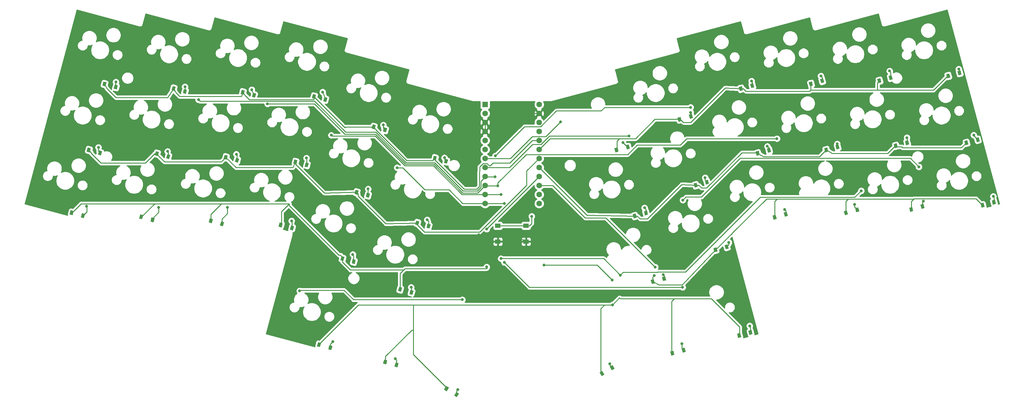
<source format=gtl>
G04 #@! TF.GenerationSoftware,KiCad,Pcbnew,(5.1.12-1-10_14)*
G04 #@! TF.CreationDate,2022-10-16T17:34:36-04:00*
G04 #@! TF.ProjectId,ergo3by6plus3nonSplit,6572676f-3362-4793-9670-6c7573336e6f,rev?*
G04 #@! TF.SameCoordinates,Original*
G04 #@! TF.FileFunction,Copper,L1,Top*
G04 #@! TF.FilePolarity,Positive*
%FSLAX46Y46*%
G04 Gerber Fmt 4.6, Leading zero omitted, Abs format (unit mm)*
G04 Created by KiCad (PCBNEW (5.1.12-1-10_14)) date 2022-10-16 17:34:36*
%MOMM*%
%LPD*%
G01*
G04 APERTURE LIST*
G04 #@! TA.AperFunction,SMDPad,CuDef*
%ADD10R,1.550000X1.300000*%
G04 #@! TD*
G04 #@! TA.AperFunction,SMDPad,CuDef*
%ADD11C,0.100000*%
G04 #@! TD*
G04 #@! TA.AperFunction,ComponentPad*
%ADD12C,1.600000*%
G04 #@! TD*
G04 #@! TA.AperFunction,ComponentPad*
%ADD13R,1.600000X1.600000*%
G04 #@! TD*
G04 #@! TA.AperFunction,ViaPad*
%ADD14C,0.800000*%
G04 #@! TD*
G04 #@! TA.AperFunction,Conductor*
%ADD15C,0.250000*%
G04 #@! TD*
G04 #@! TA.AperFunction,Conductor*
%ADD16C,0.254000*%
G04 #@! TD*
G04 #@! TA.AperFunction,Conductor*
%ADD17C,0.100000*%
G04 #@! TD*
G04 APERTURE END LIST*
D10*
X151760000Y-119650000D03*
X151760000Y-115150000D03*
X143800000Y-115150000D03*
X143800000Y-119650000D03*
G04 #@! TA.AperFunction,SMDPad,CuDef*
D11*
G36*
X214714403Y-145948973D02*
G01*
X214403820Y-144789862D01*
X215273153Y-144556925D01*
X215583736Y-145716036D01*
X214714403Y-145948973D01*
G37*
G04 #@! TD.AperFunction*
G04 #@! TA.AperFunction,SMDPad,CuDef*
G36*
X211526847Y-146803075D02*
G01*
X211216264Y-145643964D01*
X212085597Y-145411027D01*
X212396180Y-146570138D01*
X211526847Y-146803075D01*
G37*
G04 #@! TD.AperFunction*
G04 #@! TA.AperFunction,SMDPad,CuDef*
G36*
X195904403Y-150968973D02*
G01*
X195593820Y-149809862D01*
X196463153Y-149576925D01*
X196773736Y-150736036D01*
X195904403Y-150968973D01*
G37*
G04 #@! TD.AperFunction*
G04 #@! TA.AperFunction,SMDPad,CuDef*
G36*
X192716847Y-151823075D02*
G01*
X192406264Y-150663964D01*
X193275597Y-150431027D01*
X193586180Y-151590138D01*
X192716847Y-151823075D01*
G37*
G04 #@! TD.AperFunction*
G04 #@! TA.AperFunction,SMDPad,CuDef*
G36*
X175929231Y-155959615D02*
G01*
X175329231Y-154920385D01*
X176108653Y-154470385D01*
X176708653Y-155509615D01*
X175929231Y-155959615D01*
G37*
G04 #@! TD.AperFunction*
G04 #@! TA.AperFunction,SMDPad,CuDef*
G36*
X173071347Y-157609615D02*
G01*
X172471347Y-156570385D01*
X173250769Y-156120385D01*
X173850769Y-157159615D01*
X173071347Y-157609615D01*
G37*
G04 #@! TD.AperFunction*
G04 #@! TA.AperFunction,SMDPad,CuDef*
G36*
X131499231Y-163069615D02*
G01*
X132099231Y-162030385D01*
X132878653Y-162480385D01*
X132278653Y-163519615D01*
X131499231Y-163069615D01*
G37*
G04 #@! TD.AperFunction*
G04 #@! TA.AperFunction,SMDPad,CuDef*
G36*
X128641347Y-161419615D02*
G01*
X129241347Y-160380385D01*
X130020769Y-160830385D01*
X129420769Y-161869615D01*
X128641347Y-161419615D01*
G37*
G04 #@! TD.AperFunction*
G04 #@! TA.AperFunction,SMDPad,CuDef*
G36*
X114643820Y-154900138D02*
G01*
X114954403Y-153741027D01*
X115823736Y-153973964D01*
X115513153Y-155133075D01*
X114643820Y-154900138D01*
G37*
G04 #@! TD.AperFunction*
G04 #@! TA.AperFunction,SMDPad,CuDef*
G36*
X111456264Y-154046036D02*
G01*
X111766847Y-152886925D01*
X112636180Y-153119862D01*
X112325597Y-154278973D01*
X111456264Y-154046036D01*
G37*
G04 #@! TD.AperFunction*
G04 #@! TA.AperFunction,SMDPad,CuDef*
G36*
X95993820Y-150020138D02*
G01*
X96304403Y-148861027D01*
X97173736Y-149093964D01*
X96863153Y-150253075D01*
X95993820Y-150020138D01*
G37*
G04 #@! TD.AperFunction*
G04 #@! TA.AperFunction,SMDPad,CuDef*
G36*
X92806264Y-149166036D02*
G01*
X93116847Y-148006925D01*
X93986180Y-148239862D01*
X93675597Y-149398973D01*
X92806264Y-149166036D01*
G37*
G04 #@! TD.AperFunction*
G04 #@! TA.AperFunction,SMDPad,CuDef*
G36*
X283334403Y-109218973D02*
G01*
X283023820Y-108059862D01*
X283893153Y-107826925D01*
X284203736Y-108986036D01*
X283334403Y-109218973D01*
G37*
G04 #@! TD.AperFunction*
G04 #@! TA.AperFunction,SMDPad,CuDef*
G36*
X280146847Y-110073075D02*
G01*
X279836264Y-108913964D01*
X280705597Y-108681027D01*
X281016180Y-109840138D01*
X280146847Y-110073075D01*
G37*
G04 #@! TD.AperFunction*
G04 #@! TA.AperFunction,SMDPad,CuDef*
G36*
X263224403Y-110418973D02*
G01*
X262913820Y-109259862D01*
X263783153Y-109026925D01*
X264093736Y-110186036D01*
X263224403Y-110418973D01*
G37*
G04 #@! TD.AperFunction*
G04 #@! TA.AperFunction,SMDPad,CuDef*
G36*
X260036847Y-111273075D02*
G01*
X259726264Y-110113964D01*
X260595597Y-109881027D01*
X260906180Y-111040138D01*
X260036847Y-111273075D01*
G37*
G04 #@! TD.AperFunction*
G04 #@! TA.AperFunction,SMDPad,CuDef*
G36*
X244804403Y-111368973D02*
G01*
X244493820Y-110209862D01*
X245363153Y-109976925D01*
X245673736Y-111136036D01*
X244804403Y-111368973D01*
G37*
G04 #@! TD.AperFunction*
G04 #@! TA.AperFunction,SMDPad,CuDef*
G36*
X241616847Y-112223075D02*
G01*
X241306264Y-111063964D01*
X242175597Y-110831027D01*
X242486180Y-111990138D01*
X241616847Y-112223075D01*
G37*
G04 #@! TD.AperFunction*
G04 #@! TA.AperFunction,SMDPad,CuDef*
G36*
X224704403Y-112628973D02*
G01*
X224393820Y-111469862D01*
X225263153Y-111236925D01*
X225573736Y-112396036D01*
X224704403Y-112628973D01*
G37*
G04 #@! TD.AperFunction*
G04 #@! TA.AperFunction,SMDPad,CuDef*
G36*
X221516847Y-113483075D02*
G01*
X221206264Y-112323964D01*
X222075597Y-112091027D01*
X222386180Y-113250138D01*
X221516847Y-113483075D01*
G37*
G04 #@! TD.AperFunction*
G04 #@! TA.AperFunction,SMDPad,CuDef*
G36*
X208024403Y-121798973D02*
G01*
X207713820Y-120639862D01*
X208583153Y-120406925D01*
X208893736Y-121566036D01*
X208024403Y-121798973D01*
G37*
G04 #@! TD.AperFunction*
G04 #@! TA.AperFunction,SMDPad,CuDef*
G36*
X204836847Y-122653075D02*
G01*
X204526264Y-121493964D01*
X205395597Y-121261027D01*
X205706180Y-122420138D01*
X204836847Y-122653075D01*
G37*
G04 #@! TD.AperFunction*
G04 #@! TA.AperFunction,SMDPad,CuDef*
G36*
X190364403Y-130778973D02*
G01*
X190053820Y-129619862D01*
X190923153Y-129386925D01*
X191233736Y-130546036D01*
X190364403Y-130778973D01*
G37*
G04 #@! TD.AperFunction*
G04 #@! TA.AperFunction,SMDPad,CuDef*
G36*
X187176847Y-131633075D02*
G01*
X186866264Y-130473964D01*
X187735597Y-130241027D01*
X188046180Y-131400138D01*
X187176847Y-131633075D01*
G37*
G04 #@! TD.AperFunction*
G04 #@! TA.AperFunction,SMDPad,CuDef*
G36*
X118843820Y-134430138D02*
G01*
X119154403Y-133271027D01*
X120023736Y-133503964D01*
X119713153Y-134663075D01*
X118843820Y-134430138D01*
G37*
G04 #@! TD.AperFunction*
G04 #@! TA.AperFunction,SMDPad,CuDef*
G36*
X115656264Y-133576036D02*
G01*
X115966847Y-132416925D01*
X116836180Y-132649862D01*
X116525597Y-133808973D01*
X115656264Y-133576036D01*
G37*
G04 #@! TD.AperFunction*
G04 #@! TA.AperFunction,SMDPad,CuDef*
G36*
X102583820Y-125730138D02*
G01*
X102894403Y-124571027D01*
X103763736Y-124803964D01*
X103453153Y-125963075D01*
X102583820Y-125730138D01*
G37*
G04 #@! TD.AperFunction*
G04 #@! TA.AperFunction,SMDPad,CuDef*
G36*
X99396264Y-124876036D02*
G01*
X99706847Y-123716925D01*
X100576180Y-123949862D01*
X100265597Y-125108973D01*
X99396264Y-124876036D01*
G37*
G04 #@! TD.AperFunction*
G04 #@! TA.AperFunction,SMDPad,CuDef*
G36*
X85183820Y-116260138D02*
G01*
X85494403Y-115101027D01*
X86363736Y-115333964D01*
X86053153Y-116493075D01*
X85183820Y-116260138D01*
G37*
G04 #@! TD.AperFunction*
G04 #@! TA.AperFunction,SMDPad,CuDef*
G36*
X81996264Y-115406036D02*
G01*
X82306847Y-114246925D01*
X83176180Y-114479862D01*
X82865597Y-115638973D01*
X81996264Y-115406036D01*
G37*
G04 #@! TD.AperFunction*
G04 #@! TA.AperFunction,SMDPad,CuDef*
G36*
X65473820Y-115110138D02*
G01*
X65784403Y-113951027D01*
X66653736Y-114183964D01*
X66343153Y-115343075D01*
X65473820Y-115110138D01*
G37*
G04 #@! TD.AperFunction*
G04 #@! TA.AperFunction,SMDPad,CuDef*
G36*
X62286264Y-114256036D02*
G01*
X62596847Y-113096925D01*
X63466180Y-113329862D01*
X63155597Y-114488973D01*
X62286264Y-114256036D01*
G37*
G04 #@! TD.AperFunction*
G04 #@! TA.AperFunction,SMDPad,CuDef*
G36*
X45873820Y-113960138D02*
G01*
X46184403Y-112801027D01*
X47053736Y-113033964D01*
X46743153Y-114193075D01*
X45873820Y-113960138D01*
G37*
G04 #@! TD.AperFunction*
G04 #@! TA.AperFunction,SMDPad,CuDef*
G36*
X42686264Y-113106036D02*
G01*
X42996847Y-111946925D01*
X43866180Y-112179862D01*
X43555597Y-113338973D01*
X42686264Y-113106036D01*
G37*
G04 #@! TD.AperFunction*
G04 #@! TA.AperFunction,SMDPad,CuDef*
G36*
X26263820Y-112810138D02*
G01*
X26574403Y-111651027D01*
X27443736Y-111883964D01*
X27133153Y-113043075D01*
X26263820Y-112810138D01*
G37*
G04 #@! TD.AperFunction*
G04 #@! TA.AperFunction,SMDPad,CuDef*
G36*
X23076264Y-111956036D02*
G01*
X23386847Y-110796925D01*
X24256180Y-111029862D01*
X23945597Y-112188973D01*
X23076264Y-111956036D01*
G37*
G04 #@! TD.AperFunction*
G04 #@! TA.AperFunction,SMDPad,CuDef*
G36*
X278774403Y-91588973D02*
G01*
X278463820Y-90429862D01*
X279333153Y-90196925D01*
X279643736Y-91356036D01*
X278774403Y-91588973D01*
G37*
G04 #@! TD.AperFunction*
G04 #@! TA.AperFunction,SMDPad,CuDef*
G36*
X275586847Y-92443075D02*
G01*
X275276264Y-91283964D01*
X276145597Y-91051027D01*
X276456180Y-92210138D01*
X275586847Y-92443075D01*
G37*
G04 #@! TD.AperFunction*
G04 #@! TA.AperFunction,SMDPad,CuDef*
G36*
X258874403Y-92458973D02*
G01*
X258563820Y-91299862D01*
X259433153Y-91066925D01*
X259743736Y-92226036D01*
X258874403Y-92458973D01*
G37*
G04 #@! TD.AperFunction*
G04 #@! TA.AperFunction,SMDPad,CuDef*
G36*
X255686847Y-93313075D02*
G01*
X255376264Y-92153964D01*
X256245597Y-91921027D01*
X256556180Y-93080138D01*
X255686847Y-93313075D01*
G37*
G04 #@! TD.AperFunction*
G04 #@! TA.AperFunction,SMDPad,CuDef*
G36*
X239264403Y-93618973D02*
G01*
X238953820Y-92459862D01*
X239823153Y-92226925D01*
X240133736Y-93386036D01*
X239264403Y-93618973D01*
G37*
G04 #@! TD.AperFunction*
G04 #@! TA.AperFunction,SMDPad,CuDef*
G36*
X236076847Y-94473075D02*
G01*
X235766264Y-93313964D01*
X236635597Y-93081027D01*
X236946180Y-94240138D01*
X236076847Y-94473075D01*
G37*
G04 #@! TD.AperFunction*
G04 #@! TA.AperFunction,SMDPad,CuDef*
G36*
X219944403Y-94578973D02*
G01*
X219633820Y-93419862D01*
X220503153Y-93186925D01*
X220813736Y-94346036D01*
X219944403Y-94578973D01*
G37*
G04 #@! TD.AperFunction*
G04 #@! TA.AperFunction,SMDPad,CuDef*
G36*
X216756847Y-95433075D02*
G01*
X216446264Y-94273964D01*
X217315597Y-94041027D01*
X217626180Y-95200138D01*
X216756847Y-95433075D01*
G37*
G04 #@! TD.AperFunction*
G04 #@! TA.AperFunction,SMDPad,CuDef*
G36*
X202464403Y-103568973D02*
G01*
X202153820Y-102409862D01*
X203023153Y-102176925D01*
X203333736Y-103336036D01*
X202464403Y-103568973D01*
G37*
G04 #@! TD.AperFunction*
G04 #@! TA.AperFunction,SMDPad,CuDef*
G36*
X199276847Y-104423075D02*
G01*
X198966264Y-103263964D01*
X199835597Y-103031027D01*
X200146180Y-104190138D01*
X199276847Y-104423075D01*
G37*
G04 #@! TD.AperFunction*
G04 #@! TA.AperFunction,SMDPad,CuDef*
G36*
X185274403Y-112258973D02*
G01*
X184963820Y-111099862D01*
X185833153Y-110866925D01*
X186143736Y-112026036D01*
X185274403Y-112258973D01*
G37*
G04 #@! TD.AperFunction*
G04 #@! TA.AperFunction,SMDPad,CuDef*
G36*
X182086847Y-113113075D02*
G01*
X181776264Y-111953964D01*
X182645597Y-111721027D01*
X182956180Y-112880138D01*
X182086847Y-113113075D01*
G37*
G04 #@! TD.AperFunction*
G04 #@! TA.AperFunction,SMDPad,CuDef*
G36*
X123683820Y-115720138D02*
G01*
X123994403Y-114561027D01*
X124863736Y-114793964D01*
X124553153Y-115953075D01*
X123683820Y-115720138D01*
G37*
G04 #@! TD.AperFunction*
G04 #@! TA.AperFunction,SMDPad,CuDef*
G36*
X120496264Y-114866036D02*
G01*
X120806847Y-113706925D01*
X121676180Y-113939862D01*
X121365597Y-115098973D01*
X120496264Y-114866036D01*
G37*
G04 #@! TD.AperFunction*
G04 #@! TA.AperFunction,SMDPad,CuDef*
G36*
X106583820Y-107040138D02*
G01*
X106894403Y-105881027D01*
X107763736Y-106113964D01*
X107453153Y-107273075D01*
X106583820Y-107040138D01*
G37*
G04 #@! TD.AperFunction*
G04 #@! TA.AperFunction,SMDPad,CuDef*
G36*
X103396264Y-106186036D02*
G01*
X103706847Y-105026925D01*
X104576180Y-105259862D01*
X104265597Y-106418973D01*
X103396264Y-106186036D01*
G37*
G04 #@! TD.AperFunction*
G04 #@! TA.AperFunction,SMDPad,CuDef*
G36*
X89343820Y-98460138D02*
G01*
X89654403Y-97301027D01*
X90523736Y-97533964D01*
X90213153Y-98693075D01*
X89343820Y-98460138D01*
G37*
G04 #@! TD.AperFunction*
G04 #@! TA.AperFunction,SMDPad,CuDef*
G36*
X86156264Y-97606036D02*
G01*
X86466847Y-96446925D01*
X87336180Y-96679862D01*
X87025597Y-97838973D01*
X86156264Y-97606036D01*
G37*
G04 #@! TD.AperFunction*
G04 #@! TA.AperFunction,SMDPad,CuDef*
G36*
X69693820Y-97170138D02*
G01*
X70004403Y-96011027D01*
X70873736Y-96243964D01*
X70563153Y-97403075D01*
X69693820Y-97170138D01*
G37*
G04 #@! TD.AperFunction*
G04 #@! TA.AperFunction,SMDPad,CuDef*
G36*
X66506264Y-96316036D02*
G01*
X66816847Y-95156925D01*
X67686180Y-95389862D01*
X67375597Y-96548973D01*
X66506264Y-96316036D01*
G37*
G04 #@! TD.AperFunction*
G04 #@! TA.AperFunction,SMDPad,CuDef*
G36*
X50303820Y-96140138D02*
G01*
X50614403Y-94981027D01*
X51483736Y-95213964D01*
X51173153Y-96373075D01*
X50303820Y-96140138D01*
G37*
G04 #@! TD.AperFunction*
G04 #@! TA.AperFunction,SMDPad,CuDef*
G36*
X47116264Y-95286036D02*
G01*
X47426847Y-94126925D01*
X48296180Y-94359862D01*
X47985597Y-95518973D01*
X47116264Y-95286036D01*
G37*
G04 #@! TD.AperFunction*
G04 #@! TA.AperFunction,SMDPad,CuDef*
G36*
X31083820Y-95110138D02*
G01*
X31394403Y-93951027D01*
X32263736Y-94183964D01*
X31953153Y-95343075D01*
X31083820Y-95110138D01*
G37*
G04 #@! TD.AperFunction*
G04 #@! TA.AperFunction,SMDPad,CuDef*
G36*
X27896264Y-94256036D02*
G01*
X28206847Y-93096925D01*
X29076180Y-93329862D01*
X28765597Y-94488973D01*
X27896264Y-94256036D01*
G37*
G04 #@! TD.AperFunction*
G04 #@! TA.AperFunction,SMDPad,CuDef*
G36*
X273654403Y-72748973D02*
G01*
X273343820Y-71589862D01*
X274213153Y-71356925D01*
X274523736Y-72516036D01*
X273654403Y-72748973D01*
G37*
G04 #@! TD.AperFunction*
G04 #@! TA.AperFunction,SMDPad,CuDef*
G36*
X270466847Y-73603075D02*
G01*
X270156264Y-72443964D01*
X271025597Y-72211027D01*
X271336180Y-73370138D01*
X270466847Y-73603075D01*
G37*
G04 #@! TD.AperFunction*
G04 #@! TA.AperFunction,SMDPad,CuDef*
G36*
X254234403Y-74108973D02*
G01*
X253923820Y-72949862D01*
X254793153Y-72716925D01*
X255103736Y-73876036D01*
X254234403Y-74108973D01*
G37*
G04 #@! TD.AperFunction*
G04 #@! TA.AperFunction,SMDPad,CuDef*
G36*
X251046847Y-74963075D02*
G01*
X250736264Y-73803964D01*
X251605597Y-73571027D01*
X251916180Y-74730138D01*
X251046847Y-74963075D01*
G37*
G04 #@! TD.AperFunction*
G04 #@! TA.AperFunction,SMDPad,CuDef*
G36*
X234924403Y-74968973D02*
G01*
X234613820Y-73809862D01*
X235483153Y-73576925D01*
X235793736Y-74736036D01*
X234924403Y-74968973D01*
G37*
G04 #@! TD.AperFunction*
G04 #@! TA.AperFunction,SMDPad,CuDef*
G36*
X231736847Y-75823075D02*
G01*
X231426264Y-74663964D01*
X232295597Y-74431027D01*
X232606180Y-75590138D01*
X231736847Y-75823075D01*
G37*
G04 #@! TD.AperFunction*
G04 #@! TA.AperFunction,SMDPad,CuDef*
G36*
X215214403Y-76328973D02*
G01*
X214903820Y-75169862D01*
X215773153Y-74936925D01*
X216083736Y-76096036D01*
X215214403Y-76328973D01*
G37*
G04 #@! TD.AperFunction*
G04 #@! TA.AperFunction,SMDPad,CuDef*
G36*
X212026847Y-77183075D02*
G01*
X211716264Y-76023964D01*
X212585597Y-75791027D01*
X212896180Y-76950138D01*
X212026847Y-77183075D01*
G37*
G04 #@! TD.AperFunction*
G04 #@! TA.AperFunction,SMDPad,CuDef*
G36*
X197924403Y-85018973D02*
G01*
X197613820Y-83859862D01*
X198483153Y-83626925D01*
X198793736Y-84786036D01*
X197924403Y-85018973D01*
G37*
G04 #@! TD.AperFunction*
G04 #@! TA.AperFunction,SMDPad,CuDef*
G36*
X194736847Y-85873075D02*
G01*
X194426264Y-84713964D01*
X195295597Y-84481027D01*
X195606180Y-85640138D01*
X194736847Y-85873075D01*
G37*
G04 #@! TD.AperFunction*
G04 #@! TA.AperFunction,SMDPad,CuDef*
G36*
X180154403Y-93618973D02*
G01*
X179843820Y-92459862D01*
X180713153Y-92226925D01*
X181023736Y-93386036D01*
X180154403Y-93618973D01*
G37*
G04 #@! TD.AperFunction*
G04 #@! TA.AperFunction,SMDPad,CuDef*
G36*
X176966847Y-94473075D02*
G01*
X176656264Y-93313964D01*
X177525597Y-93081027D01*
X177836180Y-94240138D01*
X176966847Y-94473075D01*
G37*
G04 #@! TD.AperFunction*
G04 #@! TA.AperFunction,SMDPad,CuDef*
G36*
X128633820Y-97430138D02*
G01*
X128944403Y-96271027D01*
X129813736Y-96503964D01*
X129503153Y-97663075D01*
X128633820Y-97430138D01*
G37*
G04 #@! TD.AperFunction*
G04 #@! TA.AperFunction,SMDPad,CuDef*
G36*
X125446264Y-96576036D02*
G01*
X125756847Y-95416925D01*
X126626180Y-95649862D01*
X126315597Y-96808973D01*
X125446264Y-96576036D01*
G37*
G04 #@! TD.AperFunction*
G04 #@! TA.AperFunction,SMDPad,CuDef*
G36*
X111393820Y-88590138D02*
G01*
X111704403Y-87431027D01*
X112573736Y-87663964D01*
X112263153Y-88823075D01*
X111393820Y-88590138D01*
G37*
G04 #@! TD.AperFunction*
G04 #@! TA.AperFunction,SMDPad,CuDef*
G36*
X108206264Y-87736036D02*
G01*
X108516847Y-86576925D01*
X109386180Y-86809862D01*
X109075597Y-87968973D01*
X108206264Y-87736036D01*
G37*
G04 #@! TD.AperFunction*
G04 #@! TA.AperFunction,SMDPad,CuDef*
G36*
X94573820Y-80010138D02*
G01*
X94884403Y-78851027D01*
X95753736Y-79083964D01*
X95443153Y-80243075D01*
X94573820Y-80010138D01*
G37*
G04 #@! TD.AperFunction*
G04 #@! TA.AperFunction,SMDPad,CuDef*
G36*
X91386264Y-79156036D02*
G01*
X91696847Y-77996925D01*
X92566180Y-78229862D01*
X92255597Y-79388973D01*
X91386264Y-79156036D01*
G37*
G04 #@! TD.AperFunction*
G04 #@! TA.AperFunction,SMDPad,CuDef*
G36*
X74493820Y-78810138D02*
G01*
X74804403Y-77651027D01*
X75673736Y-77883964D01*
X75363153Y-79043075D01*
X74493820Y-78810138D01*
G37*
G04 #@! TD.AperFunction*
G04 #@! TA.AperFunction,SMDPad,CuDef*
G36*
X71306264Y-77956036D02*
G01*
X71616847Y-76796925D01*
X72486180Y-77029862D01*
X72175597Y-78188973D01*
X71306264Y-77956036D01*
G37*
G04 #@! TD.AperFunction*
G04 #@! TA.AperFunction,SMDPad,CuDef*
G36*
X55003820Y-77780138D02*
G01*
X55314403Y-76621027D01*
X56183736Y-76853964D01*
X55873153Y-78013075D01*
X55003820Y-77780138D01*
G37*
G04 #@! TD.AperFunction*
G04 #@! TA.AperFunction,SMDPad,CuDef*
G36*
X51816264Y-76926036D02*
G01*
X52126847Y-75766925D01*
X52996180Y-75999862D01*
X52685597Y-77158973D01*
X51816264Y-76926036D01*
G37*
G04 #@! TD.AperFunction*
G04 #@! TA.AperFunction,SMDPad,CuDef*
G36*
X35513820Y-76510138D02*
G01*
X35824403Y-75351027D01*
X36693736Y-75583964D01*
X36383153Y-76743075D01*
X35513820Y-76510138D01*
G37*
G04 #@! TD.AperFunction*
G04 #@! TA.AperFunction,SMDPad,CuDef*
G36*
X32326264Y-75656036D02*
G01*
X32636847Y-74496925D01*
X33506180Y-74729862D01*
X33195597Y-75888973D01*
X32326264Y-75656036D01*
G37*
G04 #@! TD.AperFunction*
D12*
X155420000Y-80950000D03*
X155420000Y-83490000D03*
X155420000Y-86030000D03*
X155420000Y-88570000D03*
X155420000Y-91110000D03*
X155420000Y-93650000D03*
X155420000Y-96190000D03*
X155420000Y-98730000D03*
X155420000Y-101270000D03*
X155420000Y-103810000D03*
X155420000Y-106350000D03*
X155420000Y-108890000D03*
X140180000Y-108890000D03*
X140180000Y-106350000D03*
X140180000Y-103810000D03*
X140180000Y-101270000D03*
X140180000Y-98730000D03*
X140180000Y-96190000D03*
X140180000Y-93650000D03*
X140180000Y-91110000D03*
X140180000Y-88570000D03*
X140180000Y-86030000D03*
X140180000Y-83490000D03*
D13*
X140180000Y-80950000D03*
D14*
X138430000Y-117665010D03*
X153330000Y-112500000D03*
X140640000Y-126800000D03*
X140640000Y-116100000D03*
X188140000Y-126840000D03*
X187850000Y-129180000D03*
X156800000Y-126230000D03*
X176070002Y-130480000D03*
X176090000Y-137480000D03*
X115390000Y-98800000D03*
X195940000Y-107930000D03*
X145629998Y-108890000D03*
X145650000Y-125500000D03*
X195867745Y-132536516D03*
X262470000Y-98559998D03*
X96830000Y-89630000D03*
X178320000Y-129100000D03*
X246200000Y-105320000D03*
X144664878Y-124430605D03*
X144670000Y-106370000D03*
X143810000Y-103930000D03*
X222460000Y-90590000D03*
X78870000Y-80785021D03*
X143050000Y-101360000D03*
X198124015Y-81780281D03*
X59410002Y-79610000D03*
X143090000Y-95464990D03*
X180769015Y-89879985D03*
X87930000Y-133530000D03*
X133770000Y-136030000D03*
X161450000Y-85880000D03*
X36120000Y-74630000D03*
X55605572Y-75985572D03*
X74450002Y-76809998D03*
X94430000Y-77460000D03*
X111500000Y-86760000D03*
X128759542Y-95980457D03*
X179060000Y-91720000D03*
X198130000Y-83250000D03*
X215310000Y-74370000D03*
X234850000Y-72920000D03*
X254210000Y-71500000D03*
X273700000Y-70970000D03*
X31210000Y-93060000D03*
X50700000Y-94200000D03*
X70070000Y-94980000D03*
X89860000Y-96070000D03*
X107230000Y-104790000D03*
X123870000Y-113500000D03*
X185140000Y-110110000D03*
X202220000Y-101610000D03*
X219760000Y-92770000D03*
X239460000Y-92080000D03*
X259110000Y-90320000D03*
X277930000Y-89610000D03*
X27900000Y-109705010D03*
X48220000Y-110010000D03*
X67600000Y-109980000D03*
X85650000Y-113800000D03*
X102920000Y-123260000D03*
X119360000Y-132539998D03*
X190400000Y-128940000D03*
X208900000Y-119890000D03*
X224630000Y-110590000D03*
X244370000Y-109160000D03*
X263720000Y-108240000D03*
X283430000Y-106870000D03*
X97290000Y-147820000D03*
X114860000Y-152690000D03*
X132530000Y-161410000D03*
X175330000Y-154130000D03*
X195670000Y-148450000D03*
X214780000Y-143420000D03*
D15*
X140180000Y-88570000D02*
X140180000Y-86030000D01*
X142720000Y-83490000D02*
X155420000Y-83490000D01*
X140180000Y-86030000D02*
X142720000Y-83490000D01*
X148292884Y-117665010D02*
X151760000Y-119650000D01*
X138430000Y-117665010D02*
X148292884Y-117665010D01*
X143800000Y-119650000D02*
X151760000Y-119650000D01*
X33630000Y-76490000D02*
X32916222Y-75192949D01*
X36150000Y-79010000D02*
X33630000Y-76490000D01*
X52406222Y-76462949D02*
X50731802Y-79010000D01*
X50731802Y-79010000D02*
X36150000Y-79010000D01*
X71581802Y-78680000D02*
X54100000Y-78680000D01*
X71896222Y-77492949D02*
X71581802Y-78680000D01*
X53094445Y-77674445D02*
X52406222Y-76462949D01*
X54100000Y-78680000D02*
X53094445Y-77674445D01*
X91931802Y-79610000D02*
X73792395Y-79610000D01*
X91976222Y-78692949D02*
X91931802Y-79610000D01*
X72584445Y-78402050D02*
X71896222Y-77492949D01*
X73792395Y-79610000D02*
X72584445Y-78402050D01*
X100650000Y-87470000D02*
X91976222Y-78796222D01*
X100847051Y-87272949D02*
X100650000Y-87470000D01*
X91976222Y-78796222D02*
X91976222Y-78692949D01*
X108796222Y-87272949D02*
X100847051Y-87272949D01*
X109484445Y-88164445D02*
X108796222Y-87272949D01*
X125379171Y-96770000D02*
X118090000Y-96770000D01*
X118090000Y-96770000D02*
X109484445Y-88164445D01*
X126036222Y-96112949D02*
X125379171Y-96770000D01*
X134310000Y-104860000D02*
X126036222Y-96586222D01*
X126036222Y-96586222D02*
X126036222Y-96112949D01*
X137857180Y-104860000D02*
X134310000Y-104860000D01*
X138604988Y-104112192D02*
X137857180Y-104860000D01*
X138660000Y-98584998D02*
X138660000Y-99855001D01*
X138660000Y-99855001D02*
X138664999Y-99855001D01*
X140720001Y-97604999D02*
X139639999Y-97604999D01*
X138604988Y-99915012D02*
X138604988Y-104112192D01*
X139639999Y-97604999D02*
X138660000Y-98584998D01*
X141305001Y-98189999D02*
X140720001Y-97604999D01*
X155420000Y-91110000D02*
X153510000Y-91110000D01*
X141305001Y-98269990D02*
X141305001Y-98189999D01*
X142450000Y-97470000D02*
X141650010Y-98269990D01*
X147150000Y-97470000D02*
X142450000Y-97470000D01*
X138664999Y-99855001D02*
X138604988Y-99915012D01*
X153510000Y-91110000D02*
X147150000Y-97470000D01*
X141650010Y-98269990D02*
X141305001Y-98269990D01*
X155420000Y-93650000D02*
X158465005Y-90604995D01*
X158465005Y-90604995D02*
X178044995Y-90604995D01*
X232009386Y-76889386D02*
X250790614Y-76889386D01*
X177350000Y-93673273D02*
X177246222Y-93777051D01*
X177350000Y-91299990D02*
X177350000Y-93673273D01*
X178044995Y-90604995D02*
X177350000Y-91299990D01*
X194989171Y-85150000D02*
X195016222Y-85177051D01*
X188081426Y-85150000D02*
X194989171Y-85150000D01*
X182626431Y-90604995D02*
X188081426Y-85150000D01*
X178044995Y-90604995D02*
X182626431Y-90604995D01*
X207847357Y-76302643D02*
X212306222Y-76487051D01*
X195016222Y-85177051D02*
X195227051Y-85177051D01*
X195227051Y-85177051D02*
X196060000Y-86010000D01*
X196060000Y-86010000D02*
X198140000Y-86010000D01*
X198140000Y-86010000D02*
X207847357Y-76302643D01*
X213730000Y-77240000D02*
X231658772Y-77240000D01*
X212977051Y-76487051D02*
X213730000Y-77240000D01*
X231658772Y-77240000D02*
X232009386Y-76889386D01*
X212306222Y-76487051D02*
X212977051Y-76487051D01*
X232009386Y-75637702D02*
X232016222Y-75127051D01*
X232009386Y-76889386D02*
X232009386Y-75637702D01*
X250790614Y-74899386D02*
X251326222Y-74363778D01*
X251326222Y-74363778D02*
X251326222Y-74267051D01*
X250790614Y-76889386D02*
X250790614Y-74899386D01*
X270572949Y-72907051D02*
X270746222Y-72907051D01*
X266590614Y-76889386D02*
X270572949Y-72907051D01*
X250790614Y-76889386D02*
X266590614Y-76889386D01*
X151910000Y-103699389D02*
X151910000Y-99700000D01*
X151910000Y-99700000D02*
X155420000Y-96190000D01*
X123090000Y-116940000D02*
X138669389Y-116940000D01*
X138669389Y-116940000D02*
X151910000Y-103699389D01*
X121086222Y-114936222D02*
X123090000Y-116940000D01*
X121086222Y-114402949D02*
X121086222Y-114936222D01*
X112220000Y-114600000D02*
X121086222Y-114402949D01*
X104420000Y-106800000D02*
X112220000Y-114600000D01*
X104410000Y-106800000D02*
X104420000Y-106800000D01*
X104410000Y-106146727D02*
X104410000Y-106800000D01*
X103986222Y-105722949D02*
X104410000Y-106146727D01*
X94897357Y-105907357D02*
X103986222Y-105722949D01*
X86746222Y-97756222D02*
X94897357Y-105907357D01*
X86746222Y-97142949D02*
X86746222Y-97756222D01*
X86001802Y-98760000D02*
X86746222Y-97142949D01*
X70003273Y-98760000D02*
X86001802Y-98760000D01*
X67096222Y-95852949D02*
X70003273Y-98760000D01*
X65789171Y-97160000D02*
X66190000Y-96759171D01*
X48394445Y-95674445D02*
X48394445Y-95684445D01*
X66190000Y-96759171D02*
X67096222Y-95852949D01*
X49870000Y-97160000D02*
X65789171Y-97160000D01*
X48394445Y-95684445D02*
X49870000Y-97160000D01*
X47706222Y-94822949D02*
X48394445Y-95674445D01*
X47067051Y-94822949D02*
X47706222Y-94822949D01*
X29174445Y-94704445D02*
X31920000Y-97450000D01*
X44440000Y-97450000D02*
X47067051Y-94822949D01*
X31920000Y-97450000D02*
X44440000Y-97450000D01*
X29174445Y-94481172D02*
X29174445Y-94704445D01*
X28486222Y-93792949D02*
X29174445Y-94481172D01*
X256219171Y-92870000D02*
X255966222Y-92617051D01*
X275866222Y-91747051D02*
X276026082Y-91587192D01*
X257941027Y-93170000D02*
X257641027Y-92870000D01*
X257641027Y-92870000D02*
X256219171Y-92870000D01*
X274443273Y-93170000D02*
X257941027Y-93170000D01*
X276026082Y-91587192D02*
X274443273Y-93170000D01*
X238040000Y-94750000D02*
X236356222Y-93777051D01*
X253660000Y-94750000D02*
X238040000Y-94750000D01*
X255792949Y-92617051D02*
X253660000Y-94750000D01*
X255966222Y-92617051D02*
X255792949Y-92617051D01*
X218720000Y-95660000D02*
X217036222Y-94737051D01*
X234473273Y-95660000D02*
X218720000Y-95660000D01*
X236356222Y-93777051D02*
X234473273Y-95660000D01*
X217036222Y-94737051D02*
X216909171Y-94610000D01*
X201230000Y-104540000D02*
X200417051Y-103727051D01*
X200417051Y-103727051D02*
X199556222Y-103727051D01*
X202650000Y-104540000D02*
X201230000Y-104540000D01*
X216909171Y-94610000D02*
X212580000Y-94610000D01*
X212580000Y-94610000D02*
X202650000Y-104540000D01*
X168922643Y-112232643D02*
X155420000Y-98730000D01*
X182366222Y-112417051D02*
X168922643Y-112232643D01*
X183097051Y-112417051D02*
X182366222Y-112417051D01*
X183870000Y-113190000D02*
X183097051Y-112417051D01*
X185960000Y-113190000D02*
X183870000Y-113190000D01*
X195607357Y-103542643D02*
X185960000Y-113190000D01*
X199556222Y-103727051D02*
X195607357Y-103542643D01*
X47062504Y-108977496D02*
X65902504Y-108977496D01*
X65902504Y-108977496D02*
X85054584Y-108977496D01*
X151420001Y-115289999D02*
X151355001Y-115224999D01*
X153330000Y-114550000D02*
X153330000Y-112500000D01*
X152730000Y-115150000D02*
X153330000Y-114550000D01*
X151760000Y-115150000D02*
X152730000Y-115150000D01*
X143800000Y-115150000D02*
X151760000Y-115150000D01*
X117230000Y-127640000D02*
X117630000Y-127240000D01*
X117630000Y-127240000D02*
X140690002Y-127240000D01*
X47060000Y-108980000D02*
X47062504Y-108977496D01*
X24357336Y-110952664D02*
X26330000Y-108980000D01*
X24354445Y-110952664D02*
X24357336Y-110952664D01*
X26330000Y-108980000D02*
X47060000Y-108980000D01*
X23666222Y-111492949D02*
X24354445Y-110952664D01*
X43397051Y-112642949D02*
X47062504Y-108977496D01*
X43276222Y-112642949D02*
X43397051Y-112642949D01*
X62950000Y-111930000D02*
X65902504Y-108977496D01*
X62950000Y-113719171D02*
X62950000Y-111930000D01*
X62876222Y-113792949D02*
X62950000Y-113719171D01*
X82820000Y-114709171D02*
X82820000Y-111212080D01*
X82820000Y-111212080D02*
X85054584Y-108977496D01*
X82586222Y-114942949D02*
X82820000Y-114709171D01*
X99507088Y-123430000D02*
X99986222Y-124412949D01*
X85054584Y-109481311D02*
X99003273Y-123430000D01*
X99003273Y-123430000D02*
X99507088Y-123430000D01*
X85054584Y-108977496D02*
X85054584Y-109481311D01*
X99986222Y-125396222D02*
X102230000Y-127640000D01*
X102230000Y-127640000D02*
X117230000Y-127640000D01*
X99986222Y-124412949D02*
X99986222Y-125396222D01*
X117100000Y-127790000D02*
X117100000Y-127770000D01*
X117100000Y-127770000D02*
X117230000Y-127640000D01*
X116246222Y-128643778D02*
X117100000Y-127790000D01*
X116246222Y-133112949D02*
X116246222Y-128643778D01*
X140690002Y-126850002D02*
X140640000Y-126800000D01*
X140690002Y-127240000D02*
X140690002Y-126850002D01*
X141735000Y-115005000D02*
X141735000Y-114955000D01*
X140640000Y-116100000D02*
X141735000Y-115005000D01*
X141735000Y-114955000D02*
X155420000Y-101270000D01*
X141465001Y-115224999D02*
X141735000Y-114955000D01*
X222485187Y-107594813D02*
X242594813Y-107594813D01*
X242594813Y-107594813D02*
X261025187Y-107594813D01*
X168430000Y-112970000D02*
X174270000Y-112970000D01*
X159270000Y-103810000D02*
X168430000Y-112970000D01*
X174270000Y-112970000D02*
X188140000Y-126840000D01*
X155420000Y-103810000D02*
X159270000Y-103810000D01*
X187456222Y-129573778D02*
X187850000Y-129180000D01*
X187456222Y-130937051D02*
X187456222Y-129573778D01*
X195757088Y-131820000D02*
X189211802Y-131820000D01*
X205116222Y-121957051D02*
X195757088Y-131820000D01*
X189211802Y-131820000D02*
X187456222Y-130937051D01*
X205192949Y-121957051D02*
X205116222Y-121957051D01*
X209951120Y-117198880D02*
X205192949Y-121957051D01*
X210020888Y-117078039D02*
X209951120Y-117198880D01*
X219555187Y-107594813D02*
X210090654Y-117059346D01*
X210090654Y-117059346D02*
X210020888Y-117078039D01*
X222485187Y-107594813D02*
X219555187Y-107594813D01*
X221800000Y-108280000D02*
X222485187Y-107594813D01*
X221800000Y-112783273D02*
X221800000Y-108280000D01*
X221796222Y-112787051D02*
X221800000Y-112783273D01*
X241880000Y-108309626D02*
X242594813Y-107594813D01*
X241880000Y-111510829D02*
X241880000Y-108309626D01*
X241896222Y-111527051D02*
X241880000Y-111510829D01*
X260340000Y-108280000D02*
X261025187Y-107594813D01*
X260340000Y-110553273D02*
X260340000Y-108280000D01*
X260316222Y-110577051D02*
X260340000Y-110553273D01*
X278564170Y-107514999D02*
X280426222Y-109377051D01*
X261105001Y-107514999D02*
X278564170Y-107514999D01*
X261025187Y-107594813D02*
X261105001Y-107514999D01*
X156800000Y-126230000D02*
X171820002Y-126230000D01*
X171820002Y-126230000D02*
X176070002Y-130480000D01*
X176090000Y-137480000D02*
X178100000Y-135470000D01*
X178100000Y-135470000D02*
X178405697Y-135775697D01*
X120020000Y-137540000D02*
X119960000Y-137480000D01*
X120020000Y-144610000D02*
X120020000Y-137540000D01*
X173890000Y-137480000D02*
X119960000Y-137480000D01*
X176090000Y-137480000D02*
X173890000Y-137480000D01*
X178405697Y-135775697D02*
X193545697Y-135775697D01*
X211910000Y-146003273D02*
X211806222Y-146107051D01*
X211910000Y-143688998D02*
X211910000Y-146003273D01*
X203996699Y-135775697D02*
X211910000Y-143688998D01*
X193545697Y-135775697D02*
X203996699Y-135775697D01*
X192800000Y-150930829D02*
X192996222Y-151127051D01*
X192800000Y-136521394D02*
X192800000Y-150930829D01*
X193545697Y-135775697D02*
X192800000Y-136521394D01*
X172820000Y-138550000D02*
X173890000Y-137480000D01*
X172820000Y-156523942D02*
X172820000Y-138550000D01*
X173161058Y-156865000D02*
X172820000Y-156523942D01*
X120020000Y-151520000D02*
X120020000Y-144610000D01*
X129331058Y-160831058D02*
X120020000Y-151520000D01*
X129331058Y-161125000D02*
X129331058Y-160831058D01*
X119520000Y-144610000D02*
X120020000Y-144610000D01*
X112130000Y-153499171D02*
X112130000Y-152000000D01*
X112130000Y-152000000D02*
X119520000Y-144610000D01*
X112046222Y-153582949D02*
X112130000Y-153499171D01*
X109850000Y-137480000D02*
X119960000Y-137480000D01*
X93396222Y-148583778D02*
X104500000Y-137480000D01*
X104500000Y-137480000D02*
X109850000Y-137480000D01*
X93396222Y-148702949D02*
X93396222Y-148583778D01*
X117023589Y-98800000D02*
X115390000Y-98800000D01*
X130014147Y-105004800D02*
X123228389Y-105004800D01*
X133899347Y-108890000D02*
X130014147Y-105004800D01*
X140180000Y-108890000D02*
X133899347Y-108890000D01*
X123228389Y-105004800D02*
X117023589Y-98800000D01*
X140180000Y-108890000D02*
X145629998Y-108890000D01*
X152686516Y-132536516D02*
X195867745Y-132536516D01*
X145650000Y-125500000D02*
X152686516Y-132536516D01*
X195940000Y-107930000D02*
X196794305Y-107075695D01*
X196794305Y-107075695D02*
X201194304Y-107075695D01*
X201194304Y-107075695D02*
X212114305Y-96155695D01*
X212114305Y-96155695D02*
X260065697Y-96155695D01*
X260065697Y-96155695D02*
X262470000Y-98559998D01*
X140180000Y-106350000D02*
X144650000Y-106350000D01*
X144650000Y-106350000D02*
X144670000Y-106370000D01*
X173650605Y-124430605D02*
X144664878Y-124430605D01*
X178320000Y-129100000D02*
X173650605Y-124430605D01*
X109217180Y-89880000D02*
X97080000Y-89880000D01*
X97080000Y-89880000D02*
X96830000Y-89630000D01*
X133707180Y-106350000D02*
X125626588Y-98269408D01*
X125626588Y-98269408D02*
X117606586Y-98269408D01*
X117606586Y-98269408D02*
X109217180Y-89880000D01*
X140180000Y-106350000D02*
X133707180Y-106350000D01*
X244375198Y-107144802D02*
X246200000Y-105320000D01*
X217745198Y-107144802D02*
X244375198Y-107144802D01*
X188818001Y-128175001D02*
X196714999Y-128175001D01*
X188688001Y-128305001D02*
X188818001Y-128175001D01*
X179114999Y-128305001D02*
X188688001Y-128305001D01*
X196714999Y-128175001D02*
X217745198Y-107144802D01*
X178320000Y-129100000D02*
X179114999Y-128305001D01*
X140300000Y-103930000D02*
X140180000Y-103810000D01*
X143810000Y-103930000D02*
X140300000Y-103930000D01*
X92095021Y-80785021D02*
X78870000Y-80785021D01*
X100660000Y-89350000D02*
X92095021Y-80785021D01*
X109323590Y-89350000D02*
X100660000Y-89350000D01*
X140180000Y-103810000D02*
X138090000Y-105900000D01*
X117792986Y-97819397D02*
X109323590Y-89350000D01*
X133893590Y-105900000D02*
X125812987Y-97819397D01*
X138090000Y-105900000D02*
X133893590Y-105900000D01*
X125812987Y-97819397D02*
X117792986Y-97819397D01*
X180415001Y-95064999D02*
X151835001Y-95064999D01*
X183094303Y-92385697D02*
X180415001Y-95064999D01*
X143810000Y-103090000D02*
X143810000Y-103930000D01*
X195226652Y-92385697D02*
X183094303Y-92385697D01*
X197022349Y-90590000D02*
X195226652Y-92385697D01*
X151835001Y-95064999D02*
X143810000Y-103090000D01*
X222460000Y-90590000D02*
X197022349Y-90590000D01*
X140270000Y-101360000D02*
X140180000Y-101270000D01*
X143050000Y-101360000D02*
X140270000Y-101360000D01*
X172926652Y-82775697D02*
X160304303Y-82775697D01*
X151339990Y-87215000D02*
X143090000Y-95464990D01*
X198124015Y-81780281D02*
X173922068Y-81780281D01*
X160304303Y-82775697D02*
X155865000Y-87215000D01*
X173922068Y-81780281D02*
X172926652Y-82775697D01*
X155865000Y-87215000D02*
X151339990Y-87215000D01*
X140180000Y-101490000D02*
X140180000Y-101270000D01*
X138043579Y-105310011D02*
X139054999Y-104298591D01*
X139054999Y-104298591D02*
X139054999Y-102615001D01*
X133940011Y-105310011D02*
X138043579Y-105310011D01*
X125999386Y-97369386D02*
X133940011Y-105310011D01*
X117979386Y-97369386D02*
X125999386Y-97369386D01*
X59410002Y-79610000D02*
X59860013Y-80060011D01*
X100890000Y-88790000D02*
X109400000Y-88790000D01*
X109400000Y-88790000D02*
X117979386Y-97369386D01*
X92160011Y-80060011D02*
X100890000Y-88790000D01*
X139054999Y-102615001D02*
X140180000Y-101490000D01*
X59860013Y-80060011D02*
X92160011Y-80060011D01*
X153584999Y-92235001D02*
X155960001Y-92235001D01*
X155960001Y-92235001D02*
X158315017Y-89879985D01*
X147100000Y-98720000D02*
X153584999Y-92235001D01*
X140190000Y-98720000D02*
X147100000Y-98720000D01*
X158315017Y-89879985D02*
X180769015Y-89879985D01*
X140180000Y-98730000D02*
X140190000Y-98720000D01*
X103090000Y-136030000D02*
X133770000Y-136030000D01*
X100450496Y-133390496D02*
X103090000Y-136030000D01*
X88069504Y-133390496D02*
X100450496Y-133390496D01*
X87930000Y-133530000D02*
X88069504Y-133390496D01*
X157345001Y-89984999D02*
X161450000Y-85880000D01*
X153525001Y-89984999D02*
X157345001Y-89984999D01*
X147320000Y-96190000D02*
X153525001Y-89984999D01*
X140180000Y-96190000D02*
X147320000Y-96190000D01*
X36103778Y-76047051D02*
X36103778Y-74646222D01*
X36103778Y-74646222D02*
X36120000Y-74630000D01*
X55605572Y-76432626D02*
X55605572Y-75985572D01*
X55593778Y-77317051D02*
X55605572Y-76432626D01*
X74395555Y-76864445D02*
X74450002Y-76809998D01*
X75083778Y-78347051D02*
X74395555Y-76864445D01*
X94475555Y-77505555D02*
X94430000Y-77460000D01*
X95163778Y-79547051D02*
X94475555Y-77505555D01*
X111983778Y-88127051D02*
X111500000Y-87643273D01*
X111500000Y-87643273D02*
X111500000Y-86760000D01*
X129223778Y-96967051D02*
X128759542Y-96502815D01*
X128759542Y-96502815D02*
X128759542Y-95980457D01*
X180170000Y-92830000D02*
X179060000Y-91720000D01*
X180170000Y-92659171D02*
X180170000Y-92830000D01*
X180433778Y-92922949D02*
X180170000Y-92659171D01*
X198203778Y-83323778D02*
X198130000Y-83250000D01*
X198203778Y-84322949D02*
X198203778Y-83323778D01*
X215493778Y-75632949D02*
X215493778Y-74553778D01*
X215493778Y-74553778D02*
X215310000Y-74370000D01*
X235203778Y-73273778D02*
X234850000Y-72920000D01*
X235203778Y-74272949D02*
X235203778Y-73273778D01*
X254513778Y-73412949D02*
X254513778Y-71803778D01*
X254513778Y-71803778D02*
X254210000Y-71500000D01*
X273933778Y-72052949D02*
X273933778Y-71203778D01*
X273933778Y-71203778D02*
X273700000Y-70970000D01*
X31673778Y-94647051D02*
X31210000Y-94183273D01*
X31210000Y-94183273D02*
X31210000Y-93060000D01*
X50893778Y-95677051D02*
X50893778Y-94393778D01*
X50893778Y-94393778D02*
X50700000Y-94200000D01*
X70283778Y-96707051D02*
X70283778Y-95193778D01*
X70283778Y-95193778D02*
X70070000Y-94980000D01*
X89933778Y-97997051D02*
X89933778Y-96143778D01*
X89933778Y-96143778D02*
X89860000Y-96070000D01*
X107173778Y-106577051D02*
X107173778Y-104846222D01*
X107173778Y-104846222D02*
X107230000Y-104790000D01*
X124273778Y-113903778D02*
X123870000Y-113500000D01*
X124273778Y-115257051D02*
X124273778Y-113903778D01*
X185553778Y-110523778D02*
X185140000Y-110110000D01*
X185553778Y-111562949D02*
X185553778Y-110523778D01*
X202743778Y-102872949D02*
X202220000Y-102349171D01*
X202220000Y-102349171D02*
X202220000Y-101610000D01*
X220223778Y-93882949D02*
X220223778Y-93233778D01*
X220223778Y-93233778D02*
X219760000Y-92770000D01*
X239543778Y-92922949D02*
X239543778Y-92163778D01*
X239543778Y-92163778D02*
X239460000Y-92080000D01*
X259153778Y-90363778D02*
X259110000Y-90320000D01*
X259153778Y-91762949D02*
X259153778Y-90363778D01*
X279053778Y-90892949D02*
X277930000Y-89769171D01*
X277930000Y-89769171D02*
X277930000Y-89610000D01*
X27910000Y-109715010D02*
X27900000Y-109705010D01*
X27910000Y-111290829D02*
X27910000Y-109715010D01*
X26853778Y-112347051D02*
X27910000Y-111290829D01*
X48220000Y-111360000D02*
X48220000Y-110010000D01*
X46463778Y-113116222D02*
X48220000Y-111360000D01*
X46463778Y-113497051D02*
X46463778Y-113116222D01*
X67600000Y-111730000D02*
X67600000Y-109980000D01*
X66063778Y-113266222D02*
X67600000Y-111730000D01*
X66063778Y-114647051D02*
X66063778Y-113266222D01*
X85773778Y-115797051D02*
X85773778Y-113923778D01*
X85773778Y-113923778D02*
X85650000Y-113800000D01*
X103173778Y-125267051D02*
X103173778Y-123513778D01*
X103173778Y-123513778D02*
X102920000Y-123260000D01*
X119433778Y-133967051D02*
X119433778Y-132613776D01*
X119433778Y-132613776D02*
X119360000Y-132539998D01*
X190643778Y-130082949D02*
X190643778Y-129183778D01*
X190643778Y-129183778D02*
X190400000Y-128940000D01*
X208900000Y-120506727D02*
X208900000Y-119890000D01*
X208303778Y-121102949D02*
X208900000Y-120506727D01*
X224983778Y-111932949D02*
X224983778Y-110943778D01*
X224983778Y-110943778D02*
X224630000Y-110590000D01*
X245083778Y-110672949D02*
X244370000Y-109959171D01*
X244370000Y-109959171D02*
X244370000Y-109160000D01*
X263503778Y-109722949D02*
X263503778Y-108456222D01*
X263503778Y-108456222D02*
X263720000Y-108240000D01*
X283613778Y-107053778D02*
X283430000Y-106870000D01*
X283613778Y-108522949D02*
X283613778Y-107053778D01*
X96583778Y-149557051D02*
X96583778Y-148526222D01*
X96583778Y-148526222D02*
X97290000Y-147820000D01*
X115233778Y-154437051D02*
X115233778Y-153063778D01*
X115233778Y-153063778D02*
X114860000Y-152690000D01*
X132188942Y-162775000D02*
X132188942Y-161751058D01*
X132188942Y-161751058D02*
X132530000Y-161410000D01*
X176018942Y-155215000D02*
X175330000Y-154526058D01*
X175330000Y-154526058D02*
X175330000Y-154130000D01*
X196183778Y-150272949D02*
X195670000Y-149759171D01*
X195670000Y-149759171D02*
X195670000Y-148450000D01*
X214993778Y-143633778D02*
X214780000Y-143420000D01*
X214993778Y-145252949D02*
X214993778Y-143633778D01*
D16*
X285131902Y-109005317D02*
X284832572Y-109085522D01*
X284836349Y-109069321D01*
X284840442Y-108944304D01*
X284820066Y-108820891D01*
X284509483Y-107661780D01*
X284465422Y-107544713D01*
X284399370Y-107438491D01*
X284373778Y-107411167D01*
X284373778Y-107296104D01*
X284425226Y-107171898D01*
X284465000Y-106971939D01*
X284465000Y-106768061D01*
X284425226Y-106568102D01*
X284347205Y-106379744D01*
X284233937Y-106210226D01*
X284089774Y-106066063D01*
X283920256Y-105952795D01*
X283731898Y-105874774D01*
X283531939Y-105835000D01*
X283328061Y-105835000D01*
X283128102Y-105874774D01*
X282939744Y-105952795D01*
X282770226Y-106066063D01*
X282626063Y-106210226D01*
X282512795Y-106379744D01*
X282434774Y-106568102D01*
X282395000Y-106768061D01*
X282395000Y-106971939D01*
X282434774Y-107171898D01*
X282512795Y-107360256D01*
X282626063Y-107529774D01*
X282644356Y-107548067D01*
X282635386Y-107553645D01*
X282544092Y-107639152D01*
X282471233Y-107740826D01*
X282419610Y-107854761D01*
X282391207Y-107976577D01*
X282387114Y-108101594D01*
X282407490Y-108225007D01*
X282718073Y-109384118D01*
X282762134Y-109501185D01*
X282828186Y-109607407D01*
X282839558Y-109619549D01*
X281645015Y-109939625D01*
X281648793Y-109923423D01*
X281652886Y-109798406D01*
X281632510Y-109674993D01*
X281321927Y-108515882D01*
X281277866Y-108398815D01*
X281211814Y-108292593D01*
X281126307Y-108201299D01*
X281024633Y-108128440D01*
X280910699Y-108076817D01*
X280788882Y-108048414D01*
X280663865Y-108044321D01*
X280540452Y-108064697D01*
X280263010Y-108139037D01*
X279127974Y-107004002D01*
X279104171Y-106974998D01*
X278988446Y-106880025D01*
X278856417Y-106809453D01*
X278713156Y-106765996D01*
X278601503Y-106754999D01*
X278601492Y-106754999D01*
X278564170Y-106751323D01*
X278526848Y-106754999D01*
X261142323Y-106754999D01*
X261105000Y-106751323D01*
X261067678Y-106754999D01*
X261067668Y-106754999D01*
X260956015Y-106765996D01*
X260812754Y-106809453D01*
X260765309Y-106834813D01*
X245759988Y-106834813D01*
X246239802Y-106355000D01*
X246301939Y-106355000D01*
X246501898Y-106315226D01*
X246690256Y-106237205D01*
X246859774Y-106123937D01*
X247003937Y-105979774D01*
X247117205Y-105810256D01*
X247195226Y-105621898D01*
X247235000Y-105421939D01*
X247235000Y-105218061D01*
X247195226Y-105018102D01*
X247117205Y-104829744D01*
X247003937Y-104660226D01*
X246859774Y-104516063D01*
X246690256Y-104402795D01*
X246501898Y-104324774D01*
X246301939Y-104285000D01*
X246098061Y-104285000D01*
X245898102Y-104324774D01*
X245709744Y-104402795D01*
X245540226Y-104516063D01*
X245396063Y-104660226D01*
X245282795Y-104829744D01*
X245204774Y-105018102D01*
X245165000Y-105218061D01*
X245165000Y-105280198D01*
X244060397Y-106384802D01*
X236911651Y-106384802D01*
X236986738Y-106309715D01*
X237275107Y-105878141D01*
X237473739Y-105398601D01*
X237575000Y-104889525D01*
X237575000Y-104370475D01*
X237473739Y-103861399D01*
X237275107Y-103381859D01*
X237131194Y-103166477D01*
X238336903Y-103166477D01*
X238336903Y-103463921D01*
X238394932Y-103755650D01*
X238508759Y-104030452D01*
X238674010Y-104277768D01*
X238884334Y-104488092D01*
X239131650Y-104653343D01*
X239406452Y-104767170D01*
X239698181Y-104825199D01*
X239995625Y-104825199D01*
X240287354Y-104767170D01*
X240562156Y-104653343D01*
X240809472Y-104488092D01*
X241019796Y-104277768D01*
X241185047Y-104030452D01*
X241298874Y-103755650D01*
X241356903Y-103463921D01*
X241356903Y-103166477D01*
X241298874Y-102874748D01*
X241185047Y-102599946D01*
X241019796Y-102352630D01*
X240809472Y-102142306D01*
X240562156Y-101977055D01*
X240351766Y-101889908D01*
X247862422Y-101889908D01*
X247862422Y-102315390D01*
X247945430Y-102732698D01*
X248108255Y-103125793D01*
X248344641Y-103479569D01*
X248542352Y-103677280D01*
X248490528Y-103711908D01*
X248280204Y-103922232D01*
X248114953Y-104169548D01*
X248001126Y-104444350D01*
X247943097Y-104736079D01*
X247943097Y-105033523D01*
X248001126Y-105325252D01*
X248114953Y-105600054D01*
X248280204Y-105847370D01*
X248490528Y-106057694D01*
X248737844Y-106222945D01*
X249012646Y-106336772D01*
X249304375Y-106394801D01*
X249601819Y-106394801D01*
X249893548Y-106336772D01*
X250168350Y-106222945D01*
X250415666Y-106057694D01*
X250625990Y-105847370D01*
X250791241Y-105600054D01*
X250905068Y-105325252D01*
X250963097Y-105033523D01*
X250963097Y-104736079D01*
X250905068Y-104444350D01*
X250791241Y-104169548D01*
X250766442Y-104132433D01*
X251045566Y-104016816D01*
X251399342Y-103780430D01*
X251700203Y-103479569D01*
X251725000Y-103442458D01*
X251725000Y-103829525D01*
X251826261Y-104338601D01*
X252024893Y-104818141D01*
X252313262Y-105249715D01*
X252680285Y-105616738D01*
X253111859Y-105905107D01*
X253591399Y-106103739D01*
X254100475Y-106205000D01*
X254619525Y-106205000D01*
X255128601Y-106103739D01*
X255608141Y-105905107D01*
X256039715Y-105616738D01*
X256406738Y-105249715D01*
X256695107Y-104818141D01*
X256893739Y-104338601D01*
X256995000Y-103829525D01*
X256995000Y-103310475D01*
X256893739Y-102801399D01*
X256695107Y-102321859D01*
X256551194Y-102106477D01*
X257756903Y-102106477D01*
X257756903Y-102403921D01*
X257814932Y-102695650D01*
X257928759Y-102970452D01*
X258094010Y-103217768D01*
X258304334Y-103428092D01*
X258551650Y-103593343D01*
X258826452Y-103707170D01*
X259118181Y-103765199D01*
X259415625Y-103765199D01*
X259707354Y-103707170D01*
X259982156Y-103593343D01*
X260229472Y-103428092D01*
X260439796Y-103217768D01*
X260605047Y-102970452D01*
X260718874Y-102695650D01*
X260776903Y-102403921D01*
X260776903Y-102106477D01*
X260718874Y-101814748D01*
X260605047Y-101539946D01*
X260439796Y-101292630D01*
X260229472Y-101082306D01*
X259982156Y-100917055D01*
X259707354Y-100803228D01*
X259590118Y-100779908D01*
X267282422Y-100779908D01*
X267282422Y-101205390D01*
X267365430Y-101622698D01*
X267528255Y-102015793D01*
X267764641Y-102369569D01*
X267962352Y-102567280D01*
X267910528Y-102601908D01*
X267700204Y-102812232D01*
X267534953Y-103059548D01*
X267421126Y-103334350D01*
X267363097Y-103626079D01*
X267363097Y-103923523D01*
X267421126Y-104215252D01*
X267534953Y-104490054D01*
X267700204Y-104737370D01*
X267910528Y-104947694D01*
X268157844Y-105112945D01*
X268432646Y-105226772D01*
X268724375Y-105284801D01*
X269021819Y-105284801D01*
X269313548Y-105226772D01*
X269588350Y-105112945D01*
X269835666Y-104947694D01*
X270045990Y-104737370D01*
X270211241Y-104490054D01*
X270325068Y-104215252D01*
X270383097Y-103923523D01*
X270383097Y-103626079D01*
X270325068Y-103334350D01*
X270211241Y-103059548D01*
X270186442Y-103022433D01*
X270465566Y-102906816D01*
X270819342Y-102670430D01*
X271120203Y-102369569D01*
X271145000Y-102332458D01*
X271145000Y-102719525D01*
X271246261Y-103228601D01*
X271444893Y-103708141D01*
X271733262Y-104139715D01*
X272100285Y-104506738D01*
X272531859Y-104795107D01*
X273011399Y-104993739D01*
X273520475Y-105095000D01*
X274039525Y-105095000D01*
X274548601Y-104993739D01*
X275028141Y-104795107D01*
X275459715Y-104506738D01*
X275826738Y-104139715D01*
X276115107Y-103708141D01*
X276313739Y-103228601D01*
X276415000Y-102719525D01*
X276415000Y-102200475D01*
X276313739Y-101691399D01*
X276115107Y-101211859D01*
X275971194Y-100996477D01*
X277176903Y-100996477D01*
X277176903Y-101293921D01*
X277234932Y-101585650D01*
X277348759Y-101860452D01*
X277514010Y-102107768D01*
X277724334Y-102318092D01*
X277971650Y-102483343D01*
X278246452Y-102597170D01*
X278538181Y-102655199D01*
X278835625Y-102655199D01*
X279127354Y-102597170D01*
X279402156Y-102483343D01*
X279649472Y-102318092D01*
X279859796Y-102107768D01*
X280025047Y-101860452D01*
X280138874Y-101585650D01*
X280196903Y-101293921D01*
X280196903Y-100996477D01*
X280138874Y-100704748D01*
X280025047Y-100429946D01*
X279859796Y-100182630D01*
X279649472Y-99972306D01*
X279402156Y-99807055D01*
X279127354Y-99693228D01*
X278835625Y-99635199D01*
X278538181Y-99635199D01*
X278246452Y-99693228D01*
X277971650Y-99807055D01*
X277724334Y-99972306D01*
X277514010Y-100182630D01*
X277348759Y-100429946D01*
X277234932Y-100704748D01*
X277176903Y-100996477D01*
X275971194Y-100996477D01*
X275826738Y-100780285D01*
X275459715Y-100413262D01*
X275028141Y-100124893D01*
X274548601Y-99926261D01*
X274039525Y-99825000D01*
X273520475Y-99825000D01*
X273011399Y-99926261D01*
X272531859Y-100124893D01*
X272100285Y-100413262D01*
X271733262Y-100780285D01*
X271602422Y-100976101D01*
X271602422Y-100779908D01*
X271519414Y-100362600D01*
X271356589Y-99969505D01*
X271120203Y-99615729D01*
X270819342Y-99314868D01*
X270465566Y-99078482D01*
X270072471Y-98915657D01*
X269655163Y-98832649D01*
X269229681Y-98832649D01*
X268812373Y-98915657D01*
X268419278Y-99078482D01*
X268065502Y-99314868D01*
X267764641Y-99615729D01*
X267528255Y-99969505D01*
X267365430Y-100362600D01*
X267282422Y-100779908D01*
X259590118Y-100779908D01*
X259415625Y-100745199D01*
X259118181Y-100745199D01*
X258826452Y-100803228D01*
X258551650Y-100917055D01*
X258304334Y-101082306D01*
X258094010Y-101292630D01*
X257928759Y-101539946D01*
X257814932Y-101814748D01*
X257756903Y-102106477D01*
X256551194Y-102106477D01*
X256406738Y-101890285D01*
X256039715Y-101523262D01*
X255608141Y-101234893D01*
X255128601Y-101036261D01*
X254619525Y-100935000D01*
X254100475Y-100935000D01*
X253591399Y-101036261D01*
X253111859Y-101234893D01*
X252680285Y-101523262D01*
X252313262Y-101890285D01*
X252182422Y-102086101D01*
X252182422Y-101889908D01*
X252099414Y-101472600D01*
X251936589Y-101079505D01*
X251700203Y-100725729D01*
X251399342Y-100424868D01*
X251045566Y-100188482D01*
X250652471Y-100025657D01*
X250235163Y-99942649D01*
X249809681Y-99942649D01*
X249392373Y-100025657D01*
X248999278Y-100188482D01*
X248645502Y-100424868D01*
X248344641Y-100725729D01*
X248108255Y-101079505D01*
X247945430Y-101472600D01*
X247862422Y-101889908D01*
X240351766Y-101889908D01*
X240287354Y-101863228D01*
X239995625Y-101805199D01*
X239698181Y-101805199D01*
X239406452Y-101863228D01*
X239131650Y-101977055D01*
X238884334Y-102142306D01*
X238674010Y-102352630D01*
X238508759Y-102599946D01*
X238394932Y-102874748D01*
X238336903Y-103166477D01*
X237131194Y-103166477D01*
X236986738Y-102950285D01*
X236619715Y-102583262D01*
X236188141Y-102294893D01*
X235708601Y-102096261D01*
X235199525Y-101995000D01*
X234680475Y-101995000D01*
X234171399Y-102096261D01*
X233691859Y-102294893D01*
X233260285Y-102583262D01*
X232893262Y-102950285D01*
X232762422Y-103146101D01*
X232762422Y-102949908D01*
X232679414Y-102532600D01*
X232516589Y-102139505D01*
X232280203Y-101785729D01*
X231979342Y-101484868D01*
X231625566Y-101248482D01*
X231232471Y-101085657D01*
X230815163Y-101002649D01*
X230389681Y-101002649D01*
X229972373Y-101085657D01*
X229579278Y-101248482D01*
X229225502Y-101484868D01*
X228924641Y-101785729D01*
X228688255Y-102139505D01*
X228525430Y-102532600D01*
X228442422Y-102949908D01*
X228442422Y-103375390D01*
X228525430Y-103792698D01*
X228688255Y-104185793D01*
X228924641Y-104539569D01*
X229122352Y-104737280D01*
X229070528Y-104771908D01*
X228860204Y-104982232D01*
X228694953Y-105229548D01*
X228581126Y-105504350D01*
X228523097Y-105796079D01*
X228523097Y-106093523D01*
X228581036Y-106384802D01*
X218025408Y-106384802D01*
X218110000Y-105959525D01*
X218110000Y-105440475D01*
X218008739Y-104931399D01*
X217810107Y-104451859D01*
X217666194Y-104236477D01*
X218871903Y-104236477D01*
X218871903Y-104533921D01*
X218929932Y-104825650D01*
X219043759Y-105100452D01*
X219209010Y-105347768D01*
X219419334Y-105558092D01*
X219666650Y-105723343D01*
X219941452Y-105837170D01*
X220233181Y-105895199D01*
X220530625Y-105895199D01*
X220822354Y-105837170D01*
X221097156Y-105723343D01*
X221344472Y-105558092D01*
X221554796Y-105347768D01*
X221720047Y-105100452D01*
X221833874Y-104825650D01*
X221891903Y-104533921D01*
X221891903Y-104236477D01*
X221833874Y-103944748D01*
X221720047Y-103669946D01*
X221554796Y-103422630D01*
X221344472Y-103212306D01*
X221097156Y-103047055D01*
X220822354Y-102933228D01*
X220530625Y-102875199D01*
X220233181Y-102875199D01*
X219941452Y-102933228D01*
X219666650Y-103047055D01*
X219419334Y-103212306D01*
X219209010Y-103422630D01*
X219043759Y-103669946D01*
X218929932Y-103944748D01*
X218871903Y-104236477D01*
X217666194Y-104236477D01*
X217521738Y-104020285D01*
X217154715Y-103653262D01*
X216723141Y-103364893D01*
X216243601Y-103166261D01*
X215734525Y-103065000D01*
X215215475Y-103065000D01*
X214706399Y-103166261D01*
X214226859Y-103364893D01*
X213795285Y-103653262D01*
X213428262Y-104020285D01*
X213297422Y-104216101D01*
X213297422Y-104019908D01*
X213214414Y-103602600D01*
X213051589Y-103209505D01*
X212815203Y-102855729D01*
X212514342Y-102554868D01*
X212160566Y-102318482D01*
X211767471Y-102155657D01*
X211350163Y-102072649D01*
X210924681Y-102072649D01*
X210507373Y-102155657D01*
X210114278Y-102318482D01*
X209760502Y-102554868D01*
X209459641Y-102855729D01*
X209223255Y-103209505D01*
X209060430Y-103602600D01*
X208977422Y-104019908D01*
X208977422Y-104445390D01*
X209060430Y-104862698D01*
X209223255Y-105255793D01*
X209459641Y-105609569D01*
X209657352Y-105807280D01*
X209605528Y-105841908D01*
X209395204Y-106052232D01*
X209229953Y-106299548D01*
X209116126Y-106574350D01*
X209058097Y-106866079D01*
X209058097Y-107163523D01*
X209116126Y-107455252D01*
X209229953Y-107730054D01*
X209395204Y-107977370D01*
X209605528Y-108187694D01*
X209852844Y-108352945D01*
X210127646Y-108466772D01*
X210419375Y-108524801D01*
X210716819Y-108524801D01*
X211008548Y-108466772D01*
X211283350Y-108352945D01*
X211530666Y-108187694D01*
X211740990Y-107977370D01*
X211906241Y-107730054D01*
X212020068Y-107455252D01*
X212078097Y-107163523D01*
X212078097Y-106866079D01*
X212020068Y-106574350D01*
X211906241Y-106299548D01*
X211881442Y-106262433D01*
X212160566Y-106146816D01*
X212514342Y-105910430D01*
X212815203Y-105609569D01*
X212840000Y-105572458D01*
X212840000Y-105959525D01*
X212941261Y-106468601D01*
X213139893Y-106948141D01*
X213428262Y-107379715D01*
X213795285Y-107746738D01*
X214226859Y-108035107D01*
X214706399Y-108233739D01*
X215215475Y-108335000D01*
X215480198Y-108335000D01*
X196400198Y-127415001D01*
X189000580Y-127415001D01*
X189057205Y-127330256D01*
X189135226Y-127141898D01*
X189175000Y-126941939D01*
X189175000Y-126738061D01*
X189135226Y-126538102D01*
X189057205Y-126349744D01*
X188943937Y-126180226D01*
X188799774Y-126036063D01*
X188630256Y-125922795D01*
X188441898Y-125844774D01*
X188241939Y-125805000D01*
X188179802Y-125805000D01*
X185845957Y-123471155D01*
X186117354Y-123417170D01*
X186392156Y-123303343D01*
X186639472Y-123138092D01*
X186849796Y-122927768D01*
X187015047Y-122680452D01*
X187128874Y-122405650D01*
X187186903Y-122113921D01*
X187186903Y-121816477D01*
X187128874Y-121524748D01*
X187015047Y-121249946D01*
X186849796Y-121002630D01*
X186639472Y-120792306D01*
X186392156Y-120627055D01*
X186117354Y-120513228D01*
X185825625Y-120455199D01*
X185528181Y-120455199D01*
X185236452Y-120513228D01*
X184961650Y-120627055D01*
X184714334Y-120792306D01*
X184504010Y-121002630D01*
X184338759Y-121249946D01*
X184224932Y-121524748D01*
X184170947Y-121796146D01*
X182229077Y-119854276D01*
X182538700Y-119792688D01*
X182931795Y-119629863D01*
X183285571Y-119393477D01*
X183586432Y-119092616D01*
X183822818Y-118738840D01*
X183985643Y-118345745D01*
X184068651Y-117928437D01*
X184068651Y-117502955D01*
X183985643Y-117085647D01*
X183822818Y-116692552D01*
X183586432Y-116338776D01*
X183285571Y-116037915D01*
X182931795Y-115801529D01*
X182538700Y-115638704D01*
X182121392Y-115555696D01*
X181695910Y-115555696D01*
X181278602Y-115638704D01*
X180885507Y-115801529D01*
X180531731Y-116037915D01*
X180230870Y-116338776D01*
X179994484Y-116692552D01*
X179831659Y-117085647D01*
X179770071Y-117395270D01*
X175457150Y-113082349D01*
X181440024Y-113164417D01*
X181470517Y-113278220D01*
X181514578Y-113395287D01*
X181580630Y-113501509D01*
X181666137Y-113592803D01*
X181767811Y-113665662D01*
X181881745Y-113717285D01*
X182003562Y-113745688D01*
X182128579Y-113749781D01*
X182251992Y-113729405D01*
X183105821Y-113500622D01*
X183306201Y-113701002D01*
X183329999Y-113730001D01*
X183358997Y-113753799D01*
X183445723Y-113824974D01*
X183548478Y-113879898D01*
X183577753Y-113895546D01*
X183721014Y-113939003D01*
X183832667Y-113950000D01*
X183832677Y-113950000D01*
X183870000Y-113953676D01*
X183907323Y-113950000D01*
X185922678Y-113950000D01*
X185960000Y-113953676D01*
X185997322Y-113950000D01*
X185997333Y-113950000D01*
X186108986Y-113939003D01*
X186252247Y-113895546D01*
X186384276Y-113824974D01*
X186500001Y-113730001D01*
X186523804Y-113700997D01*
X187414893Y-112809908D01*
X191627422Y-112809908D01*
X191627422Y-113235390D01*
X191710430Y-113652698D01*
X191873255Y-114045793D01*
X192109641Y-114399569D01*
X192307352Y-114597280D01*
X192255528Y-114631908D01*
X192045204Y-114842232D01*
X191879953Y-115089548D01*
X191766126Y-115364350D01*
X191708097Y-115656079D01*
X191708097Y-115953523D01*
X191766126Y-116245252D01*
X191879953Y-116520054D01*
X192045204Y-116767370D01*
X192255528Y-116977694D01*
X192502844Y-117142945D01*
X192777646Y-117256772D01*
X193069375Y-117314801D01*
X193366819Y-117314801D01*
X193658548Y-117256772D01*
X193933350Y-117142945D01*
X194180666Y-116977694D01*
X194390990Y-116767370D01*
X194556241Y-116520054D01*
X194670068Y-116245252D01*
X194728097Y-115953523D01*
X194728097Y-115656079D01*
X194670068Y-115364350D01*
X194556241Y-115089548D01*
X194531442Y-115052433D01*
X194810566Y-114936816D01*
X195164342Y-114700430D01*
X195465203Y-114399569D01*
X195490000Y-114362458D01*
X195490000Y-114749525D01*
X195591261Y-115258601D01*
X195789893Y-115738141D01*
X196078262Y-116169715D01*
X196445285Y-116536738D01*
X196876859Y-116825107D01*
X197356399Y-117023739D01*
X197865475Y-117125000D01*
X198384525Y-117125000D01*
X198893601Y-117023739D01*
X199373141Y-116825107D01*
X199804715Y-116536738D01*
X200171738Y-116169715D01*
X200460107Y-115738141D01*
X200658739Y-115258601D01*
X200760000Y-114749525D01*
X200760000Y-114230475D01*
X200658739Y-113721399D01*
X200460107Y-113241859D01*
X200316194Y-113026477D01*
X201521903Y-113026477D01*
X201521903Y-113323921D01*
X201579932Y-113615650D01*
X201693759Y-113890452D01*
X201859010Y-114137768D01*
X202069334Y-114348092D01*
X202316650Y-114513343D01*
X202591452Y-114627170D01*
X202883181Y-114685199D01*
X203180625Y-114685199D01*
X203472354Y-114627170D01*
X203747156Y-114513343D01*
X203994472Y-114348092D01*
X204204796Y-114137768D01*
X204370047Y-113890452D01*
X204483874Y-113615650D01*
X204541903Y-113323921D01*
X204541903Y-113026477D01*
X204483874Y-112734748D01*
X204370047Y-112459946D01*
X204204796Y-112212630D01*
X203994472Y-112002306D01*
X203747156Y-111837055D01*
X203472354Y-111723228D01*
X203180625Y-111665199D01*
X202883181Y-111665199D01*
X202591452Y-111723228D01*
X202316650Y-111837055D01*
X202069334Y-112002306D01*
X201859010Y-112212630D01*
X201693759Y-112459946D01*
X201579932Y-112734748D01*
X201521903Y-113026477D01*
X200316194Y-113026477D01*
X200171738Y-112810285D01*
X199804715Y-112443262D01*
X199373141Y-112154893D01*
X198893601Y-111956261D01*
X198384525Y-111855000D01*
X197865475Y-111855000D01*
X197356399Y-111956261D01*
X196876859Y-112154893D01*
X196445285Y-112443262D01*
X196078262Y-112810285D01*
X195947422Y-113006101D01*
X195947422Y-112809908D01*
X195864414Y-112392600D01*
X195701589Y-111999505D01*
X195465203Y-111645729D01*
X195164342Y-111344868D01*
X194810566Y-111108482D01*
X194417471Y-110945657D01*
X194000163Y-110862649D01*
X193574681Y-110862649D01*
X193157373Y-110945657D01*
X192764278Y-111108482D01*
X192410502Y-111344868D01*
X192109641Y-111645729D01*
X191873255Y-111999505D01*
X191710430Y-112392600D01*
X191627422Y-112809908D01*
X187414893Y-112809908D01*
X195907323Y-104317479D01*
X198621940Y-104444249D01*
X198660517Y-104588220D01*
X198704578Y-104705287D01*
X198770630Y-104811509D01*
X198856137Y-104902803D01*
X198957811Y-104975662D01*
X199071745Y-105027285D01*
X199193562Y-105055688D01*
X199318579Y-105059781D01*
X199441992Y-105039405D01*
X200311325Y-104806468D01*
X200391493Y-104776295D01*
X200666201Y-105051002D01*
X200689999Y-105080001D01*
X200718997Y-105103799D01*
X200805724Y-105174974D01*
X200937753Y-105245546D01*
X201081014Y-105289003D01*
X201230000Y-105303677D01*
X201267333Y-105300000D01*
X201895198Y-105300000D01*
X200879503Y-106315695D01*
X196831630Y-106315695D01*
X196794305Y-106312019D01*
X196756980Y-106315695D01*
X196756972Y-106315695D01*
X196645319Y-106326692D01*
X196502058Y-106370149D01*
X196370029Y-106440721D01*
X196254304Y-106535694D01*
X196230506Y-106564692D01*
X195900198Y-106895000D01*
X195838061Y-106895000D01*
X195638102Y-106934774D01*
X195449744Y-107012795D01*
X195280226Y-107126063D01*
X195136063Y-107270226D01*
X195022795Y-107439744D01*
X194944774Y-107628102D01*
X194905000Y-107828061D01*
X194905000Y-108031939D01*
X194944774Y-108231898D01*
X195022795Y-108420256D01*
X195136063Y-108589774D01*
X195280226Y-108733937D01*
X195449744Y-108847205D01*
X195638102Y-108925226D01*
X195838061Y-108965000D01*
X196041939Y-108965000D01*
X196241898Y-108925226D01*
X196430256Y-108847205D01*
X196599774Y-108733937D01*
X196743937Y-108589774D01*
X196857205Y-108420256D01*
X196935226Y-108231898D01*
X196975000Y-108031939D01*
X196975000Y-107969802D01*
X197109107Y-107835695D01*
X197394157Y-107835695D01*
X197349484Y-107902552D01*
X197186659Y-108295647D01*
X197103651Y-108712955D01*
X197103651Y-109138437D01*
X197186659Y-109555745D01*
X197349484Y-109948840D01*
X197585870Y-110302616D01*
X197886731Y-110603477D01*
X198240507Y-110839863D01*
X198633602Y-111002688D01*
X199050910Y-111085696D01*
X199476392Y-111085696D01*
X199893700Y-111002688D01*
X200286795Y-110839863D01*
X200640571Y-110603477D01*
X200941432Y-110302616D01*
X201177818Y-109948840D01*
X201340643Y-109555745D01*
X201423651Y-109138437D01*
X201423651Y-108712955D01*
X201340643Y-108295647D01*
X201177818Y-107902552D01*
X201133145Y-107835695D01*
X201156981Y-107835695D01*
X201194304Y-107839371D01*
X201231626Y-107835695D01*
X201231637Y-107835695D01*
X201343290Y-107824698D01*
X201486551Y-107781241D01*
X201618580Y-107710669D01*
X201734305Y-107615696D01*
X201758108Y-107586692D01*
X209421846Y-99922955D01*
X214453651Y-99922955D01*
X214453651Y-100348437D01*
X214536659Y-100765745D01*
X214699484Y-101158840D01*
X214935870Y-101512616D01*
X215236731Y-101813477D01*
X215590507Y-102049863D01*
X215983602Y-102212688D01*
X216400910Y-102295696D01*
X216826392Y-102295696D01*
X217243700Y-102212688D01*
X217636795Y-102049863D01*
X217990571Y-101813477D01*
X218291432Y-101512616D01*
X218527818Y-101158840D01*
X218690643Y-100765745D01*
X218773651Y-100348437D01*
X218773651Y-99922955D01*
X218690643Y-99505647D01*
X218527818Y-99112552D01*
X218291432Y-98758776D01*
X217990571Y-98457915D01*
X217636795Y-98221529D01*
X217243700Y-98058704D01*
X216826392Y-97975696D01*
X216400910Y-97975696D01*
X215983602Y-98058704D01*
X215590507Y-98221529D01*
X215236731Y-98457915D01*
X214935870Y-98758776D01*
X214699484Y-99112552D01*
X214536659Y-99505647D01*
X214453651Y-99922955D01*
X209421846Y-99922955D01*
X212429107Y-96915695D01*
X235815642Y-96915695D01*
X235448602Y-96988704D01*
X235055507Y-97151529D01*
X234701731Y-97387915D01*
X234400870Y-97688776D01*
X234164484Y-98042552D01*
X234001659Y-98435647D01*
X233918651Y-98852955D01*
X233918651Y-99278437D01*
X234001659Y-99695745D01*
X234164484Y-100088840D01*
X234400870Y-100442616D01*
X234701731Y-100743477D01*
X235055507Y-100979863D01*
X235448602Y-101142688D01*
X235865910Y-101225696D01*
X236291392Y-101225696D01*
X236708700Y-101142688D01*
X237101795Y-100979863D01*
X237455571Y-100743477D01*
X237756432Y-100442616D01*
X237992818Y-100088840D01*
X238155643Y-99695745D01*
X238238651Y-99278437D01*
X238238651Y-98852955D01*
X238155643Y-98435647D01*
X237992818Y-98042552D01*
X237756432Y-97688776D01*
X237455571Y-97387915D01*
X237101795Y-97151529D01*
X236708700Y-96988704D01*
X236341660Y-96915695D01*
X253629157Y-96915695D01*
X253584484Y-96982552D01*
X253421659Y-97375647D01*
X253338651Y-97792955D01*
X253338651Y-98218437D01*
X253421659Y-98635745D01*
X253584484Y-99028840D01*
X253820870Y-99382616D01*
X254121731Y-99683477D01*
X254475507Y-99919863D01*
X254868602Y-100082688D01*
X255285910Y-100165696D01*
X255711392Y-100165696D01*
X256128700Y-100082688D01*
X256521795Y-99919863D01*
X256875571Y-99683477D01*
X257176432Y-99382616D01*
X257412818Y-99028840D01*
X257575643Y-98635745D01*
X257658651Y-98218437D01*
X257658651Y-97792955D01*
X257575643Y-97375647D01*
X257412818Y-96982552D01*
X257368145Y-96915695D01*
X259750896Y-96915695D01*
X261435000Y-98599800D01*
X261435000Y-98661937D01*
X261474774Y-98861896D01*
X261552795Y-99050254D01*
X261666063Y-99219772D01*
X261810226Y-99363935D01*
X261979744Y-99477203D01*
X262168102Y-99555224D01*
X262368061Y-99594998D01*
X262571939Y-99594998D01*
X262771898Y-99555224D01*
X262960256Y-99477203D01*
X263129774Y-99363935D01*
X263273937Y-99219772D01*
X263387205Y-99050254D01*
X263465226Y-98861896D01*
X263505000Y-98661937D01*
X263505000Y-98458059D01*
X263465226Y-98258100D01*
X263387205Y-98069742D01*
X263273937Y-97900224D01*
X263129774Y-97756061D01*
X262960256Y-97642793D01*
X262771898Y-97564772D01*
X262571939Y-97524998D01*
X262509802Y-97524998D01*
X262408737Y-97423933D01*
X262652192Y-97375507D01*
X262965516Y-97245724D01*
X263247500Y-97057308D01*
X263487308Y-96817500D01*
X263577208Y-96682955D01*
X272758651Y-96682955D01*
X272758651Y-97108437D01*
X272841659Y-97525745D01*
X273004484Y-97918840D01*
X273240870Y-98272616D01*
X273541731Y-98573477D01*
X273895507Y-98809863D01*
X274288602Y-98972688D01*
X274705910Y-99055696D01*
X275131392Y-99055696D01*
X275548700Y-98972688D01*
X275941795Y-98809863D01*
X276295571Y-98573477D01*
X276596432Y-98272616D01*
X276832818Y-97918840D01*
X276995643Y-97525745D01*
X277078651Y-97108437D01*
X277078651Y-96682955D01*
X276995643Y-96265647D01*
X276832818Y-95872552D01*
X276596432Y-95518776D01*
X276295571Y-95217915D01*
X275941795Y-94981529D01*
X275548700Y-94818704D01*
X275131392Y-94735696D01*
X274705910Y-94735696D01*
X274288602Y-94818704D01*
X273895507Y-94981529D01*
X273541731Y-95217915D01*
X273240870Y-95518776D01*
X273004484Y-95872552D01*
X272841659Y-96265647D01*
X272758651Y-96682955D01*
X263577208Y-96682955D01*
X263675724Y-96535516D01*
X263805507Y-96222192D01*
X263871670Y-95889570D01*
X263871670Y-95550430D01*
X263805507Y-95217808D01*
X263675724Y-94904484D01*
X263487308Y-94622500D01*
X263247500Y-94382692D01*
X262965516Y-94194276D01*
X262652192Y-94064493D01*
X262319570Y-93998330D01*
X261980430Y-93998330D01*
X261647808Y-94064493D01*
X261334484Y-94194276D01*
X261052500Y-94382692D01*
X260812692Y-94622500D01*
X260624276Y-94904484D01*
X260494493Y-95217808D01*
X260439596Y-95493793D01*
X260357944Y-95450149D01*
X260214683Y-95406692D01*
X260103030Y-95395695D01*
X260103019Y-95395695D01*
X260065697Y-95392019D01*
X260028375Y-95395695D01*
X254064219Y-95395695D01*
X254084276Y-95384974D01*
X254200001Y-95290001D01*
X254223804Y-95260998D01*
X255551300Y-93933502D01*
X255603562Y-93945688D01*
X255728579Y-93949781D01*
X255851992Y-93929405D01*
X256721325Y-93696468D01*
X256838392Y-93652407D01*
X256874426Y-93630000D01*
X257326226Y-93630000D01*
X257377223Y-93680997D01*
X257401026Y-93710001D01*
X257516751Y-93804974D01*
X257648780Y-93875546D01*
X257792041Y-93919003D01*
X257903694Y-93930000D01*
X257903703Y-93930000D01*
X257941026Y-93933676D01*
X257978349Y-93930000D01*
X274405950Y-93930000D01*
X274443273Y-93933676D01*
X274480595Y-93930000D01*
X274480606Y-93930000D01*
X274592259Y-93919003D01*
X274735520Y-93875546D01*
X274867549Y-93804974D01*
X274983274Y-93710001D01*
X275007076Y-93680998D01*
X275608937Y-93079138D01*
X275628579Y-93079781D01*
X275751992Y-93059405D01*
X276621325Y-92826468D01*
X276738392Y-92782407D01*
X276844614Y-92716355D01*
X276935908Y-92630848D01*
X277008767Y-92529174D01*
X277060390Y-92415239D01*
X277088793Y-92293423D01*
X277092886Y-92168406D01*
X277072510Y-92044993D01*
X276761927Y-90885882D01*
X276717866Y-90768815D01*
X276651814Y-90662593D01*
X276566307Y-90571299D01*
X276464633Y-90498440D01*
X276350699Y-90446817D01*
X276228882Y-90418414D01*
X276103865Y-90414321D01*
X275980452Y-90434697D01*
X275111119Y-90667634D01*
X274994052Y-90711695D01*
X274887830Y-90777747D01*
X274796536Y-90863254D01*
X274723677Y-90964928D01*
X274672054Y-91078863D01*
X274643651Y-91200679D01*
X274639558Y-91325696D01*
X274659934Y-91449109D01*
X274750683Y-91787789D01*
X274128472Y-92410000D01*
X260352874Y-92410000D01*
X260376349Y-92309321D01*
X260380442Y-92184304D01*
X260360066Y-92060891D01*
X260049483Y-90901780D01*
X260019421Y-90821906D01*
X260027205Y-90810256D01*
X260105226Y-90621898D01*
X260145000Y-90421939D01*
X260145000Y-90218061D01*
X260105226Y-90018102D01*
X260027205Y-89829744D01*
X259913937Y-89660226D01*
X259769774Y-89516063D01*
X259757799Y-89508061D01*
X276895000Y-89508061D01*
X276895000Y-89711939D01*
X276934774Y-89911898D01*
X277012795Y-90100256D01*
X277126063Y-90269774D01*
X277270226Y-90413937D01*
X277439744Y-90527205D01*
X277628102Y-90605226D01*
X277706934Y-90620907D01*
X277908417Y-90822389D01*
X278158073Y-91754118D01*
X278202134Y-91871185D01*
X278268186Y-91977407D01*
X278353693Y-92068701D01*
X278455367Y-92141560D01*
X278569301Y-92193183D01*
X278691118Y-92221586D01*
X278816135Y-92225679D01*
X278939548Y-92205303D01*
X279808881Y-91972366D01*
X279925948Y-91928305D01*
X280032170Y-91862253D01*
X280123464Y-91776746D01*
X280196323Y-91675072D01*
X280247946Y-91561137D01*
X280276349Y-91439321D01*
X280280442Y-91314304D01*
X280260066Y-91190891D01*
X279949483Y-90031780D01*
X279905422Y-89914713D01*
X279839370Y-89808491D01*
X279753863Y-89717197D01*
X279652189Y-89644338D01*
X279538255Y-89592715D01*
X279416438Y-89564312D01*
X279291421Y-89560219D01*
X279168008Y-89580595D01*
X278965000Y-89634991D01*
X278965000Y-89508061D01*
X278925226Y-89308102D01*
X278847205Y-89119744D01*
X278733937Y-88950226D01*
X278589774Y-88806063D01*
X278420256Y-88692795D01*
X278231898Y-88614774D01*
X278031939Y-88575000D01*
X277828061Y-88575000D01*
X277628102Y-88614774D01*
X277439744Y-88692795D01*
X277270226Y-88806063D01*
X277126063Y-88950226D01*
X277012795Y-89119744D01*
X276934774Y-89308102D01*
X276895000Y-89508061D01*
X259757799Y-89508061D01*
X259600256Y-89402795D01*
X259411898Y-89324774D01*
X259211939Y-89285000D01*
X259008061Y-89285000D01*
X258808102Y-89324774D01*
X258619744Y-89402795D01*
X258450226Y-89516063D01*
X258306063Y-89660226D01*
X258192795Y-89829744D01*
X258114774Y-90018102D01*
X258075000Y-90218061D01*
X258075000Y-90421939D01*
X258114774Y-90621898D01*
X258183758Y-90788439D01*
X258175386Y-90793645D01*
X258084092Y-90879152D01*
X258011233Y-90980826D01*
X257959610Y-91094761D01*
X257931207Y-91216577D01*
X257927114Y-91341594D01*
X257947490Y-91465007D01*
X258178767Y-92328143D01*
X258065303Y-92235026D01*
X257933274Y-92164454D01*
X257790013Y-92120997D01*
X257678360Y-92110000D01*
X257678349Y-92110000D01*
X257641027Y-92106324D01*
X257603705Y-92110000D01*
X256956813Y-92110000D01*
X256861927Y-91755882D01*
X256817866Y-91638815D01*
X256751814Y-91532593D01*
X256666307Y-91441299D01*
X256564633Y-91368440D01*
X256450699Y-91316817D01*
X256328882Y-91288414D01*
X256203865Y-91284321D01*
X256080452Y-91304697D01*
X255211119Y-91537634D01*
X255094052Y-91581695D01*
X254987830Y-91647747D01*
X254896536Y-91733254D01*
X254823677Y-91834928D01*
X254772054Y-91948863D01*
X254743651Y-92070679D01*
X254739558Y-92195696D01*
X254759934Y-92319109D01*
X254814066Y-92521132D01*
X253345199Y-93990000D01*
X240331737Y-93990000D01*
X240415948Y-93958305D01*
X240522170Y-93892253D01*
X240613464Y-93806746D01*
X240686323Y-93705072D01*
X240737946Y-93591137D01*
X240766349Y-93469321D01*
X240770442Y-93344304D01*
X240750066Y-93220891D01*
X240485064Y-92231891D01*
X240495000Y-92181939D01*
X240495000Y-91978061D01*
X240455226Y-91778102D01*
X240377205Y-91589744D01*
X240263937Y-91420226D01*
X240119774Y-91276063D01*
X239950256Y-91162795D01*
X239761898Y-91084774D01*
X239561939Y-91045000D01*
X239358061Y-91045000D01*
X239158102Y-91084774D01*
X238969744Y-91162795D01*
X238800226Y-91276063D01*
X238656063Y-91420226D01*
X238542795Y-91589744D01*
X238464774Y-91778102D01*
X238425000Y-91978061D01*
X238425000Y-92107659D01*
X238401233Y-92140826D01*
X238349610Y-92254761D01*
X238321207Y-92376577D01*
X238317114Y-92501594D01*
X238337490Y-92625007D01*
X238648073Y-93784118D01*
X238692134Y-93901185D01*
X238747362Y-93990000D01*
X238243790Y-93990000D01*
X237410757Y-93508643D01*
X237251927Y-92915882D01*
X237207866Y-92798815D01*
X237141814Y-92692593D01*
X237056307Y-92601299D01*
X236954633Y-92528440D01*
X236840699Y-92476817D01*
X236718882Y-92448414D01*
X236593865Y-92444321D01*
X236470452Y-92464697D01*
X235601119Y-92697634D01*
X235484052Y-92741695D01*
X235377830Y-92807747D01*
X235286536Y-92893254D01*
X235213677Y-92994928D01*
X235162054Y-93108863D01*
X235133651Y-93230679D01*
X235129558Y-93355696D01*
X235149934Y-93479109D01*
X235240683Y-93817788D01*
X234158472Y-94900000D01*
X221125385Y-94900000D01*
X221202170Y-94852253D01*
X221293464Y-94766746D01*
X221366323Y-94665072D01*
X221417946Y-94551137D01*
X221446349Y-94429321D01*
X221450442Y-94304304D01*
X221430066Y-94180891D01*
X221119483Y-93021780D01*
X221075422Y-92904713D01*
X221009370Y-92798491D01*
X220923863Y-92707197D01*
X220822189Y-92634338D01*
X220784935Y-92617458D01*
X220755226Y-92468102D01*
X220677205Y-92279744D01*
X220563937Y-92110226D01*
X220419774Y-91966063D01*
X220250256Y-91852795D01*
X220061898Y-91774774D01*
X219861939Y-91735000D01*
X219658061Y-91735000D01*
X219458102Y-91774774D01*
X219269744Y-91852795D01*
X219100226Y-91966063D01*
X218956063Y-92110226D01*
X218842795Y-92279744D01*
X218764774Y-92468102D01*
X218725000Y-92668061D01*
X218725000Y-92871939D01*
X218764774Y-93071898D01*
X218842795Y-93260256D01*
X218956063Y-93429774D01*
X218998939Y-93472650D01*
X219017490Y-93585007D01*
X219328073Y-94744118D01*
X219372134Y-94861185D01*
X219396270Y-94900000D01*
X218914633Y-94900000D01*
X218084399Y-94444914D01*
X217931927Y-93875882D01*
X217887866Y-93758815D01*
X217821814Y-93652593D01*
X217736307Y-93561299D01*
X217634633Y-93488440D01*
X217520699Y-93436817D01*
X217398882Y-93408414D01*
X217273865Y-93404321D01*
X217150452Y-93424697D01*
X216281119Y-93657634D01*
X216164052Y-93701695D01*
X216057830Y-93767747D01*
X215970010Y-93850000D01*
X212617325Y-93850000D01*
X212580000Y-93846324D01*
X212542675Y-93850000D01*
X212542667Y-93850000D01*
X212431014Y-93860997D01*
X212287753Y-93904454D01*
X212155724Y-93975026D01*
X212039999Y-94069999D01*
X212016201Y-94098997D01*
X203737524Y-102377675D01*
X203639483Y-102011780D01*
X203595422Y-101894713D01*
X203529370Y-101788491D01*
X203443863Y-101697197D01*
X203342189Y-101624338D01*
X203255000Y-101584833D01*
X203255000Y-101508061D01*
X203215226Y-101308102D01*
X203137205Y-101119744D01*
X203023937Y-100950226D01*
X202879774Y-100806063D01*
X202710256Y-100692795D01*
X202521898Y-100614774D01*
X202321939Y-100575000D01*
X202118061Y-100575000D01*
X201918102Y-100614774D01*
X201729744Y-100692795D01*
X201560226Y-100806063D01*
X201416063Y-100950226D01*
X201302795Y-101119744D01*
X201224774Y-101308102D01*
X201185000Y-101508061D01*
X201185000Y-101711939D01*
X201224774Y-101911898D01*
X201302795Y-102100256D01*
X201416063Y-102269774D01*
X201459833Y-102313544D01*
X201456324Y-102349171D01*
X201460000Y-102386493D01*
X201460000Y-102386503D01*
X201470997Y-102498156D01*
X201503476Y-102605226D01*
X201514454Y-102641417D01*
X201585026Y-102773447D01*
X201593394Y-102783643D01*
X201848073Y-103734118D01*
X201865342Y-103780000D01*
X201544802Y-103780000D01*
X200980854Y-103216053D01*
X200957052Y-103187050D01*
X200841327Y-103092077D01*
X200709298Y-103021505D01*
X200566037Y-102978048D01*
X200479703Y-102969545D01*
X200451927Y-102865882D01*
X200407866Y-102748815D01*
X200341814Y-102642593D01*
X200256307Y-102551299D01*
X200154633Y-102478440D01*
X200040699Y-102426817D01*
X199918882Y-102398414D01*
X199793865Y-102394321D01*
X199670452Y-102414697D01*
X198801119Y-102647634D01*
X198684052Y-102691695D01*
X198577830Y-102757747D01*
X198486536Y-102843254D01*
X198435908Y-102913905D01*
X195662340Y-102784383D01*
X195607356Y-102778967D01*
X195550525Y-102784564D01*
X195493473Y-102787506D01*
X195476150Y-102791890D01*
X195458370Y-102793641D01*
X195403710Y-102810221D01*
X195348341Y-102824233D01*
X195332212Y-102831909D01*
X195315110Y-102837097D01*
X195264715Y-102864034D01*
X195213164Y-102888569D01*
X195198845Y-102899242D01*
X195183080Y-102907669D01*
X195138916Y-102943914D01*
X195093134Y-102978040D01*
X195056121Y-103019077D01*
X186644734Y-111430465D01*
X186449483Y-110701780D01*
X186405422Y-110584713D01*
X186339370Y-110478491D01*
X186309895Y-110447021D01*
X186302781Y-110374792D01*
X186259324Y-110231531D01*
X186188752Y-110099502D01*
X186175000Y-110082745D01*
X186175000Y-110008061D01*
X186135226Y-109808102D01*
X186057205Y-109619744D01*
X185943937Y-109450226D01*
X185799774Y-109306063D01*
X185630256Y-109192795D01*
X185441898Y-109114774D01*
X185241939Y-109075000D01*
X185038061Y-109075000D01*
X184838102Y-109114774D01*
X184649744Y-109192795D01*
X184480226Y-109306063D01*
X184336063Y-109450226D01*
X184222795Y-109619744D01*
X184144774Y-109808102D01*
X184105000Y-110008061D01*
X184105000Y-110211939D01*
X184144774Y-110411898D01*
X184222795Y-110600256D01*
X184336063Y-110769774D01*
X184391240Y-110824951D01*
X184359610Y-110894761D01*
X184331207Y-111016577D01*
X184327114Y-111141594D01*
X184347490Y-111265007D01*
X184658073Y-112424118D01*
X184660287Y-112430000D01*
X184184802Y-112430000D01*
X183660854Y-111906053D01*
X183637052Y-111877050D01*
X183521327Y-111782077D01*
X183389298Y-111711505D01*
X183296047Y-111683218D01*
X183261927Y-111555882D01*
X183217866Y-111438815D01*
X183151814Y-111332593D01*
X183066307Y-111241299D01*
X182964633Y-111168440D01*
X182850699Y-111116817D01*
X182728882Y-111088414D01*
X182603865Y-111084321D01*
X182480452Y-111104697D01*
X181611119Y-111337634D01*
X181494052Y-111381695D01*
X181387830Y-111447747D01*
X181296536Y-111533254D01*
X181223677Y-111634928D01*
X181220804Y-111641268D01*
X169241751Y-111476949D01*
X160974710Y-103209908D01*
X169332422Y-103209908D01*
X169332422Y-103635390D01*
X169415430Y-104052698D01*
X169578255Y-104445793D01*
X169814641Y-104799569D01*
X170012352Y-104997280D01*
X169960528Y-105031908D01*
X169750204Y-105242232D01*
X169584953Y-105489548D01*
X169471126Y-105764350D01*
X169413097Y-106056079D01*
X169413097Y-106353523D01*
X169471126Y-106645252D01*
X169584953Y-106920054D01*
X169750204Y-107167370D01*
X169960528Y-107377694D01*
X170207844Y-107542945D01*
X170482646Y-107656772D01*
X170774375Y-107714801D01*
X171071819Y-107714801D01*
X171363548Y-107656772D01*
X171638350Y-107542945D01*
X171885666Y-107377694D01*
X172095990Y-107167370D01*
X172261241Y-106920054D01*
X172375068Y-106645252D01*
X172433097Y-106353523D01*
X172433097Y-106056079D01*
X172375068Y-105764350D01*
X172261241Y-105489548D01*
X172236442Y-105452433D01*
X172515566Y-105336816D01*
X172869342Y-105100430D01*
X173170203Y-104799569D01*
X173195000Y-104762458D01*
X173195000Y-105149525D01*
X173296261Y-105658601D01*
X173494893Y-106138141D01*
X173783262Y-106569715D01*
X174150285Y-106936738D01*
X174581859Y-107225107D01*
X175061399Y-107423739D01*
X175570475Y-107525000D01*
X176089525Y-107525000D01*
X176598601Y-107423739D01*
X177078141Y-107225107D01*
X177509715Y-106936738D01*
X177876738Y-106569715D01*
X178165107Y-106138141D01*
X178363739Y-105658601D01*
X178465000Y-105149525D01*
X178465000Y-104630475D01*
X178363739Y-104121399D01*
X178165107Y-103641859D01*
X178021194Y-103426477D01*
X179226903Y-103426477D01*
X179226903Y-103723921D01*
X179284932Y-104015650D01*
X179398759Y-104290452D01*
X179564010Y-104537768D01*
X179774334Y-104748092D01*
X180021650Y-104913343D01*
X180296452Y-105027170D01*
X180588181Y-105085199D01*
X180885625Y-105085199D01*
X181177354Y-105027170D01*
X181452156Y-104913343D01*
X181699472Y-104748092D01*
X181909796Y-104537768D01*
X182075047Y-104290452D01*
X182188874Y-104015650D01*
X182246903Y-103723921D01*
X182246903Y-103426477D01*
X182188874Y-103134748D01*
X182075047Y-102859946D01*
X181909796Y-102612630D01*
X181699472Y-102402306D01*
X181452156Y-102237055D01*
X181177354Y-102123228D01*
X180885625Y-102065199D01*
X180588181Y-102065199D01*
X180296452Y-102123228D01*
X180021650Y-102237055D01*
X179774334Y-102402306D01*
X179564010Y-102612630D01*
X179398759Y-102859946D01*
X179284932Y-103134748D01*
X179226903Y-103426477D01*
X178021194Y-103426477D01*
X177876738Y-103210285D01*
X177509715Y-102843262D01*
X177078141Y-102554893D01*
X176598601Y-102356261D01*
X176089525Y-102255000D01*
X175570475Y-102255000D01*
X175061399Y-102356261D01*
X174581859Y-102554893D01*
X174150285Y-102843262D01*
X173783262Y-103210285D01*
X173652422Y-103406101D01*
X173652422Y-103209908D01*
X173569414Y-102792600D01*
X173406589Y-102399505D01*
X173170203Y-102045729D01*
X172869342Y-101744868D01*
X172515566Y-101508482D01*
X172122471Y-101345657D01*
X171705163Y-101262649D01*
X171279681Y-101262649D01*
X170862373Y-101345657D01*
X170469278Y-101508482D01*
X170115502Y-101744868D01*
X169814641Y-102045729D01*
X169578255Y-102399505D01*
X169415430Y-102792600D01*
X169332422Y-103209908D01*
X160974710Y-103209908D01*
X156818688Y-99053887D01*
X156855000Y-98871335D01*
X156855000Y-98588665D01*
X156799853Y-98311426D01*
X156691680Y-98050273D01*
X156645013Y-97980430D01*
X162448330Y-97980430D01*
X162448330Y-98319570D01*
X162514493Y-98652192D01*
X162644276Y-98965516D01*
X162832692Y-99247500D01*
X163072500Y-99487308D01*
X163354484Y-99675724D01*
X163667808Y-99805507D01*
X164000430Y-99871670D01*
X164339570Y-99871670D01*
X164672192Y-99805507D01*
X164985516Y-99675724D01*
X165267500Y-99487308D01*
X165507308Y-99247500D01*
X165597208Y-99112955D01*
X174808651Y-99112955D01*
X174808651Y-99538437D01*
X174891659Y-99955745D01*
X175054484Y-100348840D01*
X175290870Y-100702616D01*
X175591731Y-101003477D01*
X175945507Y-101239863D01*
X176338602Y-101402688D01*
X176755910Y-101485696D01*
X177181392Y-101485696D01*
X177598700Y-101402688D01*
X177991795Y-101239863D01*
X178345571Y-101003477D01*
X178646432Y-100702616D01*
X178882818Y-100348840D01*
X179045643Y-99955745D01*
X179128651Y-99538437D01*
X179128651Y-99112955D01*
X179045643Y-98695647D01*
X178882818Y-98302552D01*
X178646432Y-97948776D01*
X178345571Y-97647915D01*
X177991795Y-97411529D01*
X177598700Y-97248704D01*
X177181392Y-97165696D01*
X176755910Y-97165696D01*
X176338602Y-97248704D01*
X175945507Y-97411529D01*
X175591731Y-97647915D01*
X175290870Y-97948776D01*
X175054484Y-98302552D01*
X174891659Y-98695647D01*
X174808651Y-99112955D01*
X165597208Y-99112955D01*
X165695724Y-98965516D01*
X165825507Y-98652192D01*
X165891670Y-98319570D01*
X165891670Y-97980430D01*
X165825507Y-97647808D01*
X165695724Y-97334484D01*
X165507308Y-97052500D01*
X165267500Y-96812692D01*
X164985516Y-96624276D01*
X164672192Y-96494493D01*
X164339570Y-96428330D01*
X164000430Y-96428330D01*
X163667808Y-96494493D01*
X163354484Y-96624276D01*
X163072500Y-96812692D01*
X162832692Y-97052500D01*
X162644276Y-97334484D01*
X162514493Y-97647808D01*
X162448330Y-97980430D01*
X156645013Y-97980430D01*
X156534637Y-97815241D01*
X156334759Y-97615363D01*
X156102241Y-97460000D01*
X156334759Y-97304637D01*
X156534637Y-97104759D01*
X156691680Y-96869727D01*
X156799853Y-96608574D01*
X156855000Y-96331335D01*
X156855000Y-96048665D01*
X156810509Y-95824999D01*
X180377679Y-95824999D01*
X180415001Y-95828675D01*
X180452323Y-95824999D01*
X180452334Y-95824999D01*
X180563987Y-95814002D01*
X180707248Y-95770545D01*
X180839277Y-95699973D01*
X180955002Y-95605000D01*
X180978805Y-95575996D01*
X183409105Y-93145697D01*
X187294673Y-93145697D01*
X187184641Y-93255729D01*
X186948255Y-93609505D01*
X186785430Y-94002600D01*
X186702422Y-94419908D01*
X186702422Y-94845390D01*
X186785430Y-95262698D01*
X186948255Y-95655793D01*
X187184641Y-96009569D01*
X187382352Y-96207280D01*
X187330528Y-96241908D01*
X187120204Y-96452232D01*
X186954953Y-96699548D01*
X186841126Y-96974350D01*
X186783097Y-97266079D01*
X186783097Y-97563523D01*
X186841126Y-97855252D01*
X186954953Y-98130054D01*
X187120204Y-98377370D01*
X187330528Y-98587694D01*
X187577844Y-98752945D01*
X187852646Y-98866772D01*
X188144375Y-98924801D01*
X188441819Y-98924801D01*
X188733548Y-98866772D01*
X189008350Y-98752945D01*
X189255666Y-98587694D01*
X189465990Y-98377370D01*
X189631241Y-98130054D01*
X189745068Y-97855252D01*
X189803097Y-97563523D01*
X189803097Y-97266079D01*
X189745068Y-96974350D01*
X189631241Y-96699548D01*
X189606442Y-96662433D01*
X189885566Y-96546816D01*
X190239342Y-96310430D01*
X190540203Y-96009569D01*
X190565000Y-95972458D01*
X190565000Y-96359525D01*
X190666261Y-96868601D01*
X190864893Y-97348141D01*
X191153262Y-97779715D01*
X191520285Y-98146738D01*
X191951859Y-98435107D01*
X192431399Y-98633739D01*
X192940475Y-98735000D01*
X193459525Y-98735000D01*
X193968601Y-98633739D01*
X194448141Y-98435107D01*
X194879715Y-98146738D01*
X195246738Y-97779715D01*
X195535107Y-97348141D01*
X195733739Y-96868601D01*
X195835000Y-96359525D01*
X195835000Y-95840475D01*
X195733739Y-95331399D01*
X195535107Y-94851859D01*
X195391194Y-94636477D01*
X196596903Y-94636477D01*
X196596903Y-94933921D01*
X196654932Y-95225650D01*
X196768759Y-95500452D01*
X196934010Y-95747768D01*
X197144334Y-95958092D01*
X197391650Y-96123343D01*
X197666452Y-96237170D01*
X197958181Y-96295199D01*
X198255625Y-96295199D01*
X198547354Y-96237170D01*
X198822156Y-96123343D01*
X199069472Y-95958092D01*
X199279796Y-95747768D01*
X199445047Y-95500452D01*
X199558874Y-95225650D01*
X199616903Y-94933921D01*
X199616903Y-94636477D01*
X199558874Y-94344748D01*
X199445047Y-94069946D01*
X199279796Y-93822630D01*
X199069472Y-93612306D01*
X198822156Y-93447055D01*
X198547354Y-93333228D01*
X198255625Y-93275199D01*
X197958181Y-93275199D01*
X197666452Y-93333228D01*
X197391650Y-93447055D01*
X197144334Y-93612306D01*
X196934010Y-93822630D01*
X196768759Y-94069946D01*
X196654932Y-94344748D01*
X196596903Y-94636477D01*
X195391194Y-94636477D01*
X195246738Y-94420285D01*
X194879715Y-94053262D01*
X194448141Y-93764893D01*
X193968601Y-93566261D01*
X193459525Y-93465000D01*
X192940475Y-93465000D01*
X192431399Y-93566261D01*
X191951859Y-93764893D01*
X191520285Y-94053262D01*
X191153262Y-94420285D01*
X191022422Y-94616101D01*
X191022422Y-94419908D01*
X190939414Y-94002600D01*
X190776589Y-93609505D01*
X190540203Y-93255729D01*
X190430171Y-93145697D01*
X195189330Y-93145697D01*
X195226652Y-93149373D01*
X195263974Y-93145697D01*
X195263985Y-93145697D01*
X195375638Y-93134700D01*
X195518899Y-93091243D01*
X195650928Y-93020671D01*
X195766653Y-92925698D01*
X195790456Y-92896694D01*
X197337151Y-91350000D01*
X221756289Y-91350000D01*
X221800226Y-91393937D01*
X221969744Y-91507205D01*
X222158102Y-91585226D01*
X222358061Y-91625000D01*
X222561939Y-91625000D01*
X222761898Y-91585226D01*
X222950256Y-91507205D01*
X223119774Y-91393937D01*
X223263937Y-91249774D01*
X223377205Y-91080256D01*
X223455226Y-90891898D01*
X223495000Y-90691939D01*
X223495000Y-90488061D01*
X223455226Y-90288102D01*
X223377205Y-90099744D01*
X223263937Y-89930226D01*
X223119774Y-89786063D01*
X222950256Y-89672795D01*
X222761898Y-89594774D01*
X222561939Y-89555000D01*
X222358061Y-89555000D01*
X222158102Y-89594774D01*
X221969744Y-89672795D01*
X221800226Y-89786063D01*
X221756289Y-89830000D01*
X211387983Y-89830000D01*
X211798141Y-89660107D01*
X212229715Y-89371738D01*
X212596738Y-89004715D01*
X212885107Y-88573141D01*
X213083739Y-88093601D01*
X213185000Y-87584525D01*
X213185000Y-87065475D01*
X213083739Y-86556399D01*
X212885107Y-86076859D01*
X212741194Y-85861477D01*
X213946903Y-85861477D01*
X213946903Y-86158921D01*
X214004932Y-86450650D01*
X214118759Y-86725452D01*
X214284010Y-86972768D01*
X214494334Y-87183092D01*
X214741650Y-87348343D01*
X215016452Y-87462170D01*
X215308181Y-87520199D01*
X215605625Y-87520199D01*
X215897354Y-87462170D01*
X216172156Y-87348343D01*
X216419472Y-87183092D01*
X216629796Y-86972768D01*
X216795047Y-86725452D01*
X216908874Y-86450650D01*
X216966903Y-86158921D01*
X216966903Y-85861477D01*
X216908874Y-85569748D01*
X216795047Y-85294946D01*
X216629796Y-85047630D01*
X216419472Y-84837306D01*
X216172156Y-84672055D01*
X215897354Y-84558228D01*
X215830391Y-84544908D01*
X223502422Y-84544908D01*
X223502422Y-84970390D01*
X223585430Y-85387698D01*
X223748255Y-85780793D01*
X223984641Y-86134569D01*
X224182352Y-86332280D01*
X224130528Y-86366908D01*
X223920204Y-86577232D01*
X223754953Y-86824548D01*
X223641126Y-87099350D01*
X223583097Y-87391079D01*
X223583097Y-87688523D01*
X223641126Y-87980252D01*
X223754953Y-88255054D01*
X223920204Y-88502370D01*
X224130528Y-88712694D01*
X224377844Y-88877945D01*
X224652646Y-88991772D01*
X224944375Y-89049801D01*
X225241819Y-89049801D01*
X225533548Y-88991772D01*
X225808350Y-88877945D01*
X226055666Y-88712694D01*
X226265990Y-88502370D01*
X226431241Y-88255054D01*
X226545068Y-87980252D01*
X226603097Y-87688523D01*
X226603097Y-87391079D01*
X226545068Y-87099350D01*
X226431241Y-86824548D01*
X226406442Y-86787433D01*
X226685566Y-86671816D01*
X227039342Y-86435430D01*
X227340203Y-86134569D01*
X227365000Y-86097458D01*
X227365000Y-86484525D01*
X227466261Y-86993601D01*
X227664893Y-87473141D01*
X227953262Y-87904715D01*
X228320285Y-88271738D01*
X228751859Y-88560107D01*
X229231399Y-88758739D01*
X229740475Y-88860000D01*
X230259525Y-88860000D01*
X230768601Y-88758739D01*
X231248141Y-88560107D01*
X231679715Y-88271738D01*
X232046738Y-87904715D01*
X232335107Y-87473141D01*
X232533739Y-86993601D01*
X232635000Y-86484525D01*
X232635000Y-85965475D01*
X232533739Y-85456399D01*
X232335107Y-84976859D01*
X232191194Y-84761477D01*
X233396903Y-84761477D01*
X233396903Y-85058921D01*
X233454932Y-85350650D01*
X233568759Y-85625452D01*
X233734010Y-85872768D01*
X233944334Y-86083092D01*
X234191650Y-86248343D01*
X234466452Y-86362170D01*
X234758181Y-86420199D01*
X235055625Y-86420199D01*
X235347354Y-86362170D01*
X235622156Y-86248343D01*
X235869472Y-86083092D01*
X236079796Y-85872768D01*
X236245047Y-85625452D01*
X236358874Y-85350650D01*
X236416903Y-85058921D01*
X236416903Y-84761477D01*
X236358874Y-84469748D01*
X236245047Y-84194946D01*
X236079796Y-83947630D01*
X235869472Y-83737306D01*
X235622156Y-83572055D01*
X235347354Y-83458228D01*
X235280391Y-83444908D01*
X242902422Y-83444908D01*
X242902422Y-83870390D01*
X242985430Y-84287698D01*
X243148255Y-84680793D01*
X243384641Y-85034569D01*
X243582352Y-85232280D01*
X243530528Y-85266908D01*
X243320204Y-85477232D01*
X243154953Y-85724548D01*
X243041126Y-85999350D01*
X242983097Y-86291079D01*
X242983097Y-86588523D01*
X243041126Y-86880252D01*
X243154953Y-87155054D01*
X243320204Y-87402370D01*
X243530528Y-87612694D01*
X243777844Y-87777945D01*
X244052646Y-87891772D01*
X244344375Y-87949801D01*
X244641819Y-87949801D01*
X244933548Y-87891772D01*
X245208350Y-87777945D01*
X245455666Y-87612694D01*
X245665990Y-87402370D01*
X245831241Y-87155054D01*
X245945068Y-86880252D01*
X246003097Y-86588523D01*
X246003097Y-86291079D01*
X245945068Y-85999350D01*
X245831241Y-85724548D01*
X245806442Y-85687433D01*
X246085566Y-85571816D01*
X246439342Y-85335430D01*
X246740203Y-85034569D01*
X246765000Y-84997458D01*
X246765000Y-85384525D01*
X246866261Y-85893601D01*
X247064893Y-86373141D01*
X247353262Y-86804715D01*
X247720285Y-87171738D01*
X248151859Y-87460107D01*
X248631399Y-87658739D01*
X249140475Y-87760000D01*
X249659525Y-87760000D01*
X250168601Y-87658739D01*
X250648141Y-87460107D01*
X251079715Y-87171738D01*
X251446738Y-86804715D01*
X251735107Y-86373141D01*
X251933739Y-85893601D01*
X252035000Y-85384525D01*
X252035000Y-84865475D01*
X251933739Y-84356399D01*
X251735107Y-83876859D01*
X251591194Y-83661477D01*
X252796903Y-83661477D01*
X252796903Y-83958921D01*
X252854932Y-84250650D01*
X252968759Y-84525452D01*
X253134010Y-84772768D01*
X253344334Y-84983092D01*
X253591650Y-85148343D01*
X253866452Y-85262170D01*
X254158181Y-85320199D01*
X254455625Y-85320199D01*
X254747354Y-85262170D01*
X255022156Y-85148343D01*
X255269472Y-84983092D01*
X255479796Y-84772768D01*
X255645047Y-84525452D01*
X255758874Y-84250650D01*
X255816903Y-83958921D01*
X255816903Y-83661477D01*
X255758874Y-83369748D01*
X255645047Y-83094946D01*
X255479796Y-82847630D01*
X255269472Y-82637306D01*
X255022156Y-82472055D01*
X254775552Y-82369908D01*
X262362422Y-82369908D01*
X262362422Y-82795390D01*
X262445430Y-83212698D01*
X262608255Y-83605793D01*
X262844641Y-83959569D01*
X263042352Y-84157280D01*
X262990528Y-84191908D01*
X262780204Y-84402232D01*
X262614953Y-84649548D01*
X262501126Y-84924350D01*
X262443097Y-85216079D01*
X262443097Y-85513523D01*
X262501126Y-85805252D01*
X262614953Y-86080054D01*
X262780204Y-86327370D01*
X262990528Y-86537694D01*
X263237844Y-86702945D01*
X263512646Y-86816772D01*
X263804375Y-86874801D01*
X264101819Y-86874801D01*
X264393548Y-86816772D01*
X264668350Y-86702945D01*
X264915666Y-86537694D01*
X265125990Y-86327370D01*
X265291241Y-86080054D01*
X265405068Y-85805252D01*
X265463097Y-85513523D01*
X265463097Y-85216079D01*
X265405068Y-84924350D01*
X265291241Y-84649548D01*
X265266442Y-84612433D01*
X265545566Y-84496816D01*
X265899342Y-84260430D01*
X266200203Y-83959569D01*
X266225000Y-83922458D01*
X266225000Y-84309525D01*
X266326261Y-84818601D01*
X266524893Y-85298141D01*
X266813262Y-85729715D01*
X267180285Y-86096738D01*
X267611859Y-86385107D01*
X268091399Y-86583739D01*
X268600475Y-86685000D01*
X269119525Y-86685000D01*
X269628601Y-86583739D01*
X270108141Y-86385107D01*
X270539715Y-86096738D01*
X270906738Y-85729715D01*
X271195107Y-85298141D01*
X271393739Y-84818601D01*
X271495000Y-84309525D01*
X271495000Y-83790475D01*
X271393739Y-83281399D01*
X271195107Y-82801859D01*
X271051194Y-82586477D01*
X272256903Y-82586477D01*
X272256903Y-82883921D01*
X272314932Y-83175650D01*
X272428759Y-83450452D01*
X272594010Y-83697768D01*
X272804334Y-83908092D01*
X273051650Y-84073343D01*
X273326452Y-84187170D01*
X273618181Y-84245199D01*
X273915625Y-84245199D01*
X274207354Y-84187170D01*
X274482156Y-84073343D01*
X274729472Y-83908092D01*
X274939796Y-83697768D01*
X275105047Y-83450452D01*
X275218874Y-83175650D01*
X275276903Y-82883921D01*
X275276903Y-82586477D01*
X275218874Y-82294748D01*
X275105047Y-82019946D01*
X274939796Y-81772630D01*
X274729472Y-81562306D01*
X274482156Y-81397055D01*
X274207354Y-81283228D01*
X273915625Y-81225199D01*
X273618181Y-81225199D01*
X273326452Y-81283228D01*
X273051650Y-81397055D01*
X272804334Y-81562306D01*
X272594010Y-81772630D01*
X272428759Y-82019946D01*
X272314932Y-82294748D01*
X272256903Y-82586477D01*
X271051194Y-82586477D01*
X270906738Y-82370285D01*
X270539715Y-82003262D01*
X270108141Y-81714893D01*
X269628601Y-81516261D01*
X269119525Y-81415000D01*
X268600475Y-81415000D01*
X268091399Y-81516261D01*
X267611859Y-81714893D01*
X267180285Y-82003262D01*
X266813262Y-82370285D01*
X266682422Y-82566101D01*
X266682422Y-82369908D01*
X266599414Y-81952600D01*
X266436589Y-81559505D01*
X266200203Y-81205729D01*
X265899342Y-80904868D01*
X265545566Y-80668482D01*
X265152471Y-80505657D01*
X264735163Y-80422649D01*
X264309681Y-80422649D01*
X263892373Y-80505657D01*
X263499278Y-80668482D01*
X263145502Y-80904868D01*
X262844641Y-81205729D01*
X262608255Y-81559505D01*
X262445430Y-81952600D01*
X262362422Y-82369908D01*
X254775552Y-82369908D01*
X254747354Y-82358228D01*
X254455625Y-82300199D01*
X254158181Y-82300199D01*
X253866452Y-82358228D01*
X253591650Y-82472055D01*
X253344334Y-82637306D01*
X253134010Y-82847630D01*
X252968759Y-83094946D01*
X252854932Y-83369748D01*
X252796903Y-83661477D01*
X251591194Y-83661477D01*
X251446738Y-83445285D01*
X251079715Y-83078262D01*
X250648141Y-82789893D01*
X250168601Y-82591261D01*
X249659525Y-82490000D01*
X249140475Y-82490000D01*
X248631399Y-82591261D01*
X248151859Y-82789893D01*
X247720285Y-83078262D01*
X247353262Y-83445285D01*
X247222422Y-83641101D01*
X247222422Y-83444908D01*
X247139414Y-83027600D01*
X246976589Y-82634505D01*
X246740203Y-82280729D01*
X246439342Y-81979868D01*
X246085566Y-81743482D01*
X245692471Y-81580657D01*
X245275163Y-81497649D01*
X244849681Y-81497649D01*
X244432373Y-81580657D01*
X244039278Y-81743482D01*
X243685502Y-81979868D01*
X243384641Y-82280729D01*
X243148255Y-82634505D01*
X242985430Y-83027600D01*
X242902422Y-83444908D01*
X235280391Y-83444908D01*
X235055625Y-83400199D01*
X234758181Y-83400199D01*
X234466452Y-83458228D01*
X234191650Y-83572055D01*
X233944334Y-83737306D01*
X233734010Y-83947630D01*
X233568759Y-84194946D01*
X233454932Y-84469748D01*
X233396903Y-84761477D01*
X232191194Y-84761477D01*
X232046738Y-84545285D01*
X231679715Y-84178262D01*
X231248141Y-83889893D01*
X230768601Y-83691261D01*
X230259525Y-83590000D01*
X229740475Y-83590000D01*
X229231399Y-83691261D01*
X228751859Y-83889893D01*
X228320285Y-84178262D01*
X227953262Y-84545285D01*
X227822422Y-84741101D01*
X227822422Y-84544908D01*
X227739414Y-84127600D01*
X227576589Y-83734505D01*
X227340203Y-83380729D01*
X227039342Y-83079868D01*
X226685566Y-82843482D01*
X226292471Y-82680657D01*
X225875163Y-82597649D01*
X225449681Y-82597649D01*
X225032373Y-82680657D01*
X224639278Y-82843482D01*
X224285502Y-83079868D01*
X223984641Y-83380729D01*
X223748255Y-83734505D01*
X223585430Y-84127600D01*
X223502422Y-84544908D01*
X215830391Y-84544908D01*
X215605625Y-84500199D01*
X215308181Y-84500199D01*
X215016452Y-84558228D01*
X214741650Y-84672055D01*
X214494334Y-84837306D01*
X214284010Y-85047630D01*
X214118759Y-85294946D01*
X214004932Y-85569748D01*
X213946903Y-85861477D01*
X212741194Y-85861477D01*
X212596738Y-85645285D01*
X212229715Y-85278262D01*
X211798141Y-84989893D01*
X211318601Y-84791261D01*
X210809525Y-84690000D01*
X210290475Y-84690000D01*
X209781399Y-84791261D01*
X209301859Y-84989893D01*
X208870285Y-85278262D01*
X208503262Y-85645285D01*
X208372422Y-85841101D01*
X208372422Y-85644908D01*
X208289414Y-85227600D01*
X208126589Y-84834505D01*
X207890203Y-84480729D01*
X207589342Y-84179868D01*
X207235566Y-83943482D01*
X206842471Y-83780657D01*
X206425163Y-83697649D01*
X205999681Y-83697649D01*
X205582373Y-83780657D01*
X205189278Y-83943482D01*
X204835502Y-84179868D01*
X204534641Y-84480729D01*
X204298255Y-84834505D01*
X204135430Y-85227600D01*
X204052422Y-85644908D01*
X204052422Y-86070390D01*
X204135430Y-86487698D01*
X204298255Y-86880793D01*
X204534641Y-87234569D01*
X204732352Y-87432280D01*
X204680528Y-87466908D01*
X204470204Y-87677232D01*
X204304953Y-87924548D01*
X204191126Y-88199350D01*
X204133097Y-88491079D01*
X204133097Y-88788523D01*
X204191126Y-89080252D01*
X204304953Y-89355054D01*
X204470204Y-89602370D01*
X204680528Y-89812694D01*
X204706428Y-89830000D01*
X197059671Y-89830000D01*
X197022348Y-89826324D01*
X196985025Y-89830000D01*
X196985016Y-89830000D01*
X196873363Y-89840997D01*
X196744785Y-89880000D01*
X196730102Y-89884454D01*
X196598072Y-89955026D01*
X196521215Y-90018102D01*
X196482348Y-90049999D01*
X196458550Y-90078997D01*
X196451522Y-90086025D01*
X196415643Y-89905647D01*
X196252818Y-89512552D01*
X196016432Y-89158776D01*
X195715571Y-88857915D01*
X195361795Y-88621529D01*
X194968700Y-88458704D01*
X194551392Y-88375696D01*
X194125910Y-88375696D01*
X193708602Y-88458704D01*
X193315507Y-88621529D01*
X192961731Y-88857915D01*
X192660870Y-89158776D01*
X192424484Y-89512552D01*
X192261659Y-89905647D01*
X192178651Y-90322955D01*
X192178651Y-90748437D01*
X192261659Y-91165745D01*
X192424484Y-91558840D01*
X192469157Y-91625697D01*
X183131625Y-91625697D01*
X183094302Y-91622021D01*
X183056979Y-91625697D01*
X183056970Y-91625697D01*
X182945317Y-91636694D01*
X182802056Y-91680151D01*
X182670027Y-91750723D01*
X182554302Y-91845696D01*
X182530504Y-91874694D01*
X181543753Y-92861446D01*
X181329483Y-92061780D01*
X181285422Y-91944713D01*
X181219370Y-91838491D01*
X181133863Y-91747197D01*
X181032189Y-91674338D01*
X180918255Y-91622715D01*
X180796438Y-91594312D01*
X180671421Y-91590219D01*
X180548008Y-91610595D01*
X180135837Y-91721036D01*
X180095000Y-91680199D01*
X180095000Y-91618061D01*
X180055226Y-91418102D01*
X180033228Y-91364995D01*
X182589109Y-91364995D01*
X182626431Y-91368671D01*
X182663753Y-91364995D01*
X182663764Y-91364995D01*
X182775417Y-91353998D01*
X182918678Y-91310541D01*
X183050707Y-91239969D01*
X183166432Y-91144996D01*
X183190235Y-91115992D01*
X188396228Y-85910000D01*
X194086161Y-85910000D01*
X194120517Y-86038220D01*
X194164578Y-86155287D01*
X194230630Y-86261509D01*
X194316137Y-86352803D01*
X194417811Y-86425662D01*
X194531745Y-86477285D01*
X194653562Y-86505688D01*
X194778579Y-86509781D01*
X194901992Y-86489405D01*
X195345710Y-86370511D01*
X195496201Y-86521002D01*
X195519999Y-86550001D01*
X195635724Y-86644974D01*
X195767753Y-86715546D01*
X195911014Y-86759003D01*
X196022667Y-86770000D01*
X196022675Y-86770000D01*
X196060000Y-86773676D01*
X196097325Y-86770000D01*
X198102678Y-86770000D01*
X198140000Y-86773676D01*
X198177322Y-86770000D01*
X198177333Y-86770000D01*
X198288986Y-86759003D01*
X198432247Y-86715546D01*
X198564276Y-86644974D01*
X198680001Y-86550001D01*
X198703804Y-86520997D01*
X203676846Y-81547955D01*
X209528651Y-81547955D01*
X209528651Y-81973437D01*
X209611659Y-82390745D01*
X209774484Y-82783840D01*
X210010870Y-83137616D01*
X210311731Y-83438477D01*
X210665507Y-83674863D01*
X211058602Y-83837688D01*
X211475910Y-83920696D01*
X211901392Y-83920696D01*
X212318700Y-83837688D01*
X212711795Y-83674863D01*
X213065571Y-83438477D01*
X213366432Y-83137616D01*
X213602818Y-82783840D01*
X213765643Y-82390745D01*
X213848651Y-81973437D01*
X213848651Y-81547955D01*
X213765643Y-81130647D01*
X213602818Y-80737552D01*
X213409316Y-80447955D01*
X228978651Y-80447955D01*
X228978651Y-80873437D01*
X229061659Y-81290745D01*
X229224484Y-81683840D01*
X229460870Y-82037616D01*
X229761731Y-82338477D01*
X230115507Y-82574863D01*
X230508602Y-82737688D01*
X230925910Y-82820696D01*
X231351392Y-82820696D01*
X231768700Y-82737688D01*
X232161795Y-82574863D01*
X232515571Y-82338477D01*
X232816432Y-82037616D01*
X233052818Y-81683840D01*
X233215643Y-81290745D01*
X233298651Y-80873437D01*
X233298651Y-80447955D01*
X233215643Y-80030647D01*
X233052818Y-79637552D01*
X232816432Y-79283776D01*
X232515571Y-78982915D01*
X232161795Y-78746529D01*
X231768700Y-78583704D01*
X231351392Y-78500696D01*
X230925910Y-78500696D01*
X230508602Y-78583704D01*
X230115507Y-78746529D01*
X229761731Y-78982915D01*
X229460870Y-79283776D01*
X229224484Y-79637552D01*
X229061659Y-80030647D01*
X228978651Y-80447955D01*
X213409316Y-80447955D01*
X213366432Y-80383776D01*
X213065571Y-80082915D01*
X212711795Y-79846529D01*
X212318700Y-79683704D01*
X211901392Y-79600696D01*
X211475910Y-79600696D01*
X211058602Y-79683704D01*
X210665507Y-79846529D01*
X210311731Y-80082915D01*
X210010870Y-80383776D01*
X209774484Y-80737552D01*
X209611659Y-81130647D01*
X209528651Y-81547955D01*
X203676846Y-81547955D01*
X208149033Y-77075769D01*
X211373244Y-77209114D01*
X211410517Y-77348220D01*
X211454578Y-77465287D01*
X211520630Y-77571509D01*
X211606137Y-77662803D01*
X211707811Y-77735662D01*
X211821745Y-77787285D01*
X211943562Y-77815688D01*
X212068579Y-77819781D01*
X212191992Y-77799405D01*
X212998500Y-77583302D01*
X213166201Y-77751002D01*
X213189999Y-77780001D01*
X213305724Y-77874974D01*
X213437753Y-77945546D01*
X213581014Y-77989003D01*
X213692667Y-78000000D01*
X213692675Y-78000000D01*
X213730000Y-78003676D01*
X213767325Y-78000000D01*
X231621450Y-78000000D01*
X231658772Y-78003676D01*
X231696094Y-78000000D01*
X231696105Y-78000000D01*
X231807758Y-77989003D01*
X231951019Y-77945546D01*
X232083048Y-77874974D01*
X232198773Y-77780001D01*
X232222576Y-77750997D01*
X232324187Y-77649386D01*
X249511231Y-77649386D01*
X249161731Y-77882915D01*
X248860870Y-78183776D01*
X248624484Y-78537552D01*
X248461659Y-78930647D01*
X248378651Y-79347955D01*
X248378651Y-79773437D01*
X248461659Y-80190745D01*
X248624484Y-80583840D01*
X248860870Y-80937616D01*
X249161731Y-81238477D01*
X249515507Y-81474863D01*
X249908602Y-81637688D01*
X250325910Y-81720696D01*
X250751392Y-81720696D01*
X251168700Y-81637688D01*
X251561795Y-81474863D01*
X251915571Y-81238477D01*
X252216432Y-80937616D01*
X252452818Y-80583840D01*
X252615643Y-80190745D01*
X252698651Y-79773437D01*
X252698651Y-79347955D01*
X252615643Y-78930647D01*
X252452818Y-78537552D01*
X252276020Y-78272955D01*
X267838651Y-78272955D01*
X267838651Y-78698437D01*
X267921659Y-79115745D01*
X268084484Y-79508840D01*
X268320870Y-79862616D01*
X268621731Y-80163477D01*
X268975507Y-80399863D01*
X269368602Y-80562688D01*
X269785910Y-80645696D01*
X270211392Y-80645696D01*
X270628700Y-80562688D01*
X271021795Y-80399863D01*
X271375571Y-80163477D01*
X271676432Y-79862616D01*
X271912818Y-79508840D01*
X272075643Y-79115745D01*
X272158651Y-78698437D01*
X272158651Y-78272955D01*
X272075643Y-77855647D01*
X271912818Y-77462552D01*
X271676432Y-77108776D01*
X271375571Y-76807915D01*
X271021795Y-76571529D01*
X270628700Y-76408704D01*
X270211392Y-76325696D01*
X269785910Y-76325696D01*
X269368602Y-76408704D01*
X268975507Y-76571529D01*
X268621731Y-76807915D01*
X268320870Y-77108776D01*
X268084484Y-77462552D01*
X267921659Y-77855647D01*
X267838651Y-78272955D01*
X252276020Y-78272955D01*
X252216432Y-78183776D01*
X251915571Y-77882915D01*
X251566071Y-77649386D01*
X266553292Y-77649386D01*
X266590614Y-77653062D01*
X266627936Y-77649386D01*
X266627947Y-77649386D01*
X266739600Y-77638389D01*
X266882861Y-77594932D01*
X267014890Y-77524360D01*
X267130615Y-77429387D01*
X267154418Y-77400383D01*
X270331299Y-74223502D01*
X270383562Y-74235688D01*
X270508579Y-74239781D01*
X270631992Y-74219405D01*
X271501325Y-73986468D01*
X271618392Y-73942407D01*
X271724614Y-73876355D01*
X271815908Y-73790848D01*
X271888767Y-73689174D01*
X271940390Y-73575239D01*
X271968793Y-73453423D01*
X271972886Y-73328406D01*
X271952510Y-73204993D01*
X271641927Y-72045882D01*
X271597866Y-71928815D01*
X271531814Y-71822593D01*
X271446307Y-71731299D01*
X271344633Y-71658440D01*
X271230699Y-71606817D01*
X271108882Y-71578414D01*
X270983865Y-71574321D01*
X270860452Y-71594697D01*
X269991119Y-71827634D01*
X269874052Y-71871695D01*
X269767830Y-71937747D01*
X269676536Y-72023254D01*
X269603677Y-72124928D01*
X269552054Y-72238863D01*
X269523651Y-72360679D01*
X269519558Y-72485696D01*
X269539934Y-72609109D01*
X269594066Y-72811132D01*
X266275813Y-76129386D01*
X251550614Y-76129386D01*
X251550614Y-75488672D01*
X252081325Y-75346468D01*
X252198392Y-75302407D01*
X252304614Y-75236355D01*
X252395908Y-75150848D01*
X252468767Y-75049174D01*
X252520390Y-74935239D01*
X252548793Y-74813423D01*
X252552886Y-74688406D01*
X252532510Y-74564993D01*
X252221927Y-73405882D01*
X252177866Y-73288815D01*
X252111814Y-73182593D01*
X252026307Y-73091299D01*
X251924633Y-73018440D01*
X251810699Y-72966817D01*
X251688882Y-72938414D01*
X251563865Y-72934321D01*
X251440452Y-72954697D01*
X250571119Y-73187634D01*
X250454052Y-73231695D01*
X250347830Y-73297747D01*
X250256536Y-73383254D01*
X250183677Y-73484928D01*
X250132054Y-73598863D01*
X250103651Y-73720679D01*
X250099558Y-73845696D01*
X250119934Y-73969109D01*
X250230934Y-74383365D01*
X250226816Y-74388383D01*
X250226815Y-74388384D01*
X250155640Y-74475110D01*
X250085068Y-74607140D01*
X250067928Y-74663645D01*
X250041612Y-74750400D01*
X250037903Y-74788054D01*
X250026938Y-74899386D01*
X250030615Y-74936718D01*
X250030614Y-76129386D01*
X232941495Y-76129386D01*
X232994614Y-76096355D01*
X233085908Y-76010848D01*
X233158767Y-75909174D01*
X233210390Y-75795239D01*
X233238793Y-75673423D01*
X233242886Y-75548406D01*
X233222510Y-75424993D01*
X232911927Y-74265882D01*
X232867866Y-74148815D01*
X232801814Y-74042593D01*
X232716307Y-73951299D01*
X232614633Y-73878440D01*
X232500699Y-73826817D01*
X232378882Y-73798414D01*
X232253865Y-73794321D01*
X232130452Y-73814697D01*
X231261119Y-74047634D01*
X231144052Y-74091695D01*
X231037830Y-74157747D01*
X230946536Y-74243254D01*
X230873677Y-74344928D01*
X230822054Y-74458863D01*
X230793651Y-74580679D01*
X230789558Y-74705696D01*
X230809934Y-74829109D01*
X231120517Y-75988220D01*
X231164578Y-76105287D01*
X231230630Y-76211509D01*
X231249387Y-76231535D01*
X231249386Y-76480000D01*
X216589796Y-76480000D01*
X216636323Y-76415072D01*
X216687946Y-76301137D01*
X216716349Y-76179321D01*
X216720442Y-76054304D01*
X216700066Y-75930891D01*
X216389483Y-74771780D01*
X216345422Y-74654713D01*
X216317558Y-74609903D01*
X216345000Y-74471939D01*
X216345000Y-74268061D01*
X216305226Y-74068102D01*
X216227205Y-73879744D01*
X216113937Y-73710226D01*
X215969774Y-73566063D01*
X215800256Y-73452795D01*
X215611898Y-73374774D01*
X215411939Y-73335000D01*
X215208061Y-73335000D01*
X215008102Y-73374774D01*
X214819744Y-73452795D01*
X214650226Y-73566063D01*
X214506063Y-73710226D01*
X214392795Y-73879744D01*
X214314774Y-74068102D01*
X214275000Y-74268061D01*
X214275000Y-74471939D01*
X214314774Y-74671898D01*
X214375096Y-74817526D01*
X214351233Y-74850826D01*
X214299610Y-74964761D01*
X214271207Y-75086577D01*
X214267114Y-75211594D01*
X214287490Y-75335007D01*
X214594290Y-76480000D01*
X214044802Y-76480000D01*
X213540854Y-75976053D01*
X213517052Y-75947050D01*
X213401327Y-75852077D01*
X213269298Y-75781505D01*
X213241355Y-75773029D01*
X213201927Y-75625882D01*
X213157866Y-75508815D01*
X213091814Y-75402593D01*
X213006307Y-75311299D01*
X212904633Y-75238440D01*
X212790699Y-75186817D01*
X212668882Y-75158414D01*
X212543865Y-75154321D01*
X212420452Y-75174697D01*
X211551119Y-75407634D01*
X211434052Y-75451695D01*
X211327830Y-75517747D01*
X211236536Y-75603254D01*
X211181619Y-75679891D01*
X207900334Y-75544185D01*
X207847357Y-75538967D01*
X207788506Y-75544763D01*
X207729449Y-75548124D01*
X207714122Y-75552090D01*
X207698371Y-75553641D01*
X207641772Y-75570809D01*
X207584515Y-75585624D01*
X207570263Y-75592501D01*
X207555110Y-75597097D01*
X207502926Y-75624990D01*
X207449682Y-75650680D01*
X207437048Y-75660203D01*
X207423080Y-75667669D01*
X207377340Y-75705207D01*
X207330132Y-75740790D01*
X207294695Y-75780503D01*
X199208090Y-83867108D01*
X199124257Y-83554238D01*
X199125226Y-83551898D01*
X199165000Y-83351939D01*
X199165000Y-83148061D01*
X199125226Y-82948102D01*
X199047205Y-82759744D01*
X198933937Y-82590226D01*
X198855859Y-82512148D01*
X198927952Y-82440055D01*
X199041220Y-82270537D01*
X199119241Y-82082179D01*
X199159015Y-81882220D01*
X199159015Y-81678342D01*
X199119241Y-81478383D01*
X199041220Y-81290025D01*
X198927952Y-81120507D01*
X198783789Y-80976344D01*
X198614271Y-80863076D01*
X198425913Y-80785055D01*
X198225954Y-80745281D01*
X198022076Y-80745281D01*
X197822117Y-80785055D01*
X197633759Y-80863076D01*
X197464241Y-80976344D01*
X197420304Y-81020281D01*
X174198651Y-81020281D01*
X174198651Y-80712955D01*
X174115643Y-80295647D01*
X173952818Y-79902552D01*
X173716432Y-79548776D01*
X173415571Y-79247915D01*
X173061795Y-79011529D01*
X172668700Y-78848704D01*
X172251392Y-78765696D01*
X171825910Y-78765696D01*
X171408602Y-78848704D01*
X171015507Y-79011529D01*
X170661731Y-79247915D01*
X170360870Y-79548776D01*
X170124484Y-79902552D01*
X169961659Y-80295647D01*
X169878651Y-80712955D01*
X169878651Y-81138437D01*
X169961659Y-81555745D01*
X170124484Y-81948840D01*
X170169157Y-82015697D01*
X160341636Y-82015697D01*
X160304303Y-82012020D01*
X160266970Y-82015697D01*
X160155317Y-82026694D01*
X160012056Y-82070151D01*
X159880027Y-82140723D01*
X159764302Y-82235696D01*
X159740504Y-82264694D01*
X156676958Y-85328240D01*
X156534637Y-85115241D01*
X156334759Y-84915363D01*
X156100872Y-84759085D01*
X156161514Y-84726671D01*
X156233097Y-84482702D01*
X155420000Y-83669605D01*
X154606903Y-84482702D01*
X154678486Y-84726671D01*
X154742992Y-84757194D01*
X154740273Y-84758320D01*
X154505241Y-84915363D01*
X154305363Y-85115241D01*
X154148320Y-85350273D01*
X154040147Y-85611426D01*
X153985000Y-85888665D01*
X153985000Y-86171335D01*
X154040147Y-86448574D01*
X154042809Y-86455000D01*
X151377315Y-86455000D01*
X151339990Y-86451324D01*
X151302665Y-86455000D01*
X151302657Y-86455000D01*
X151191004Y-86465997D01*
X151047743Y-86509454D01*
X150915714Y-86580026D01*
X150799989Y-86674999D01*
X150776191Y-86703997D01*
X143050199Y-94429990D01*
X142988061Y-94429990D01*
X142788102Y-94469764D01*
X142599744Y-94547785D01*
X142430226Y-94661053D01*
X142286063Y-94805216D01*
X142172795Y-94974734D01*
X142094774Y-95163092D01*
X142055000Y-95363051D01*
X142055000Y-95430000D01*
X141398043Y-95430000D01*
X141294637Y-95275241D01*
X141094759Y-95075363D01*
X140862241Y-94920000D01*
X141094759Y-94764637D01*
X141294637Y-94564759D01*
X141451680Y-94329727D01*
X141559853Y-94068574D01*
X141615000Y-93791335D01*
X141615000Y-93508665D01*
X141559853Y-93231426D01*
X141451680Y-92970273D01*
X141294637Y-92735241D01*
X141094759Y-92535363D01*
X140862241Y-92380000D01*
X141094759Y-92224637D01*
X141294637Y-92024759D01*
X141451680Y-91789727D01*
X141559853Y-91528574D01*
X141615000Y-91251335D01*
X141615000Y-90968665D01*
X141559853Y-90691426D01*
X141451680Y-90430273D01*
X141294637Y-90195241D01*
X141094759Y-89995363D01*
X140860872Y-89839085D01*
X140921514Y-89806671D01*
X140993097Y-89562702D01*
X140180000Y-88749605D01*
X139366903Y-89562702D01*
X139438486Y-89806671D01*
X139502992Y-89837194D01*
X139500273Y-89838320D01*
X139265241Y-89995363D01*
X139065363Y-90195241D01*
X138908320Y-90430273D01*
X138800147Y-90691426D01*
X138745000Y-90968665D01*
X138745000Y-91251335D01*
X138800147Y-91528574D01*
X138908320Y-91789727D01*
X139065363Y-92024759D01*
X139265241Y-92224637D01*
X139497759Y-92380000D01*
X139265241Y-92535363D01*
X139065363Y-92735241D01*
X138908320Y-92970273D01*
X138800147Y-93231426D01*
X138745000Y-93508665D01*
X138745000Y-93791335D01*
X138800147Y-94068574D01*
X138908320Y-94329727D01*
X139065363Y-94564759D01*
X139265241Y-94764637D01*
X139497759Y-94920000D01*
X139265241Y-95075363D01*
X139065363Y-95275241D01*
X138908320Y-95510273D01*
X138800147Y-95771426D01*
X138745000Y-96048665D01*
X138745000Y-96331335D01*
X138800147Y-96608574D01*
X138908320Y-96869727D01*
X139065363Y-97104759D01*
X139065400Y-97104796D01*
X138149002Y-98021194D01*
X138119999Y-98044997D01*
X138079411Y-98094454D01*
X138025026Y-98160722D01*
X137966932Y-98269407D01*
X137954454Y-98292752D01*
X137910997Y-98436013D01*
X137900000Y-98547666D01*
X137900000Y-98547676D01*
X137896324Y-98584998D01*
X137900000Y-98622321D01*
X137900001Y-99621721D01*
X137899442Y-99622766D01*
X137855985Y-99766027D01*
X137844988Y-99877680D01*
X137844988Y-99877690D01*
X137841312Y-99915012D01*
X137844988Y-99952335D01*
X137844989Y-103797389D01*
X137542379Y-104100000D01*
X134624802Y-104100000D01*
X128608821Y-98084020D01*
X129338008Y-98279405D01*
X129461421Y-98299781D01*
X129586438Y-98295688D01*
X129708254Y-98267285D01*
X129718330Y-98262720D01*
X129718330Y-98329570D01*
X129784493Y-98662192D01*
X129914276Y-98975516D01*
X130102692Y-99257500D01*
X130342500Y-99497308D01*
X130624484Y-99685724D01*
X130937808Y-99815507D01*
X131270430Y-99881670D01*
X131609570Y-99881670D01*
X131942192Y-99815507D01*
X132255516Y-99685724D01*
X132537500Y-99497308D01*
X132777308Y-99257500D01*
X132965724Y-98975516D01*
X133095507Y-98662192D01*
X133161670Y-98329570D01*
X133161670Y-97990430D01*
X133095507Y-97657808D01*
X132965724Y-97344484D01*
X132777308Y-97062500D01*
X132537500Y-96822692D01*
X132255516Y-96634276D01*
X131942192Y-96504493D01*
X131609570Y-96438330D01*
X131270430Y-96438330D01*
X130937808Y-96504493D01*
X130624484Y-96634276D01*
X130399036Y-96784916D01*
X130430066Y-96669109D01*
X130450442Y-96545696D01*
X130446349Y-96420679D01*
X130417946Y-96298862D01*
X130366323Y-96184928D01*
X130293464Y-96083254D01*
X130202170Y-95997747D01*
X130095948Y-95931695D01*
X129978881Y-95887634D01*
X129786079Y-95835973D01*
X129754768Y-95678559D01*
X129676747Y-95490201D01*
X129563479Y-95320683D01*
X129419316Y-95176520D01*
X129249798Y-95063252D01*
X129061440Y-94985231D01*
X128861481Y-94945457D01*
X128657603Y-94945457D01*
X128457644Y-94985231D01*
X128269286Y-95063252D01*
X128099768Y-95176520D01*
X127955605Y-95320683D01*
X127842337Y-95490201D01*
X127764316Y-95678559D01*
X127724542Y-95878518D01*
X127724542Y-96082396D01*
X127764316Y-96282355D01*
X127842337Y-96470713D01*
X127955605Y-96640231D01*
X128029421Y-96714047D01*
X128044712Y-96764454D01*
X128053996Y-96795061D01*
X128113553Y-96906483D01*
X128017490Y-97264993D01*
X127997114Y-97388406D01*
X127999954Y-97475153D01*
X127051747Y-96526946D01*
X127242510Y-95815007D01*
X127262886Y-95691594D01*
X127258793Y-95566577D01*
X127230390Y-95444760D01*
X127178767Y-95330826D01*
X127105908Y-95229152D01*
X127014614Y-95143645D01*
X126908392Y-95077593D01*
X126791325Y-95033532D01*
X125921992Y-94800595D01*
X125798579Y-94780219D01*
X125673562Y-94784312D01*
X125551746Y-94812715D01*
X125437811Y-94864338D01*
X125336137Y-94937197D01*
X125250630Y-95028491D01*
X125184578Y-95134713D01*
X125140517Y-95251780D01*
X124937352Y-96010000D01*
X118404802Y-96010000D01*
X111737648Y-89342847D01*
X112098008Y-89439405D01*
X112221421Y-89459781D01*
X112346438Y-89455688D01*
X112468254Y-89427285D01*
X112582189Y-89375662D01*
X112683863Y-89302803D01*
X112769370Y-89211509D01*
X112835422Y-89105287D01*
X112879483Y-88988220D01*
X113190066Y-87829109D01*
X113210442Y-87705696D01*
X113206349Y-87580679D01*
X113177946Y-87458862D01*
X113126323Y-87344928D01*
X113053464Y-87243254D01*
X112962170Y-87157747D01*
X112855948Y-87091695D01*
X112738881Y-87047634D01*
X112510249Y-86986372D01*
X112535000Y-86861939D01*
X112535000Y-86658061D01*
X112495226Y-86458102D01*
X112417205Y-86269744D01*
X112303937Y-86100226D01*
X112159774Y-85956063D01*
X111990256Y-85842795D01*
X111801898Y-85764774D01*
X111601939Y-85725000D01*
X111398061Y-85725000D01*
X111198102Y-85764774D01*
X111009744Y-85842795D01*
X110840226Y-85956063D01*
X110696063Y-86100226D01*
X110582795Y-86269744D01*
X110504774Y-86458102D01*
X110465000Y-86658061D01*
X110465000Y-86861939D01*
X110504774Y-87061898D01*
X110582795Y-87250256D01*
X110696063Y-87419774D01*
X110740000Y-87463711D01*
X110740000Y-87605951D01*
X110736324Y-87643273D01*
X110740000Y-87680595D01*
X110740000Y-87680605D01*
X110750997Y-87792258D01*
X110785110Y-87904715D01*
X110794454Y-87935519D01*
X110865026Y-88067549D01*
X110871239Y-88075119D01*
X110786430Y-88391629D01*
X110056283Y-87661482D01*
X109879819Y-87432897D01*
X110002510Y-86975007D01*
X110022886Y-86851594D01*
X110018793Y-86726577D01*
X109990390Y-86604760D01*
X109938767Y-86490826D01*
X109865908Y-86389152D01*
X109774614Y-86303645D01*
X109668392Y-86237593D01*
X109551325Y-86193532D01*
X108681992Y-85960595D01*
X108558579Y-85940219D01*
X108433562Y-85944312D01*
X108311746Y-85972715D01*
X108197811Y-86024338D01*
X108096137Y-86097197D01*
X108010630Y-86188491D01*
X107944578Y-86294713D01*
X107900517Y-86411780D01*
X107873409Y-86512949D01*
X100884373Y-86512949D01*
X100847050Y-86509273D01*
X100809727Y-86512949D01*
X100809718Y-86512949D01*
X100771515Y-86516712D01*
X99291280Y-85036477D01*
X118283097Y-85036477D01*
X118283097Y-85333921D01*
X118341126Y-85625650D01*
X118454953Y-85900452D01*
X118620204Y-86147768D01*
X118830528Y-86358092D01*
X119077844Y-86523343D01*
X119352646Y-86637170D01*
X119644375Y-86695199D01*
X119941819Y-86695199D01*
X120233548Y-86637170D01*
X120508350Y-86523343D01*
X120755666Y-86358092D01*
X120965990Y-86147768D01*
X121131241Y-85900452D01*
X121245068Y-85625650D01*
X121303097Y-85333921D01*
X121303097Y-85188346D01*
X121464482Y-85220448D01*
X121889964Y-85220448D01*
X122307272Y-85137440D01*
X122492653Y-85060653D01*
X122364893Y-85251859D01*
X122166261Y-85731399D01*
X122065000Y-86240475D01*
X122065000Y-86759525D01*
X122166261Y-87268601D01*
X122364893Y-87748141D01*
X122653262Y-88179715D01*
X123020285Y-88546738D01*
X123451859Y-88835107D01*
X123931399Y-89033739D01*
X124440475Y-89135000D01*
X124959525Y-89135000D01*
X125468601Y-89033739D01*
X125948141Y-88835107D01*
X126379715Y-88546738D01*
X126746738Y-88179715D01*
X127035107Y-87748141D01*
X127069098Y-87666079D01*
X128096903Y-87666079D01*
X128096903Y-87963523D01*
X128154932Y-88255252D01*
X128268759Y-88530054D01*
X128434010Y-88777370D01*
X128644334Y-88987694D01*
X128891650Y-89152945D01*
X129166452Y-89266772D01*
X129458181Y-89324801D01*
X129755625Y-89324801D01*
X130047354Y-89266772D01*
X130322156Y-89152945D01*
X130569472Y-88987694D01*
X130779796Y-88777370D01*
X130871241Y-88640512D01*
X138739783Y-88640512D01*
X138781213Y-88920130D01*
X138876397Y-89186292D01*
X138943329Y-89311514D01*
X139187298Y-89383097D01*
X140000395Y-88570000D01*
X140359605Y-88570000D01*
X141172702Y-89383097D01*
X141416671Y-89311514D01*
X141537571Y-89056004D01*
X141606300Y-88781816D01*
X141620217Y-88499488D01*
X141578787Y-88219870D01*
X141483603Y-87953708D01*
X141416671Y-87828486D01*
X141172702Y-87756903D01*
X140359605Y-88570000D01*
X140000395Y-88570000D01*
X139187298Y-87756903D01*
X138943329Y-87828486D01*
X138822429Y-88083996D01*
X138753700Y-88358184D01*
X138739783Y-88640512D01*
X130871241Y-88640512D01*
X130945047Y-88530054D01*
X131058874Y-88255252D01*
X131116903Y-87963523D01*
X131116903Y-87666079D01*
X131058874Y-87374350D01*
X130945047Y-87099548D01*
X130893701Y-87022702D01*
X139366903Y-87022702D01*
X139438486Y-87266671D01*
X139504636Y-87297971D01*
X139438486Y-87333329D01*
X139366903Y-87577298D01*
X140180000Y-88390395D01*
X140993097Y-87577298D01*
X140921514Y-87333329D01*
X140855364Y-87302029D01*
X140921514Y-87266671D01*
X140993097Y-87022702D01*
X140180000Y-86209605D01*
X139366903Y-87022702D01*
X130893701Y-87022702D01*
X130779796Y-86852232D01*
X130569472Y-86641908D01*
X130322156Y-86476657D01*
X130047354Y-86362830D01*
X129755625Y-86304801D01*
X129458181Y-86304801D01*
X129166452Y-86362830D01*
X128891650Y-86476657D01*
X128644334Y-86641908D01*
X128434010Y-86852232D01*
X128268759Y-87099548D01*
X128154932Y-87374350D01*
X128096903Y-87666079D01*
X127069098Y-87666079D01*
X127233739Y-87268601D01*
X127335000Y-86759525D01*
X127335000Y-86240475D01*
X127307160Y-86100512D01*
X138739783Y-86100512D01*
X138781213Y-86380130D01*
X138876397Y-86646292D01*
X138943329Y-86771514D01*
X139187298Y-86843097D01*
X140000395Y-86030000D01*
X140359605Y-86030000D01*
X141172702Y-86843097D01*
X141416671Y-86771514D01*
X141537571Y-86516004D01*
X141606300Y-86241816D01*
X141620217Y-85959488D01*
X141578787Y-85679870D01*
X141483603Y-85413708D01*
X141416671Y-85288486D01*
X141172702Y-85216903D01*
X140359605Y-86030000D01*
X140000395Y-86030000D01*
X139187298Y-85216903D01*
X138943329Y-85288486D01*
X138822429Y-85543996D01*
X138753700Y-85818184D01*
X138739783Y-86100512D01*
X127307160Y-86100512D01*
X127233739Y-85731399D01*
X127035107Y-85251859D01*
X126746738Y-84820285D01*
X126379715Y-84453262D01*
X125948141Y-84164893D01*
X125468601Y-83966261D01*
X124959525Y-83865000D01*
X124440475Y-83865000D01*
X123931399Y-83966261D01*
X123569674Y-84116092D01*
X123591390Y-84083592D01*
X123754215Y-83690497D01*
X123837223Y-83273189D01*
X123837223Y-82847707D01*
X123754215Y-82430399D01*
X123591578Y-82037756D01*
X126308252Y-82037756D01*
X126308252Y-82463238D01*
X126391260Y-82880546D01*
X126554085Y-83273641D01*
X126790471Y-83627417D01*
X127091332Y-83928278D01*
X127445108Y-84164664D01*
X127838203Y-84327489D01*
X128255511Y-84410497D01*
X128680993Y-84410497D01*
X129098301Y-84327489D01*
X129491396Y-84164664D01*
X129845172Y-83928278D01*
X130146033Y-83627417D01*
X130382419Y-83273641D01*
X130545244Y-82880546D01*
X130628252Y-82463238D01*
X130628252Y-82037756D01*
X130545244Y-81620448D01*
X130382419Y-81227353D01*
X130146033Y-80873577D01*
X129845172Y-80572716D01*
X129491396Y-80336330D01*
X129098301Y-80173505D01*
X128680993Y-80090497D01*
X128255511Y-80090497D01*
X127838203Y-80173505D01*
X127445108Y-80336330D01*
X127091332Y-80572716D01*
X126790471Y-80873577D01*
X126554085Y-81227353D01*
X126391260Y-81620448D01*
X126308252Y-82037756D01*
X123591578Y-82037756D01*
X123591390Y-82037304D01*
X123355004Y-81683528D01*
X123054143Y-81382667D01*
X122700367Y-81146281D01*
X122307272Y-80983456D01*
X121889964Y-80900448D01*
X121464482Y-80900448D01*
X121047174Y-80983456D01*
X120654079Y-81146281D01*
X120300303Y-81382667D01*
X119999442Y-81683528D01*
X119763056Y-82037304D01*
X119600231Y-82430399D01*
X119517223Y-82847707D01*
X119517223Y-83273189D01*
X119598984Y-83684228D01*
X119352646Y-83733228D01*
X119077844Y-83847055D01*
X118830528Y-84012306D01*
X118620204Y-84222630D01*
X118454953Y-84469946D01*
X118341126Y-84744748D01*
X118283097Y-85036477D01*
X99291280Y-85036477D01*
X95054251Y-80799450D01*
X95278008Y-80859405D01*
X95401421Y-80879781D01*
X95526438Y-80875688D01*
X95648254Y-80847285D01*
X95762189Y-80795662D01*
X95863863Y-80722803D01*
X95949370Y-80631509D01*
X96015422Y-80525287D01*
X96059483Y-80408220D01*
X96370066Y-79249109D01*
X96390442Y-79125696D01*
X96386349Y-79000679D01*
X96357946Y-78878862D01*
X96306323Y-78764928D01*
X96233464Y-78663254D01*
X96142170Y-78577747D01*
X96035948Y-78511695D01*
X95918881Y-78467634D01*
X95570437Y-78374269D01*
X95391469Y-77843393D01*
X95425226Y-77761898D01*
X95465000Y-77561939D01*
X95465000Y-77358061D01*
X95425226Y-77158102D01*
X95347205Y-76969744D01*
X95233937Y-76800226D01*
X95089774Y-76656063D01*
X94920256Y-76542795D01*
X94731898Y-76464774D01*
X94531939Y-76425000D01*
X94328061Y-76425000D01*
X94128102Y-76464774D01*
X93939744Y-76542795D01*
X93770226Y-76656063D01*
X93626063Y-76800226D01*
X93512795Y-76969744D01*
X93434774Y-77158102D01*
X93395000Y-77358061D01*
X93395000Y-77561939D01*
X93434774Y-77761898D01*
X93512795Y-77950256D01*
X93626063Y-78119774D01*
X93770226Y-78263937D01*
X93939744Y-78377205D01*
X93971865Y-78390510D01*
X94180995Y-79010860D01*
X93987562Y-79732761D01*
X93069937Y-78815136D01*
X93182510Y-78395007D01*
X93202886Y-78271594D01*
X93198793Y-78146577D01*
X93170390Y-78024760D01*
X93118767Y-77910826D01*
X93045908Y-77809152D01*
X92954614Y-77723645D01*
X92848392Y-77657593D01*
X92731325Y-77613532D01*
X91861992Y-77380595D01*
X91738579Y-77360219D01*
X91613562Y-77364312D01*
X91491746Y-77392715D01*
X91377811Y-77444338D01*
X91276137Y-77517197D01*
X91190630Y-77608491D01*
X91124578Y-77714713D01*
X91080517Y-77831780D01*
X90807686Y-78850000D01*
X76075468Y-78850000D01*
X76290066Y-78049109D01*
X76310442Y-77925696D01*
X76306349Y-77800679D01*
X76277946Y-77678862D01*
X76226323Y-77564928D01*
X76153464Y-77463254D01*
X76062170Y-77377747D01*
X75955948Y-77311695D01*
X75838881Y-77267634D01*
X75426490Y-77157134D01*
X75445228Y-77111896D01*
X75485002Y-76911937D01*
X75485002Y-76708059D01*
X75445228Y-76508100D01*
X75367207Y-76319742D01*
X75311572Y-76236477D01*
X100933097Y-76236477D01*
X100933097Y-76533921D01*
X100991126Y-76825650D01*
X101104953Y-77100452D01*
X101270204Y-77347768D01*
X101480528Y-77558092D01*
X101727844Y-77723343D01*
X102002646Y-77837170D01*
X102294375Y-77895199D01*
X102591819Y-77895199D01*
X102883548Y-77837170D01*
X103158350Y-77723343D01*
X103405666Y-77558092D01*
X103615990Y-77347768D01*
X103781241Y-77100452D01*
X103895068Y-76825650D01*
X103953097Y-76533921D01*
X103953097Y-76388346D01*
X104114482Y-76420448D01*
X104539964Y-76420448D01*
X104957272Y-76337440D01*
X105142653Y-76260653D01*
X105014893Y-76451859D01*
X104816261Y-76931399D01*
X104715000Y-77440475D01*
X104715000Y-77959525D01*
X104816261Y-78468601D01*
X105014893Y-78948141D01*
X105303262Y-79379715D01*
X105670285Y-79746738D01*
X106101859Y-80035107D01*
X106581399Y-80233739D01*
X107090475Y-80335000D01*
X107609525Y-80335000D01*
X108118601Y-80233739D01*
X108598141Y-80035107D01*
X109029715Y-79746738D01*
X109396738Y-79379715D01*
X109685107Y-78948141D01*
X109719098Y-78866079D01*
X110746903Y-78866079D01*
X110746903Y-79163523D01*
X110804932Y-79455252D01*
X110918759Y-79730054D01*
X111084010Y-79977370D01*
X111294334Y-80187694D01*
X111541650Y-80352945D01*
X111816452Y-80466772D01*
X112108181Y-80524801D01*
X112405625Y-80524801D01*
X112697354Y-80466772D01*
X112972156Y-80352945D01*
X113219472Y-80187694D01*
X113429796Y-79977370D01*
X113595047Y-79730054D01*
X113708874Y-79455252D01*
X113766903Y-79163523D01*
X113766903Y-78866079D01*
X113708874Y-78574350D01*
X113595047Y-78299548D01*
X113429796Y-78052232D01*
X113219472Y-77841908D01*
X112972156Y-77676657D01*
X112697354Y-77562830D01*
X112405625Y-77504801D01*
X112108181Y-77504801D01*
X111816452Y-77562830D01*
X111541650Y-77676657D01*
X111294334Y-77841908D01*
X111084010Y-78052232D01*
X110918759Y-78299548D01*
X110804932Y-78574350D01*
X110746903Y-78866079D01*
X109719098Y-78866079D01*
X109883739Y-78468601D01*
X109985000Y-77959525D01*
X109985000Y-77440475D01*
X109883739Y-76931399D01*
X109685107Y-76451859D01*
X109396738Y-76020285D01*
X109029715Y-75653262D01*
X108598141Y-75364893D01*
X108118601Y-75166261D01*
X107609525Y-75065000D01*
X107090475Y-75065000D01*
X106581399Y-75166261D01*
X106219674Y-75316092D01*
X106241390Y-75283592D01*
X106404215Y-74890497D01*
X106487223Y-74473189D01*
X106487223Y-74047707D01*
X106404215Y-73630399D01*
X106241578Y-73237756D01*
X108958252Y-73237756D01*
X108958252Y-73663238D01*
X109041260Y-74080546D01*
X109204085Y-74473641D01*
X109440471Y-74827417D01*
X109741332Y-75128278D01*
X110095108Y-75364664D01*
X110488203Y-75527489D01*
X110905511Y-75610497D01*
X111330993Y-75610497D01*
X111748301Y-75527489D01*
X112141396Y-75364664D01*
X112495172Y-75128278D01*
X112796033Y-74827417D01*
X113032419Y-74473641D01*
X113195244Y-74080546D01*
X113278252Y-73663238D01*
X113278252Y-73237756D01*
X113195244Y-72820448D01*
X113032419Y-72427353D01*
X112796033Y-72073577D01*
X112495172Y-71772716D01*
X112141396Y-71536330D01*
X111748301Y-71373505D01*
X111330993Y-71290497D01*
X110905511Y-71290497D01*
X110488203Y-71373505D01*
X110095108Y-71536330D01*
X109741332Y-71772716D01*
X109440471Y-72073577D01*
X109204085Y-72427353D01*
X109041260Y-72820448D01*
X108958252Y-73237756D01*
X106241578Y-73237756D01*
X106241390Y-73237304D01*
X106005004Y-72883528D01*
X105704143Y-72582667D01*
X105350367Y-72346281D01*
X104957272Y-72183456D01*
X104539964Y-72100448D01*
X104114482Y-72100448D01*
X103697174Y-72183456D01*
X103304079Y-72346281D01*
X102950303Y-72582667D01*
X102649442Y-72883528D01*
X102413056Y-73237304D01*
X102250231Y-73630399D01*
X102167223Y-74047707D01*
X102167223Y-74473189D01*
X102248984Y-74884228D01*
X102002646Y-74933228D01*
X101727844Y-75047055D01*
X101480528Y-75212306D01*
X101270204Y-75422630D01*
X101104953Y-75669946D01*
X100991126Y-75944748D01*
X100933097Y-76236477D01*
X75311572Y-76236477D01*
X75253939Y-76150224D01*
X75109776Y-76006061D01*
X74940258Y-75892793D01*
X74751900Y-75814772D01*
X74551941Y-75774998D01*
X74348063Y-75774998D01*
X74148104Y-75814772D01*
X73959746Y-75892793D01*
X73790228Y-76006061D01*
X73646065Y-76150224D01*
X73532797Y-76319742D01*
X73454776Y-76508100D01*
X73415002Y-76708059D01*
X73415002Y-76911937D01*
X73454776Y-77111896D01*
X73532797Y-77300254D01*
X73646065Y-77469772D01*
X73790228Y-77613935D01*
X73957440Y-77725662D01*
X74062931Y-77952918D01*
X73882710Y-78625513D01*
X73158827Y-77901631D01*
X72977389Y-77661963D01*
X73102510Y-77195007D01*
X73122886Y-77071594D01*
X73118793Y-76946577D01*
X73090390Y-76824760D01*
X73038767Y-76710826D01*
X72965908Y-76609152D01*
X72874614Y-76523645D01*
X72768392Y-76457593D01*
X72651325Y-76413532D01*
X71781992Y-76180595D01*
X71658579Y-76160219D01*
X71533562Y-76164312D01*
X71411746Y-76192715D01*
X71297811Y-76244338D01*
X71196137Y-76317197D01*
X71110630Y-76408491D01*
X71044578Y-76514713D01*
X71000517Y-76631780D01*
X70689934Y-77790891D01*
X70669558Y-77914304D01*
X70669744Y-77920000D01*
X56558673Y-77920000D01*
X56800066Y-77019109D01*
X56820442Y-76895696D01*
X56816349Y-76770679D01*
X56787946Y-76648862D01*
X56736323Y-76534928D01*
X56663464Y-76433254D01*
X56574807Y-76350217D01*
X56600798Y-76287470D01*
X56640572Y-76087511D01*
X56640572Y-75883633D01*
X56600798Y-75683674D01*
X56522777Y-75495316D01*
X56409509Y-75325798D01*
X56265346Y-75181635D01*
X56095828Y-75068367D01*
X55907470Y-74990346D01*
X55707511Y-74950572D01*
X55503633Y-74950572D01*
X55303674Y-74990346D01*
X55115316Y-75068367D01*
X54945798Y-75181635D01*
X54801635Y-75325798D01*
X54688367Y-75495316D01*
X54610346Y-75683674D01*
X54570572Y-75883633D01*
X54570572Y-76087511D01*
X54610346Y-76287470D01*
X54688367Y-76475828D01*
X54691480Y-76480487D01*
X54387490Y-77614993D01*
X54367114Y-77738406D01*
X54371207Y-77863423D01*
X54375154Y-77880353D01*
X53704508Y-77209706D01*
X53451786Y-76764836D01*
X53612510Y-76165007D01*
X53632886Y-76041594D01*
X53628793Y-75916577D01*
X53600390Y-75794760D01*
X53548767Y-75680826D01*
X53475908Y-75579152D01*
X53384614Y-75493645D01*
X53278392Y-75427593D01*
X53161325Y-75383532D01*
X52291992Y-75150595D01*
X52168579Y-75130219D01*
X52043562Y-75134312D01*
X51921746Y-75162715D01*
X51807811Y-75214338D01*
X51706137Y-75287197D01*
X51620630Y-75378491D01*
X51554578Y-75484713D01*
X51510517Y-75601780D01*
X51199934Y-76760891D01*
X51179558Y-76884304D01*
X51181463Y-76942481D01*
X50321906Y-78250000D01*
X36464802Y-78250000D01*
X35336800Y-77121999D01*
X35348675Y-77126468D01*
X36218008Y-77359405D01*
X36341421Y-77379781D01*
X36466438Y-77375688D01*
X36588254Y-77347285D01*
X36702189Y-77295662D01*
X36803863Y-77222803D01*
X36889370Y-77131509D01*
X36955422Y-77025287D01*
X36999483Y-76908220D01*
X37310066Y-75749109D01*
X37330442Y-75625696D01*
X37326349Y-75500679D01*
X37297946Y-75378862D01*
X37246323Y-75264928D01*
X37173464Y-75163254D01*
X37082170Y-75077747D01*
X37060416Y-75064220D01*
X37115226Y-74931898D01*
X37155000Y-74731939D01*
X37155000Y-74528061D01*
X37115226Y-74328102D01*
X37037205Y-74139744D01*
X36923937Y-73970226D01*
X36779774Y-73826063D01*
X36610256Y-73712795D01*
X36421898Y-73634774D01*
X36221939Y-73595000D01*
X36018061Y-73595000D01*
X35818102Y-73634774D01*
X35629744Y-73712795D01*
X35460226Y-73826063D01*
X35316063Y-73970226D01*
X35202795Y-74139744D01*
X35124774Y-74328102D01*
X35085000Y-74528061D01*
X35085000Y-74731939D01*
X35124774Y-74931898D01*
X35202795Y-75120256D01*
X35221971Y-75148955D01*
X35208073Y-75185882D01*
X34897490Y-76344993D01*
X34877114Y-76468406D01*
X34881207Y-76593423D01*
X34903398Y-76688596D01*
X34243769Y-76028968D01*
X33957872Y-75509446D01*
X34122510Y-74895007D01*
X34142886Y-74771594D01*
X34138793Y-74646577D01*
X34110390Y-74524760D01*
X34058767Y-74410826D01*
X33985908Y-74309152D01*
X33894614Y-74223645D01*
X33788392Y-74157593D01*
X33671325Y-74113532D01*
X32801992Y-73880595D01*
X32678579Y-73860219D01*
X32553562Y-73864312D01*
X32431746Y-73892715D01*
X32317811Y-73944338D01*
X32216137Y-74017197D01*
X32130630Y-74108491D01*
X32064578Y-74214713D01*
X32020517Y-74331780D01*
X31709934Y-75490891D01*
X31689558Y-75614304D01*
X31693651Y-75739321D01*
X31722054Y-75861138D01*
X31773677Y-75975072D01*
X31846536Y-76076746D01*
X31937830Y-76162253D01*
X32044052Y-76228305D01*
X32161119Y-76272366D01*
X32726058Y-76423741D01*
X32961962Y-76852419D01*
X32995026Y-76914276D01*
X33021770Y-76946863D01*
X33045627Y-76981641D01*
X33095941Y-77030742D01*
X35586201Y-79521003D01*
X35609999Y-79550001D01*
X35725724Y-79644974D01*
X35857753Y-79715546D01*
X36001014Y-79759003D01*
X36112667Y-79770000D01*
X36112676Y-79770000D01*
X36149999Y-79773676D01*
X36187322Y-79770000D01*
X42247507Y-79770000D01*
X42136856Y-79815833D01*
X41783080Y-80052219D01*
X41482219Y-80353080D01*
X41245833Y-80706856D01*
X41083008Y-81099951D01*
X41000000Y-81517259D01*
X41000000Y-81942741D01*
X41081761Y-82353780D01*
X40835423Y-82402780D01*
X40560621Y-82516607D01*
X40313305Y-82681858D01*
X40102981Y-82892182D01*
X39937730Y-83139498D01*
X39823903Y-83414300D01*
X39765874Y-83706029D01*
X39765874Y-84003473D01*
X39823903Y-84295202D01*
X39937730Y-84570004D01*
X40102981Y-84817320D01*
X40313305Y-85027644D01*
X40560621Y-85192895D01*
X40835423Y-85306722D01*
X41127152Y-85364751D01*
X41424596Y-85364751D01*
X41716325Y-85306722D01*
X41991127Y-85192895D01*
X42238443Y-85027644D01*
X42448767Y-84817320D01*
X42614018Y-84570004D01*
X42727845Y-84295202D01*
X42785874Y-84003473D01*
X42785874Y-83857898D01*
X42947259Y-83890000D01*
X43372741Y-83890000D01*
X43790049Y-83806992D01*
X43975430Y-83730205D01*
X43847670Y-83921411D01*
X43649038Y-84400951D01*
X43547777Y-84910027D01*
X43547777Y-85429077D01*
X43649038Y-85938153D01*
X43847670Y-86417693D01*
X44136039Y-86849267D01*
X44503062Y-87216290D01*
X44934636Y-87504659D01*
X45414176Y-87703291D01*
X45923252Y-87804552D01*
X46442302Y-87804552D01*
X46951378Y-87703291D01*
X47430918Y-87504659D01*
X47862492Y-87216290D01*
X48229515Y-86849267D01*
X48517884Y-86417693D01*
X48551875Y-86335631D01*
X49579680Y-86335631D01*
X49579680Y-86633075D01*
X49637709Y-86924804D01*
X49751536Y-87199606D01*
X49916787Y-87446922D01*
X50127111Y-87657246D01*
X50374427Y-87822497D01*
X50649229Y-87936324D01*
X50940958Y-87994353D01*
X51238402Y-87994353D01*
X51530131Y-87936324D01*
X51804933Y-87822497D01*
X52052249Y-87657246D01*
X52262573Y-87446922D01*
X52427824Y-87199606D01*
X52541651Y-86924804D01*
X52599680Y-86633075D01*
X52599680Y-86335631D01*
X52541651Y-86043902D01*
X52427824Y-85769100D01*
X52262573Y-85521784D01*
X52052249Y-85311460D01*
X51804933Y-85146209D01*
X51530131Y-85032382D01*
X51238402Y-84974353D01*
X50940958Y-84974353D01*
X50649229Y-85032382D01*
X50374427Y-85146209D01*
X50127111Y-85311460D01*
X49916787Y-85521784D01*
X49751536Y-85769100D01*
X49637709Y-86043902D01*
X49579680Y-86335631D01*
X48551875Y-86335631D01*
X48716516Y-85938153D01*
X48817777Y-85429077D01*
X48817777Y-84910027D01*
X48716516Y-84400951D01*
X48517884Y-83921411D01*
X48229515Y-83489837D01*
X47862492Y-83122814D01*
X47430918Y-82834445D01*
X46951378Y-82635813D01*
X46442302Y-82534552D01*
X45923252Y-82534552D01*
X45414176Y-82635813D01*
X45052451Y-82785644D01*
X45074167Y-82753144D01*
X45236992Y-82360049D01*
X45320000Y-81942741D01*
X45320000Y-81517259D01*
X45236992Y-81099951D01*
X45074167Y-80706856D01*
X44837781Y-80353080D01*
X44536920Y-80052219D01*
X44183144Y-79815833D01*
X44072493Y-79770000D01*
X48121657Y-79770000D01*
X48036862Y-79896905D01*
X47874037Y-80290000D01*
X47791029Y-80707308D01*
X47791029Y-81132790D01*
X47874037Y-81550098D01*
X48036862Y-81943193D01*
X48273248Y-82296969D01*
X48574109Y-82597830D01*
X48927885Y-82834216D01*
X49320980Y-82997041D01*
X49738288Y-83080049D01*
X50163770Y-83080049D01*
X50581078Y-82997041D01*
X50974173Y-82834216D01*
X51327949Y-82597830D01*
X51628810Y-82296969D01*
X51865196Y-81943193D01*
X52028021Y-81550098D01*
X52111029Y-81132790D01*
X52111029Y-80707308D01*
X52028021Y-80290000D01*
X51865196Y-79896905D01*
X51628810Y-79543129D01*
X51424895Y-79339214D01*
X52358947Y-77918376D01*
X52428807Y-78041352D01*
X52459471Y-78098721D01*
X52489485Y-78135293D01*
X52516780Y-78173950D01*
X52563980Y-78218781D01*
X53536201Y-79191003D01*
X53559999Y-79220001D01*
X53588997Y-79243799D01*
X53675724Y-79314974D01*
X53807753Y-79385546D01*
X53951014Y-79429003D01*
X54100000Y-79443677D01*
X54137333Y-79440000D01*
X58388540Y-79440000D01*
X58375002Y-79508061D01*
X58375002Y-79711939D01*
X58414776Y-79911898D01*
X58492797Y-80100256D01*
X58606065Y-80269774D01*
X58750228Y-80413937D01*
X58919746Y-80527205D01*
X59108104Y-80605226D01*
X59308063Y-80645000D01*
X59374830Y-80645000D01*
X59435737Y-80694985D01*
X59567766Y-80765557D01*
X59711027Y-80809014D01*
X59822680Y-80820011D01*
X59822688Y-80820011D01*
X59860013Y-80823687D01*
X59897338Y-80820011D01*
X61677856Y-80820011D01*
X61554079Y-80871281D01*
X61200303Y-81107667D01*
X60899442Y-81408528D01*
X60663056Y-81762304D01*
X60500231Y-82155399D01*
X60417223Y-82572707D01*
X60417223Y-82998189D01*
X60498984Y-83409228D01*
X60252646Y-83458228D01*
X59977844Y-83572055D01*
X59730528Y-83737306D01*
X59520204Y-83947630D01*
X59354953Y-84194946D01*
X59241126Y-84469748D01*
X59183097Y-84761477D01*
X59183097Y-85058921D01*
X59241126Y-85350650D01*
X59354953Y-85625452D01*
X59520204Y-85872768D01*
X59730528Y-86083092D01*
X59977844Y-86248343D01*
X60252646Y-86362170D01*
X60544375Y-86420199D01*
X60841819Y-86420199D01*
X61133548Y-86362170D01*
X61408350Y-86248343D01*
X61655666Y-86083092D01*
X61865990Y-85872768D01*
X62031241Y-85625452D01*
X62145068Y-85350650D01*
X62203097Y-85058921D01*
X62203097Y-84913346D01*
X62364482Y-84945448D01*
X62789964Y-84945448D01*
X63207272Y-84862440D01*
X63392653Y-84785653D01*
X63264893Y-84976859D01*
X63066261Y-85456399D01*
X62965000Y-85965475D01*
X62965000Y-86484525D01*
X63066261Y-86993601D01*
X63264893Y-87473141D01*
X63553262Y-87904715D01*
X63920285Y-88271738D01*
X64351859Y-88560107D01*
X64831399Y-88758739D01*
X65340475Y-88860000D01*
X65859525Y-88860000D01*
X66368601Y-88758739D01*
X66848141Y-88560107D01*
X67279715Y-88271738D01*
X67646738Y-87904715D01*
X67935107Y-87473141D01*
X67969098Y-87391079D01*
X68996903Y-87391079D01*
X68996903Y-87688523D01*
X69054932Y-87980252D01*
X69168759Y-88255054D01*
X69334010Y-88502370D01*
X69544334Y-88712694D01*
X69791650Y-88877945D01*
X70066452Y-88991772D01*
X70358181Y-89049801D01*
X70655625Y-89049801D01*
X70947354Y-88991772D01*
X71222156Y-88877945D01*
X71469472Y-88712694D01*
X71679796Y-88502370D01*
X71845047Y-88255054D01*
X71958874Y-87980252D01*
X72016903Y-87688523D01*
X72016903Y-87391079D01*
X71958874Y-87099350D01*
X71845047Y-86824548D01*
X71679796Y-86577232D01*
X71469472Y-86366908D01*
X71222156Y-86201657D01*
X70947354Y-86087830D01*
X70655625Y-86029801D01*
X70358181Y-86029801D01*
X70066452Y-86087830D01*
X69791650Y-86201657D01*
X69544334Y-86366908D01*
X69334010Y-86577232D01*
X69168759Y-86824548D01*
X69054932Y-87099350D01*
X68996903Y-87391079D01*
X67969098Y-87391079D01*
X68133739Y-86993601D01*
X68235000Y-86484525D01*
X68235000Y-85965475D01*
X68214314Y-85861477D01*
X78633097Y-85861477D01*
X78633097Y-86158921D01*
X78691126Y-86450650D01*
X78804953Y-86725452D01*
X78970204Y-86972768D01*
X79180528Y-87183092D01*
X79427844Y-87348343D01*
X79702646Y-87462170D01*
X79994375Y-87520199D01*
X80291819Y-87520199D01*
X80583548Y-87462170D01*
X80858350Y-87348343D01*
X81105666Y-87183092D01*
X81315990Y-86972768D01*
X81481241Y-86725452D01*
X81595068Y-86450650D01*
X81653097Y-86158921D01*
X81653097Y-86013346D01*
X81814482Y-86045448D01*
X82239964Y-86045448D01*
X82657272Y-85962440D01*
X82842653Y-85885653D01*
X82714893Y-86076859D01*
X82516261Y-86556399D01*
X82415000Y-87065475D01*
X82415000Y-87584525D01*
X82516261Y-88093601D01*
X82714893Y-88573141D01*
X83003262Y-89004715D01*
X83370285Y-89371738D01*
X83801859Y-89660107D01*
X84281399Y-89858739D01*
X84790475Y-89960000D01*
X85309525Y-89960000D01*
X85818601Y-89858739D01*
X86298141Y-89660107D01*
X86729715Y-89371738D01*
X87096738Y-89004715D01*
X87385107Y-88573141D01*
X87419098Y-88491079D01*
X88446903Y-88491079D01*
X88446903Y-88788523D01*
X88504932Y-89080252D01*
X88618759Y-89355054D01*
X88784010Y-89602370D01*
X88994334Y-89812694D01*
X89241650Y-89977945D01*
X89516452Y-90091772D01*
X89808181Y-90149801D01*
X90105625Y-90149801D01*
X90397354Y-90091772D01*
X90672156Y-89977945D01*
X90919472Y-89812694D01*
X91129796Y-89602370D01*
X91295047Y-89355054D01*
X91408874Y-89080252D01*
X91466903Y-88788523D01*
X91466903Y-88491079D01*
X91408874Y-88199350D01*
X91295047Y-87924548D01*
X91129796Y-87677232D01*
X90919472Y-87466908D01*
X90672156Y-87301657D01*
X90397354Y-87187830D01*
X90105625Y-87129801D01*
X89808181Y-87129801D01*
X89516452Y-87187830D01*
X89241650Y-87301657D01*
X88994334Y-87466908D01*
X88784010Y-87677232D01*
X88618759Y-87924548D01*
X88504932Y-88199350D01*
X88446903Y-88491079D01*
X87419098Y-88491079D01*
X87583739Y-88093601D01*
X87685000Y-87584525D01*
X87685000Y-87065475D01*
X87583739Y-86556399D01*
X87385107Y-86076859D01*
X87096738Y-85645285D01*
X86729715Y-85278262D01*
X86298141Y-84989893D01*
X85818601Y-84791261D01*
X85309525Y-84690000D01*
X84790475Y-84690000D01*
X84281399Y-84791261D01*
X83919674Y-84941092D01*
X83941390Y-84908592D01*
X84104215Y-84515497D01*
X84187223Y-84098189D01*
X84187223Y-83672707D01*
X84104215Y-83255399D01*
X83941390Y-82862304D01*
X83705004Y-82508528D01*
X83404143Y-82207667D01*
X83050367Y-81971281D01*
X82657272Y-81808456D01*
X82239964Y-81725448D01*
X81814482Y-81725448D01*
X81397174Y-81808456D01*
X81004079Y-81971281D01*
X80650303Y-82207667D01*
X80349442Y-82508528D01*
X80113056Y-82862304D01*
X79950231Y-83255399D01*
X79867223Y-83672707D01*
X79867223Y-84098189D01*
X79948984Y-84509228D01*
X79702646Y-84558228D01*
X79427844Y-84672055D01*
X79180528Y-84837306D01*
X78970204Y-85047630D01*
X78804953Y-85294946D01*
X78691126Y-85569748D01*
X78633097Y-85861477D01*
X68214314Y-85861477D01*
X68133739Y-85456399D01*
X67935107Y-84976859D01*
X67646738Y-84545285D01*
X67279715Y-84178262D01*
X66848141Y-83889893D01*
X66368601Y-83691261D01*
X65859525Y-83590000D01*
X65340475Y-83590000D01*
X64831399Y-83691261D01*
X64469674Y-83841092D01*
X64491390Y-83808592D01*
X64654215Y-83415497D01*
X64737223Y-82998189D01*
X64737223Y-82572707D01*
X64654215Y-82155399D01*
X64491390Y-81762304D01*
X64255004Y-81408528D01*
X63954143Y-81107667D01*
X63600367Y-80871281D01*
X63476590Y-80820011D01*
X67542513Y-80820011D01*
X67454085Y-80952353D01*
X67291260Y-81345448D01*
X67208252Y-81762756D01*
X67208252Y-82188238D01*
X67291260Y-82605546D01*
X67454085Y-82998641D01*
X67690471Y-83352417D01*
X67991332Y-83653278D01*
X68345108Y-83889664D01*
X68738203Y-84052489D01*
X69155511Y-84135497D01*
X69580993Y-84135497D01*
X69998301Y-84052489D01*
X70391396Y-83889664D01*
X70745172Y-83653278D01*
X71046033Y-83352417D01*
X71282419Y-82998641D01*
X71445244Y-82605546D01*
X71528252Y-82188238D01*
X71528252Y-81762756D01*
X71445244Y-81345448D01*
X71282419Y-80952353D01*
X71193991Y-80820011D01*
X77835000Y-80820011D01*
X77835000Y-80886960D01*
X77874774Y-81086919D01*
X77952795Y-81275277D01*
X78066063Y-81444795D01*
X78210226Y-81588958D01*
X78379744Y-81702226D01*
X78568102Y-81780247D01*
X78768061Y-81820021D01*
X78971939Y-81820021D01*
X79171898Y-81780247D01*
X79360256Y-81702226D01*
X79529774Y-81588958D01*
X79573711Y-81545021D01*
X87294027Y-81545021D01*
X87140471Y-81698577D01*
X86904085Y-82052353D01*
X86741260Y-82445448D01*
X86658252Y-82862756D01*
X86658252Y-83288238D01*
X86741260Y-83705546D01*
X86904085Y-84098641D01*
X87140471Y-84452417D01*
X87441332Y-84753278D01*
X87795108Y-84989664D01*
X88188203Y-85152489D01*
X88605511Y-85235497D01*
X89030993Y-85235497D01*
X89448301Y-85152489D01*
X89841396Y-84989664D01*
X90195172Y-84753278D01*
X90496033Y-84452417D01*
X90732419Y-84098641D01*
X90895244Y-83705546D01*
X90978252Y-83288238D01*
X90978252Y-82862756D01*
X90895244Y-82445448D01*
X90732419Y-82052353D01*
X90496033Y-81698577D01*
X90342477Y-81545021D01*
X91780220Y-81545021D01*
X99355197Y-89120000D01*
X97734013Y-89120000D01*
X97633937Y-88970226D01*
X97489774Y-88826063D01*
X97320256Y-88712795D01*
X97131898Y-88634774D01*
X96931939Y-88595000D01*
X96728061Y-88595000D01*
X96528102Y-88634774D01*
X96339744Y-88712795D01*
X96170226Y-88826063D01*
X96026063Y-88970226D01*
X95912795Y-89139744D01*
X95834774Y-89328102D01*
X95795000Y-89528061D01*
X95795000Y-89731939D01*
X95834774Y-89931898D01*
X95912795Y-90120256D01*
X96026063Y-90289774D01*
X96170226Y-90433937D01*
X96339744Y-90547205D01*
X96528102Y-90625226D01*
X96728061Y-90665000D01*
X96931939Y-90665000D01*
X97052673Y-90640985D01*
X97079999Y-90643676D01*
X97117322Y-90640000D01*
X98635664Y-90640000D01*
X98379079Y-90746281D01*
X98025303Y-90982667D01*
X97724442Y-91283528D01*
X97488056Y-91637304D01*
X97325231Y-92030399D01*
X97242223Y-92447707D01*
X97242223Y-92873189D01*
X97323984Y-93284228D01*
X97077646Y-93333228D01*
X96802844Y-93447055D01*
X96555528Y-93612306D01*
X96345204Y-93822630D01*
X96179953Y-94069946D01*
X96066126Y-94344748D01*
X96008097Y-94636477D01*
X96008097Y-94933921D01*
X96066126Y-95225650D01*
X96179953Y-95500452D01*
X96345204Y-95747768D01*
X96555528Y-95958092D01*
X96802844Y-96123343D01*
X97077646Y-96237170D01*
X97369375Y-96295199D01*
X97666819Y-96295199D01*
X97958548Y-96237170D01*
X98233350Y-96123343D01*
X98480666Y-95958092D01*
X98690990Y-95747768D01*
X98856241Y-95500452D01*
X98970068Y-95225650D01*
X99028097Y-94933921D01*
X99028097Y-94788346D01*
X99189482Y-94820448D01*
X99614964Y-94820448D01*
X100032272Y-94737440D01*
X100217653Y-94660653D01*
X100089893Y-94851859D01*
X99891261Y-95331399D01*
X99790000Y-95840475D01*
X99790000Y-96359525D01*
X99891261Y-96868601D01*
X100089893Y-97348141D01*
X100378262Y-97779715D01*
X100745285Y-98146738D01*
X101176859Y-98435107D01*
X101656399Y-98633739D01*
X102165475Y-98735000D01*
X102684525Y-98735000D01*
X103193601Y-98633739D01*
X103673141Y-98435107D01*
X104104715Y-98146738D01*
X104471738Y-97779715D01*
X104760107Y-97348141D01*
X104794098Y-97266079D01*
X105821903Y-97266079D01*
X105821903Y-97563523D01*
X105879932Y-97855252D01*
X105993759Y-98130054D01*
X106159010Y-98377370D01*
X106369334Y-98587694D01*
X106616650Y-98752945D01*
X106891452Y-98866772D01*
X107183181Y-98924801D01*
X107480625Y-98924801D01*
X107772354Y-98866772D01*
X108047156Y-98752945D01*
X108294472Y-98587694D01*
X108504796Y-98377370D01*
X108670047Y-98130054D01*
X108783874Y-97855252D01*
X108841903Y-97563523D01*
X108841903Y-97266079D01*
X108783874Y-96974350D01*
X108670047Y-96699548D01*
X108504796Y-96452232D01*
X108294472Y-96241908D01*
X108047156Y-96076657D01*
X107772354Y-95962830D01*
X107480625Y-95904801D01*
X107183181Y-95904801D01*
X106891452Y-95962830D01*
X106616650Y-96076657D01*
X106369334Y-96241908D01*
X106159010Y-96452232D01*
X105993759Y-96699548D01*
X105879932Y-96974350D01*
X105821903Y-97266079D01*
X104794098Y-97266079D01*
X104958739Y-96868601D01*
X105060000Y-96359525D01*
X105060000Y-95840475D01*
X104958739Y-95331399D01*
X104760107Y-94851859D01*
X104471738Y-94420285D01*
X104104715Y-94053262D01*
X103673141Y-93764893D01*
X103193601Y-93566261D01*
X102684525Y-93465000D01*
X102165475Y-93465000D01*
X101656399Y-93566261D01*
X101294674Y-93716092D01*
X101316390Y-93683592D01*
X101479215Y-93290497D01*
X101562223Y-92873189D01*
X101562223Y-92447707D01*
X101479215Y-92030399D01*
X101316390Y-91637304D01*
X101080004Y-91283528D01*
X100779143Y-90982667D01*
X100425367Y-90746281D01*
X100168782Y-90640000D01*
X104404271Y-90640000D01*
X104279085Y-90827353D01*
X104116260Y-91220448D01*
X104033252Y-91637756D01*
X104033252Y-92063238D01*
X104116260Y-92480546D01*
X104279085Y-92873641D01*
X104515471Y-93227417D01*
X104816332Y-93528278D01*
X105170108Y-93764664D01*
X105563203Y-93927489D01*
X105980511Y-94010497D01*
X106405993Y-94010497D01*
X106823301Y-93927489D01*
X107216396Y-93764664D01*
X107570172Y-93528278D01*
X107871033Y-93227417D01*
X108107419Y-92873641D01*
X108270244Y-92480546D01*
X108353252Y-92063238D01*
X108353252Y-91637756D01*
X108270244Y-91220448D01*
X108107419Y-90827353D01*
X107982233Y-90640000D01*
X108902379Y-90640000D01*
X116302376Y-98040000D01*
X116093711Y-98040000D01*
X116049774Y-97996063D01*
X115880256Y-97882795D01*
X115691898Y-97804774D01*
X115491939Y-97765000D01*
X115288061Y-97765000D01*
X115088102Y-97804774D01*
X114899744Y-97882795D01*
X114730226Y-97996063D01*
X114586063Y-98140226D01*
X114472795Y-98309744D01*
X114394774Y-98498102D01*
X114355000Y-98698061D01*
X114355000Y-98901939D01*
X114394774Y-99101898D01*
X114472795Y-99290256D01*
X114586063Y-99459774D01*
X114730226Y-99603937D01*
X114899744Y-99717205D01*
X115088102Y-99795226D01*
X115288061Y-99835000D01*
X115317970Y-99835000D01*
X115079442Y-100073528D01*
X114843056Y-100427304D01*
X114680231Y-100820399D01*
X114597223Y-101237707D01*
X114597223Y-101663189D01*
X114678984Y-102074228D01*
X114432646Y-102123228D01*
X114157844Y-102237055D01*
X113910528Y-102402306D01*
X113700204Y-102612630D01*
X113534953Y-102859946D01*
X113421126Y-103134748D01*
X113363097Y-103426477D01*
X113363097Y-103723921D01*
X113421126Y-104015650D01*
X113534953Y-104290452D01*
X113700204Y-104537768D01*
X113910528Y-104748092D01*
X114157844Y-104913343D01*
X114432646Y-105027170D01*
X114724375Y-105085199D01*
X115021819Y-105085199D01*
X115313548Y-105027170D01*
X115588350Y-104913343D01*
X115835666Y-104748092D01*
X116045990Y-104537768D01*
X116211241Y-104290452D01*
X116325068Y-104015650D01*
X116383097Y-103723921D01*
X116383097Y-103578346D01*
X116544482Y-103610448D01*
X116969964Y-103610448D01*
X117387272Y-103527440D01*
X117572653Y-103450653D01*
X117444893Y-103641859D01*
X117246261Y-104121399D01*
X117145000Y-104630475D01*
X117145000Y-105149525D01*
X117246261Y-105658601D01*
X117444893Y-106138141D01*
X117733262Y-106569715D01*
X118100285Y-106936738D01*
X118531859Y-107225107D01*
X119011399Y-107423739D01*
X119520475Y-107525000D01*
X120039525Y-107525000D01*
X120548601Y-107423739D01*
X121028141Y-107225107D01*
X121459715Y-106936738D01*
X121826738Y-106569715D01*
X122115107Y-106138141D01*
X122313739Y-105658601D01*
X122395640Y-105246853D01*
X122664589Y-105515802D01*
X122688388Y-105544801D01*
X122804113Y-105639774D01*
X122936142Y-105710346D01*
X123079403Y-105753803D01*
X123191056Y-105764800D01*
X123191065Y-105764800D01*
X123228388Y-105768476D01*
X123234226Y-105767901D01*
X123176903Y-106056079D01*
X123176903Y-106353523D01*
X123234932Y-106645252D01*
X123348759Y-106920054D01*
X123514010Y-107167370D01*
X123724334Y-107377694D01*
X123971650Y-107542945D01*
X124246452Y-107656772D01*
X124538181Y-107714801D01*
X124835625Y-107714801D01*
X125127354Y-107656772D01*
X125402156Y-107542945D01*
X125649472Y-107377694D01*
X125859796Y-107167370D01*
X126025047Y-106920054D01*
X126138874Y-106645252D01*
X126196903Y-106353523D01*
X126196903Y-106056079D01*
X126138964Y-105764800D01*
X129699346Y-105764800D01*
X133335548Y-109401003D01*
X133359346Y-109430001D01*
X133388344Y-109453799D01*
X133475071Y-109524974D01*
X133607100Y-109595546D01*
X133750361Y-109639003D01*
X133899347Y-109653677D01*
X133936680Y-109650000D01*
X138961957Y-109650000D01*
X139065363Y-109804759D01*
X139265241Y-110004637D01*
X139500273Y-110161680D01*
X139761426Y-110269853D01*
X140038665Y-110325000D01*
X140321335Y-110325000D01*
X140598574Y-110269853D01*
X140859727Y-110161680D01*
X141094759Y-110004637D01*
X141294637Y-109804759D01*
X141398043Y-109650000D01*
X144884587Y-109650000D01*
X138354588Y-116180000D01*
X125146231Y-116180000D01*
X125169483Y-116118220D01*
X125480066Y-114959109D01*
X125500442Y-114835696D01*
X125496349Y-114710679D01*
X125467946Y-114588862D01*
X125416323Y-114474928D01*
X125343464Y-114373254D01*
X125252170Y-114287747D01*
X125145948Y-114221695D01*
X125033778Y-114179477D01*
X125033778Y-113941100D01*
X125037454Y-113903777D01*
X125033778Y-113866454D01*
X125033778Y-113866445D01*
X125022781Y-113754792D01*
X124979324Y-113611531D01*
X124908752Y-113479502D01*
X124905000Y-113474930D01*
X124905000Y-113398061D01*
X124865226Y-113198102D01*
X124787205Y-113009744D01*
X124673937Y-112840226D01*
X124529774Y-112696063D01*
X124360256Y-112582795D01*
X124171898Y-112504774D01*
X123971939Y-112465000D01*
X123768061Y-112465000D01*
X123568102Y-112504774D01*
X123379744Y-112582795D01*
X123210226Y-112696063D01*
X123066063Y-112840226D01*
X122952795Y-113009744D01*
X122874774Y-113198102D01*
X122835000Y-113398061D01*
X122835000Y-113601939D01*
X122874774Y-113801898D01*
X122952795Y-113990256D01*
X123066063Y-114159774D01*
X123210226Y-114303937D01*
X123373481Y-114413020D01*
X123067490Y-115554993D01*
X123047114Y-115678406D01*
X123051207Y-115803423D01*
X123058195Y-115833393D01*
X122089067Y-114864266D01*
X122292510Y-114105007D01*
X122312886Y-113981594D01*
X122308793Y-113856577D01*
X122280390Y-113734760D01*
X122228767Y-113620826D01*
X122155908Y-113519152D01*
X122064614Y-113433645D01*
X121958392Y-113367593D01*
X121841325Y-113323532D01*
X120971992Y-113090595D01*
X120848579Y-113070219D01*
X120723562Y-113074312D01*
X120601746Y-113102715D01*
X120487811Y-113154338D01*
X120386137Y-113227197D01*
X120300630Y-113318491D01*
X120234578Y-113424713D01*
X120190517Y-113541780D01*
X120157931Y-113663393D01*
X112527775Y-113832973D01*
X106310588Y-107615787D01*
X106418675Y-107656468D01*
X107288008Y-107889405D01*
X107411421Y-107909781D01*
X107536438Y-107905688D01*
X107658254Y-107877285D01*
X107772189Y-107825662D01*
X107873863Y-107752803D01*
X107959370Y-107661509D01*
X108025422Y-107555287D01*
X108069483Y-107438220D01*
X108380066Y-106279109D01*
X108400442Y-106155696D01*
X108396349Y-106030679D01*
X108367946Y-105908862D01*
X108316323Y-105794928D01*
X108243464Y-105693254D01*
X108152170Y-105607747D01*
X108045948Y-105541695D01*
X107970437Y-105513274D01*
X108033937Y-105449774D01*
X108147205Y-105280256D01*
X108225226Y-105091898D01*
X108265000Y-104891939D01*
X108265000Y-104688061D01*
X108225226Y-104488102D01*
X108147205Y-104299744D01*
X108033937Y-104130226D01*
X107889774Y-103986063D01*
X107720256Y-103872795D01*
X107531898Y-103794774D01*
X107331939Y-103755000D01*
X107128061Y-103755000D01*
X106928102Y-103794774D01*
X106739744Y-103872795D01*
X106570226Y-103986063D01*
X106426063Y-104130226D01*
X106312795Y-104299744D01*
X106234774Y-104488102D01*
X106195000Y-104688061D01*
X106195000Y-104891939D01*
X106234774Y-105091898D01*
X106312795Y-105280256D01*
X106413779Y-105431389D01*
X106413779Y-105465268D01*
X106388186Y-105492593D01*
X106322134Y-105598815D01*
X106278073Y-105715882D01*
X105967490Y-106874993D01*
X105947114Y-106998406D01*
X105951207Y-107123423D01*
X105979610Y-107245240D01*
X106012392Y-107317591D01*
X105170000Y-106475199D01*
X105170000Y-106184060D01*
X105173677Y-106146727D01*
X105159003Y-105997741D01*
X105115546Y-105854480D01*
X105106293Y-105837170D01*
X105090159Y-105806985D01*
X105192510Y-105425007D01*
X105212886Y-105301594D01*
X105208793Y-105176577D01*
X105180390Y-105054760D01*
X105128767Y-104940826D01*
X105055908Y-104839152D01*
X104964614Y-104753645D01*
X104858392Y-104687593D01*
X104741325Y-104643532D01*
X103871992Y-104410595D01*
X103748579Y-104390219D01*
X103623562Y-104394312D01*
X103501746Y-104422715D01*
X103387811Y-104474338D01*
X103286137Y-104547197D01*
X103200630Y-104638491D01*
X103134578Y-104744713D01*
X103090517Y-104861780D01*
X103058406Y-104981618D01*
X95205746Y-105140944D01*
X89118694Y-99053893D01*
X89178675Y-99076468D01*
X90048008Y-99309405D01*
X90171421Y-99329781D01*
X90296438Y-99325688D01*
X90418254Y-99297285D01*
X90532189Y-99245662D01*
X90633863Y-99172803D01*
X90719370Y-99081509D01*
X90785422Y-98975287D01*
X90829483Y-98858220D01*
X91140066Y-97699109D01*
X91160442Y-97575696D01*
X91156349Y-97450679D01*
X91127946Y-97328862D01*
X91076323Y-97214928D01*
X91003464Y-97113254D01*
X90912170Y-97027747D01*
X90805948Y-96961695D01*
X90693778Y-96919477D01*
X90693778Y-96685114D01*
X90777205Y-96560256D01*
X90855226Y-96371898D01*
X90895000Y-96171939D01*
X90895000Y-95968061D01*
X90855226Y-95768102D01*
X90777205Y-95579744D01*
X90663937Y-95410226D01*
X90519774Y-95266063D01*
X90350256Y-95152795D01*
X90161898Y-95074774D01*
X89961939Y-95035000D01*
X89758061Y-95035000D01*
X89558102Y-95074774D01*
X89369744Y-95152795D01*
X89200226Y-95266063D01*
X89056063Y-95410226D01*
X88942795Y-95579744D01*
X88864774Y-95768102D01*
X88825000Y-95968061D01*
X88825000Y-96171939D01*
X88864774Y-96371898D01*
X88942795Y-96560256D01*
X89056063Y-96729774D01*
X89173779Y-96847490D01*
X89173779Y-96885268D01*
X89148186Y-96912593D01*
X89082134Y-97018815D01*
X89038073Y-97135882D01*
X88727490Y-98294993D01*
X88707114Y-98418406D01*
X88711207Y-98543423D01*
X88739610Y-98665240D01*
X88747538Y-98682736D01*
X87732161Y-97667360D01*
X87952510Y-96845007D01*
X87972886Y-96721594D01*
X87968793Y-96596577D01*
X87940390Y-96474760D01*
X87888767Y-96360826D01*
X87815908Y-96259152D01*
X87724614Y-96173645D01*
X87618392Y-96107593D01*
X87501325Y-96063532D01*
X86631992Y-95830595D01*
X86508579Y-95810219D01*
X86383562Y-95814312D01*
X86261746Y-95842715D01*
X86147811Y-95894338D01*
X86046137Y-95967197D01*
X85960630Y-96058491D01*
X85894578Y-96164713D01*
X85850517Y-96281780D01*
X85539934Y-97440891D01*
X85519558Y-97564304D01*
X85523651Y-97689321D01*
X85552054Y-97811138D01*
X85576804Y-97865763D01*
X85515008Y-98000000D01*
X70784332Y-98000000D01*
X70882189Y-97955662D01*
X70983863Y-97882803D01*
X71069370Y-97791509D01*
X71135422Y-97685287D01*
X71179483Y-97568220D01*
X71490066Y-96409109D01*
X71510442Y-96285696D01*
X71506349Y-96160679D01*
X71477946Y-96038862D01*
X71426323Y-95924928D01*
X71353464Y-95823254D01*
X71262170Y-95737747D01*
X71155948Y-95671695D01*
X71043778Y-95629477D01*
X71043778Y-95333678D01*
X71065226Y-95281898D01*
X71105000Y-95081939D01*
X71105000Y-94878061D01*
X71065226Y-94678102D01*
X70987205Y-94489744D01*
X70873937Y-94320226D01*
X70729774Y-94176063D01*
X70560256Y-94062795D01*
X70371898Y-93984774D01*
X70171939Y-93945000D01*
X69968061Y-93945000D01*
X69768102Y-93984774D01*
X69579744Y-94062795D01*
X69410226Y-94176063D01*
X69266063Y-94320226D01*
X69152795Y-94489744D01*
X69074774Y-94678102D01*
X69035000Y-94878061D01*
X69035000Y-95081939D01*
X69074774Y-95281898D01*
X69152795Y-95470256D01*
X69266063Y-95639774D01*
X69410226Y-95783937D01*
X69411154Y-95784557D01*
X69388073Y-95845882D01*
X69129387Y-96811312D01*
X68211761Y-95893687D01*
X68302510Y-95555007D01*
X68322886Y-95431594D01*
X68318793Y-95306577D01*
X68290390Y-95184760D01*
X68238767Y-95070826D01*
X68165908Y-94969152D01*
X68074614Y-94883645D01*
X67968392Y-94817593D01*
X67851325Y-94773532D01*
X66981992Y-94540595D01*
X66858579Y-94520219D01*
X66733562Y-94524312D01*
X66611746Y-94552715D01*
X66497811Y-94604338D01*
X66396137Y-94677197D01*
X66310630Y-94768491D01*
X66244578Y-94874713D01*
X66200517Y-94991780D01*
X65950861Y-95923508D01*
X65678998Y-96195372D01*
X65474370Y-96400000D01*
X51826519Y-96400000D01*
X52100066Y-95379109D01*
X52120442Y-95255696D01*
X52116349Y-95130679D01*
X52087946Y-95008862D01*
X52036323Y-94894928D01*
X51963464Y-94793254D01*
X51872170Y-94707747D01*
X51765948Y-94641695D01*
X51654668Y-94599812D01*
X51695226Y-94501898D01*
X51735000Y-94301939D01*
X51735000Y-94098061D01*
X51695226Y-93898102D01*
X51617205Y-93709744D01*
X51503937Y-93540226D01*
X51359774Y-93396063D01*
X51190256Y-93282795D01*
X51001898Y-93204774D01*
X50801939Y-93165000D01*
X50598061Y-93165000D01*
X50398102Y-93204774D01*
X50209744Y-93282795D01*
X50040226Y-93396063D01*
X49896063Y-93540226D01*
X49782795Y-93709744D01*
X49704774Y-93898102D01*
X49665000Y-94098061D01*
X49665000Y-94301939D01*
X49704774Y-94501898D01*
X49782795Y-94690256D01*
X49896063Y-94859774D01*
X49967240Y-94930951D01*
X49702770Y-95917968D01*
X49004014Y-95219213D01*
X48983806Y-95194590D01*
X48795517Y-94961631D01*
X48912510Y-94525007D01*
X48932886Y-94401594D01*
X48928793Y-94276577D01*
X48900390Y-94154760D01*
X48848767Y-94040826D01*
X48775908Y-93939152D01*
X48684614Y-93853645D01*
X48578392Y-93787593D01*
X48461325Y-93743532D01*
X47591992Y-93510595D01*
X47468579Y-93490219D01*
X47343562Y-93494312D01*
X47221746Y-93522715D01*
X47107811Y-93574338D01*
X47006137Y-93647197D01*
X46920630Y-93738491D01*
X46854578Y-93844713D01*
X46810517Y-93961780D01*
X46767817Y-94121138D01*
X46642774Y-94187975D01*
X46580603Y-94238998D01*
X46527050Y-94282948D01*
X46503252Y-94311946D01*
X44125199Y-96690000D01*
X34899137Y-96690000D01*
X35015724Y-96515516D01*
X35145507Y-96202192D01*
X35211670Y-95869570D01*
X35211670Y-95530430D01*
X35145507Y-95197808D01*
X35015724Y-94884484D01*
X34827308Y-94602500D01*
X34587500Y-94362692D01*
X34305516Y-94174276D01*
X33992192Y-94044493D01*
X33659570Y-93978330D01*
X33320430Y-93978330D01*
X32987808Y-94044493D01*
X32892457Y-94083988D01*
X32867946Y-93978862D01*
X32816323Y-93864928D01*
X32743464Y-93763254D01*
X32652170Y-93677747D01*
X32545948Y-93611695D01*
X32428881Y-93567634D01*
X32150864Y-93493139D01*
X32205226Y-93361898D01*
X32245000Y-93161939D01*
X32245000Y-92958061D01*
X32205226Y-92758102D01*
X32127205Y-92569744D01*
X32013937Y-92400226D01*
X31869774Y-92256063D01*
X31700256Y-92142795D01*
X31511898Y-92064774D01*
X31311939Y-92025000D01*
X31108061Y-92025000D01*
X30908102Y-92064774D01*
X30719744Y-92142795D01*
X30550226Y-92256063D01*
X30406063Y-92400226D01*
X30292795Y-92569744D01*
X30214774Y-92758102D01*
X30175000Y-92958061D01*
X30175000Y-93161939D01*
X30214774Y-93361898D01*
X30292795Y-93550256D01*
X30406063Y-93719774D01*
X30450000Y-93763711D01*
X30450000Y-94145950D01*
X30446324Y-94183273D01*
X30450000Y-94220595D01*
X30450000Y-94220605D01*
X30460997Y-94332258D01*
X30500054Y-94461014D01*
X30504454Y-94475519D01*
X30563624Y-94586217D01*
X30472203Y-94927402D01*
X29928524Y-94383723D01*
X29923448Y-94332186D01*
X29879991Y-94188925D01*
X29809419Y-94056896D01*
X29714446Y-93941171D01*
X29685449Y-93917374D01*
X29601761Y-93833686D01*
X29692510Y-93495007D01*
X29712886Y-93371594D01*
X29708793Y-93246577D01*
X29680390Y-93124760D01*
X29628767Y-93010826D01*
X29555908Y-92909152D01*
X29464614Y-92823645D01*
X29358392Y-92757593D01*
X29241325Y-92713532D01*
X28371992Y-92480595D01*
X28248579Y-92460219D01*
X28123562Y-92464312D01*
X28001746Y-92492715D01*
X27887811Y-92544338D01*
X27786137Y-92617197D01*
X27700630Y-92708491D01*
X27634578Y-92814713D01*
X27590517Y-92931780D01*
X27279934Y-94090891D01*
X27259558Y-94214304D01*
X27263651Y-94339321D01*
X27292054Y-94461138D01*
X27343677Y-94575072D01*
X27416536Y-94676746D01*
X27507830Y-94762253D01*
X27614052Y-94828305D01*
X27731119Y-94872366D01*
X28514667Y-95082317D01*
X28539471Y-95128721D01*
X28634444Y-95244446D01*
X28663446Y-95268248D01*
X31356201Y-97961003D01*
X31379999Y-97990001D01*
X31408997Y-98013799D01*
X31495723Y-98084974D01*
X31603913Y-98142803D01*
X31627753Y-98155546D01*
X31771014Y-98199003D01*
X31882667Y-98210000D01*
X31882676Y-98210000D01*
X31919999Y-98213676D01*
X31957322Y-98210000D01*
X37229243Y-98210000D01*
X37214079Y-98216281D01*
X36860303Y-98452667D01*
X36559442Y-98753528D01*
X36323056Y-99107304D01*
X36160231Y-99500399D01*
X36077223Y-99917707D01*
X36077223Y-100343189D01*
X36158984Y-100754228D01*
X35912646Y-100803228D01*
X35637844Y-100917055D01*
X35390528Y-101082306D01*
X35180204Y-101292630D01*
X35014953Y-101539946D01*
X34901126Y-101814748D01*
X34843097Y-102106477D01*
X34843097Y-102403921D01*
X34901126Y-102695650D01*
X35014953Y-102970452D01*
X35180204Y-103217768D01*
X35390528Y-103428092D01*
X35637844Y-103593343D01*
X35912646Y-103707170D01*
X36204375Y-103765199D01*
X36501819Y-103765199D01*
X36793548Y-103707170D01*
X37068350Y-103593343D01*
X37315666Y-103428092D01*
X37525990Y-103217768D01*
X37691241Y-102970452D01*
X37805068Y-102695650D01*
X37863097Y-102403921D01*
X37863097Y-102258346D01*
X38024482Y-102290448D01*
X38449964Y-102290448D01*
X38867272Y-102207440D01*
X39052653Y-102130653D01*
X38924893Y-102321859D01*
X38726261Y-102801399D01*
X38625000Y-103310475D01*
X38625000Y-103829525D01*
X38726261Y-104338601D01*
X38924893Y-104818141D01*
X39213262Y-105249715D01*
X39580285Y-105616738D01*
X40011859Y-105905107D01*
X40491399Y-106103739D01*
X41000475Y-106205000D01*
X41519525Y-106205000D01*
X42028601Y-106103739D01*
X42508141Y-105905107D01*
X42939715Y-105616738D01*
X43306738Y-105249715D01*
X43595107Y-104818141D01*
X43629098Y-104736079D01*
X44656903Y-104736079D01*
X44656903Y-105033523D01*
X44714932Y-105325252D01*
X44828759Y-105600054D01*
X44994010Y-105847370D01*
X45204334Y-106057694D01*
X45451650Y-106222945D01*
X45726452Y-106336772D01*
X46018181Y-106394801D01*
X46315625Y-106394801D01*
X46607354Y-106336772D01*
X46882156Y-106222945D01*
X47129472Y-106057694D01*
X47339796Y-105847370D01*
X47505047Y-105600054D01*
X47618874Y-105325252D01*
X47676903Y-105033523D01*
X47676903Y-104736079D01*
X47618874Y-104444350D01*
X47505047Y-104169548D01*
X47339796Y-103922232D01*
X47129472Y-103711908D01*
X46882156Y-103546657D01*
X46607354Y-103432830D01*
X46315625Y-103374801D01*
X46018181Y-103374801D01*
X45726452Y-103432830D01*
X45451650Y-103546657D01*
X45204334Y-103711908D01*
X44994010Y-103922232D01*
X44828759Y-104169548D01*
X44714932Y-104444350D01*
X44656903Y-104736079D01*
X43629098Y-104736079D01*
X43793739Y-104338601D01*
X43895000Y-103829525D01*
X43895000Y-103310475D01*
X43866358Y-103166477D01*
X54273097Y-103166477D01*
X54273097Y-103463921D01*
X54331126Y-103755650D01*
X54444953Y-104030452D01*
X54610204Y-104277768D01*
X54820528Y-104488092D01*
X55067844Y-104653343D01*
X55342646Y-104767170D01*
X55634375Y-104825199D01*
X55931819Y-104825199D01*
X56223548Y-104767170D01*
X56498350Y-104653343D01*
X56745666Y-104488092D01*
X56955990Y-104277768D01*
X57121241Y-104030452D01*
X57235068Y-103755650D01*
X57293097Y-103463921D01*
X57293097Y-103318346D01*
X57454482Y-103350448D01*
X57879964Y-103350448D01*
X58297272Y-103267440D01*
X58482653Y-103190653D01*
X58354893Y-103381859D01*
X58156261Y-103861399D01*
X58055000Y-104370475D01*
X58055000Y-104889525D01*
X58156261Y-105398601D01*
X58354893Y-105878141D01*
X58643262Y-106309715D01*
X59010285Y-106676738D01*
X59441859Y-106965107D01*
X59921399Y-107163739D01*
X60430475Y-107265000D01*
X60949525Y-107265000D01*
X61458601Y-107163739D01*
X61938141Y-106965107D01*
X62369715Y-106676738D01*
X62736738Y-106309715D01*
X63025107Y-105878141D01*
X63059098Y-105796079D01*
X64086903Y-105796079D01*
X64086903Y-106093523D01*
X64144932Y-106385252D01*
X64258759Y-106660054D01*
X64424010Y-106907370D01*
X64634334Y-107117694D01*
X64881650Y-107282945D01*
X65156452Y-107396772D01*
X65448181Y-107454801D01*
X65745625Y-107454801D01*
X66037354Y-107396772D01*
X66312156Y-107282945D01*
X66559472Y-107117694D01*
X66769796Y-106907370D01*
X66935047Y-106660054D01*
X67048874Y-106385252D01*
X67106903Y-106093523D01*
X67106903Y-105796079D01*
X67048874Y-105504350D01*
X66935047Y-105229548D01*
X66769796Y-104982232D01*
X66559472Y-104771908D01*
X66312156Y-104606657D01*
X66037354Y-104492830D01*
X65745625Y-104434801D01*
X65448181Y-104434801D01*
X65156452Y-104492830D01*
X64881650Y-104606657D01*
X64634334Y-104771908D01*
X64424010Y-104982232D01*
X64258759Y-105229548D01*
X64144932Y-105504350D01*
X64086903Y-105796079D01*
X63059098Y-105796079D01*
X63223739Y-105398601D01*
X63325000Y-104889525D01*
X63325000Y-104370475D01*
X63223739Y-103861399D01*
X63025107Y-103381859D01*
X62736738Y-102950285D01*
X62369715Y-102583262D01*
X61938141Y-102294893D01*
X61458601Y-102096261D01*
X60949525Y-101995000D01*
X60430475Y-101995000D01*
X59921399Y-102096261D01*
X59559674Y-102246092D01*
X59581390Y-102213592D01*
X59744215Y-101820497D01*
X59827223Y-101403189D01*
X59827223Y-100977707D01*
X59744215Y-100560399D01*
X59581578Y-100167756D01*
X62298252Y-100167756D01*
X62298252Y-100593238D01*
X62381260Y-101010546D01*
X62544085Y-101403641D01*
X62780471Y-101757417D01*
X63081332Y-102058278D01*
X63435108Y-102294664D01*
X63828203Y-102457489D01*
X64245511Y-102540497D01*
X64670993Y-102540497D01*
X65088301Y-102457489D01*
X65481396Y-102294664D01*
X65835172Y-102058278D01*
X66136033Y-101757417D01*
X66372419Y-101403641D01*
X66535244Y-101010546D01*
X66618252Y-100593238D01*
X66618252Y-100167756D01*
X66535244Y-99750448D01*
X66372419Y-99357353D01*
X66136033Y-99003577D01*
X65835172Y-98702716D01*
X65481396Y-98466330D01*
X65088301Y-98303505D01*
X64670993Y-98220497D01*
X64245511Y-98220497D01*
X63828203Y-98303505D01*
X63435108Y-98466330D01*
X63081332Y-98702716D01*
X62780471Y-99003577D01*
X62544085Y-99357353D01*
X62381260Y-99750448D01*
X62298252Y-100167756D01*
X59581578Y-100167756D01*
X59581390Y-100167304D01*
X59345004Y-99813528D01*
X59044143Y-99512667D01*
X58690367Y-99276281D01*
X58297272Y-99113456D01*
X57879964Y-99030448D01*
X57454482Y-99030448D01*
X57037174Y-99113456D01*
X56644079Y-99276281D01*
X56290303Y-99512667D01*
X55989442Y-99813528D01*
X55753056Y-100167304D01*
X55590231Y-100560399D01*
X55507223Y-100977707D01*
X55507223Y-101403189D01*
X55588984Y-101814228D01*
X55342646Y-101863228D01*
X55067844Y-101977055D01*
X54820528Y-102142306D01*
X54610204Y-102352630D01*
X54444953Y-102599946D01*
X54331126Y-102874748D01*
X54273097Y-103166477D01*
X43866358Y-103166477D01*
X43793739Y-102801399D01*
X43595107Y-102321859D01*
X43306738Y-101890285D01*
X42939715Y-101523262D01*
X42508141Y-101234893D01*
X42028601Y-101036261D01*
X41519525Y-100935000D01*
X41000475Y-100935000D01*
X40491399Y-101036261D01*
X40129674Y-101186092D01*
X40151390Y-101153592D01*
X40314215Y-100760497D01*
X40397223Y-100343189D01*
X40397223Y-99917707D01*
X40314215Y-99500399D01*
X40151390Y-99107304D01*
X39915004Y-98753528D01*
X39614143Y-98452667D01*
X39260367Y-98216281D01*
X39245203Y-98210000D01*
X43172453Y-98210000D01*
X43114085Y-98297353D01*
X42951260Y-98690448D01*
X42868252Y-99107756D01*
X42868252Y-99533238D01*
X42951260Y-99950546D01*
X43114085Y-100343641D01*
X43350471Y-100697417D01*
X43651332Y-100998278D01*
X44005108Y-101234664D01*
X44398203Y-101397489D01*
X44815511Y-101480497D01*
X45240993Y-101480497D01*
X45658301Y-101397489D01*
X46051396Y-101234664D01*
X46405172Y-100998278D01*
X46706033Y-100697417D01*
X46942419Y-100343641D01*
X47105244Y-99950546D01*
X47188252Y-99533238D01*
X47188252Y-99107756D01*
X47105244Y-98690448D01*
X46942419Y-98297353D01*
X46706033Y-97943577D01*
X46405172Y-97642716D01*
X46051396Y-97406330D01*
X45702845Y-97261956D01*
X47038912Y-95925890D01*
X47770246Y-96121850D01*
X47854444Y-96224446D01*
X47883446Y-96248247D01*
X49306201Y-97671003D01*
X49329999Y-97700001D01*
X49358997Y-97723799D01*
X49445723Y-97794974D01*
X49564620Y-97858526D01*
X49577753Y-97865546D01*
X49721014Y-97909003D01*
X49832667Y-97920000D01*
X49832677Y-97920000D01*
X49870000Y-97923676D01*
X49907323Y-97920000D01*
X65751849Y-97920000D01*
X65789171Y-97923676D01*
X65826493Y-97920000D01*
X65826504Y-97920000D01*
X65938157Y-97909003D01*
X66081418Y-97865546D01*
X66213447Y-97794974D01*
X66329172Y-97700001D01*
X66352975Y-97670997D01*
X66753799Y-97270173D01*
X66933010Y-97090963D01*
X67210452Y-97165303D01*
X67333865Y-97185679D01*
X67353508Y-97185036D01*
X69439474Y-99271003D01*
X69463272Y-99300001D01*
X69492270Y-99323799D01*
X69578996Y-99394974D01*
X69711026Y-99465546D01*
X69854287Y-99509003D01*
X69965940Y-99520000D01*
X69965950Y-99520000D01*
X70003273Y-99523676D01*
X70040596Y-99520000D01*
X82909532Y-99520000D01*
X82870108Y-99536330D01*
X82516332Y-99772716D01*
X82215471Y-100073577D01*
X81979085Y-100427353D01*
X81816260Y-100820448D01*
X81733252Y-101237756D01*
X81733252Y-101663238D01*
X81816260Y-102080546D01*
X81979085Y-102473641D01*
X82215471Y-102827417D01*
X82516332Y-103128278D01*
X82870108Y-103364664D01*
X83263203Y-103527489D01*
X83680511Y-103610497D01*
X84105993Y-103610497D01*
X84523301Y-103527489D01*
X84916396Y-103364664D01*
X85270172Y-103128278D01*
X85571033Y-102827417D01*
X85807419Y-102473641D01*
X85970244Y-102080546D01*
X86053252Y-101663238D01*
X86053252Y-101237756D01*
X85970244Y-100820448D01*
X85807419Y-100427353D01*
X85571033Y-100073577D01*
X85270172Y-99772716D01*
X84916396Y-99536330D01*
X84876972Y-99520000D01*
X85949701Y-99520000D01*
X85972230Y-99523104D01*
X86024385Y-99520000D01*
X86039135Y-99520000D01*
X86061657Y-99517782D01*
X86121671Y-99514210D01*
X86136020Y-99510458D01*
X86150788Y-99509003D01*
X86208351Y-99491542D01*
X86266507Y-99476333D01*
X86279845Y-99469855D01*
X86294049Y-99465546D01*
X86347107Y-99437185D01*
X86401170Y-99410927D01*
X86412989Y-99401970D01*
X86426078Y-99394974D01*
X86472568Y-99356820D01*
X86520487Y-99320507D01*
X86530335Y-99309412D01*
X86541803Y-99300001D01*
X86579954Y-99253513D01*
X86619870Y-99208546D01*
X86627363Y-99195745D01*
X86636776Y-99184276D01*
X86665133Y-99131225D01*
X86676549Y-99111723D01*
X86682707Y-99098346D01*
X86707348Y-99052247D01*
X86713953Y-99030473D01*
X86786999Y-98871800D01*
X94339030Y-106423832D01*
X94368422Y-106458200D01*
X94421139Y-106499703D01*
X94473081Y-106542331D01*
X94479943Y-106545999D01*
X94486049Y-106550806D01*
X94545862Y-106581234D01*
X94605110Y-106612903D01*
X94612554Y-106615161D01*
X94619483Y-106618686D01*
X94684108Y-106636866D01*
X94748371Y-106656360D01*
X94756111Y-106657122D01*
X94763596Y-106659228D01*
X94830532Y-106664452D01*
X94897357Y-106671033D01*
X94942378Y-106666599D01*
X102844535Y-106506269D01*
X102916536Y-106606746D01*
X103007830Y-106692253D01*
X103114052Y-106758305D01*
X103231119Y-106802366D01*
X103657817Y-106916699D01*
X103660997Y-106948986D01*
X103704454Y-107092247D01*
X103775026Y-107224276D01*
X103869999Y-107340001D01*
X103954768Y-107409569D01*
X111662186Y-115116988D01*
X111692131Y-115151866D01*
X111744375Y-115192833D01*
X111795724Y-115234974D01*
X111803239Y-115238991D01*
X111809938Y-115244244D01*
X111869163Y-115274228D01*
X111927753Y-115305546D01*
X111935905Y-115308019D01*
X111943502Y-115311865D01*
X112007446Y-115329720D01*
X112071014Y-115349003D01*
X112079493Y-115349838D01*
X112087694Y-115352128D01*
X112153902Y-115357166D01*
X112220000Y-115363676D01*
X112265754Y-115359170D01*
X119946115Y-115188475D01*
X120016536Y-115286746D01*
X120107830Y-115372253D01*
X120214052Y-115438305D01*
X120331119Y-115482366D01*
X120640450Y-115565251D01*
X122526201Y-117451003D01*
X122549999Y-117480001D01*
X122578997Y-117503799D01*
X122665723Y-117574974D01*
X122776444Y-117634156D01*
X122797753Y-117645546D01*
X122941014Y-117689003D01*
X123052667Y-117700000D01*
X123052676Y-117700000D01*
X123089999Y-117703676D01*
X123127322Y-117700000D01*
X138632067Y-117700000D01*
X138669389Y-117703676D01*
X138706711Y-117700000D01*
X138706722Y-117700000D01*
X138818375Y-117689003D01*
X138961636Y-117645546D01*
X139093665Y-117574974D01*
X139209390Y-117480001D01*
X139233193Y-117450997D01*
X139880240Y-116803951D01*
X139980226Y-116903937D01*
X140149744Y-117017205D01*
X140338102Y-117095226D01*
X140538061Y-117135000D01*
X140741939Y-117135000D01*
X140941898Y-117095226D01*
X141130256Y-117017205D01*
X141299774Y-116903937D01*
X141443937Y-116759774D01*
X141557205Y-116590256D01*
X141635226Y-116401898D01*
X141675000Y-116201939D01*
X141675000Y-116139801D01*
X142246004Y-115568798D01*
X142275001Y-115545001D01*
X142369974Y-115429276D01*
X142386928Y-115397558D01*
X142386928Y-115800000D01*
X142399188Y-115924482D01*
X142435498Y-116044180D01*
X142494463Y-116154494D01*
X142573815Y-116251185D01*
X142670506Y-116330537D01*
X142780820Y-116389502D01*
X142900518Y-116425812D01*
X143025000Y-116438072D01*
X144575000Y-116438072D01*
X144699482Y-116425812D01*
X144819180Y-116389502D01*
X144929494Y-116330537D01*
X145026185Y-116251185D01*
X145105537Y-116154494D01*
X145164502Y-116044180D01*
X145200812Y-115924482D01*
X145202238Y-115910000D01*
X150357762Y-115910000D01*
X150359188Y-115924482D01*
X150395498Y-116044180D01*
X150454463Y-116154494D01*
X150533815Y-116251185D01*
X150630506Y-116330537D01*
X150740820Y-116389502D01*
X150860518Y-116425812D01*
X150985000Y-116438072D01*
X152535000Y-116438072D01*
X152659482Y-116425812D01*
X152779180Y-116389502D01*
X152889494Y-116330537D01*
X152986185Y-116251185D01*
X153065537Y-116154494D01*
X153124502Y-116044180D01*
X153160812Y-115924482D01*
X153173072Y-115800000D01*
X153173072Y-115769549D01*
X153270001Y-115690001D01*
X153293803Y-115660998D01*
X153841004Y-115113798D01*
X153870001Y-115090001D01*
X153909122Y-115042332D01*
X153964974Y-114974277D01*
X154035546Y-114842247D01*
X154045508Y-114809405D01*
X154079003Y-114698986D01*
X154090000Y-114587333D01*
X154090000Y-114587324D01*
X154093676Y-114550001D01*
X154090000Y-114512678D01*
X154090000Y-113203711D01*
X154133937Y-113159774D01*
X154247205Y-112990256D01*
X154325226Y-112801898D01*
X154365000Y-112601939D01*
X154365000Y-112398061D01*
X154325226Y-112198102D01*
X154247205Y-112009744D01*
X154133937Y-111840226D01*
X153989774Y-111696063D01*
X153820256Y-111582795D01*
X153631898Y-111504774D01*
X153431939Y-111465000D01*
X153228061Y-111465000D01*
X153028102Y-111504774D01*
X152839744Y-111582795D01*
X152670226Y-111696063D01*
X152526063Y-111840226D01*
X152412795Y-112009744D01*
X152334774Y-112198102D01*
X152295000Y-112398061D01*
X152295000Y-112601939D01*
X152334774Y-112801898D01*
X152412795Y-112990256D01*
X152526063Y-113159774D01*
X152570001Y-113203712D01*
X152570000Y-113865375D01*
X152535000Y-113861928D01*
X150985000Y-113861928D01*
X150860518Y-113874188D01*
X150740820Y-113910498D01*
X150630506Y-113969463D01*
X150533815Y-114048815D01*
X150454463Y-114145506D01*
X150395498Y-114255820D01*
X150359188Y-114375518D01*
X150357762Y-114390000D01*
X145202238Y-114390000D01*
X145200812Y-114375518D01*
X145164502Y-114255820D01*
X145105537Y-114145506D01*
X145026185Y-114048815D01*
X144929494Y-113969463D01*
X144819180Y-113910498D01*
X144699482Y-113874188D01*
X144575000Y-113861928D01*
X143902873Y-113861928D01*
X153985000Y-103779802D01*
X153985000Y-103951335D01*
X154040147Y-104228574D01*
X154148320Y-104489727D01*
X154305363Y-104724759D01*
X154505241Y-104924637D01*
X154737759Y-105080000D01*
X154505241Y-105235363D01*
X154305363Y-105435241D01*
X154148320Y-105670273D01*
X154040147Y-105931426D01*
X153985000Y-106208665D01*
X153985000Y-106491335D01*
X154040147Y-106768574D01*
X154148320Y-107029727D01*
X154305363Y-107264759D01*
X154505241Y-107464637D01*
X154737759Y-107620000D01*
X154505241Y-107775363D01*
X154305363Y-107975241D01*
X154148320Y-108210273D01*
X154040147Y-108471426D01*
X153985000Y-108748665D01*
X153985000Y-109031335D01*
X154040147Y-109308574D01*
X154148320Y-109569727D01*
X154305363Y-109804759D01*
X154505241Y-110004637D01*
X154740273Y-110161680D01*
X155001426Y-110269853D01*
X155278665Y-110325000D01*
X155561335Y-110325000D01*
X155838574Y-110269853D01*
X156099727Y-110161680D01*
X156334759Y-110004637D01*
X156534637Y-109804759D01*
X156691680Y-109569727D01*
X156799853Y-109308574D01*
X156855000Y-109031335D01*
X156855000Y-108748665D01*
X156799853Y-108471426D01*
X156691680Y-108210273D01*
X156534637Y-107975241D01*
X156334759Y-107775363D01*
X156102241Y-107620000D01*
X156334759Y-107464637D01*
X156534637Y-107264759D01*
X156691680Y-107029727D01*
X156799853Y-106768574D01*
X156855000Y-106491335D01*
X156855000Y-106208665D01*
X156799853Y-105931426D01*
X156691680Y-105670273D01*
X156534637Y-105435241D01*
X156334759Y-105235363D01*
X156102241Y-105080000D01*
X156334759Y-104924637D01*
X156534637Y-104724759D01*
X156638043Y-104570000D01*
X158955199Y-104570000D01*
X167866200Y-113481002D01*
X167889999Y-113510001D01*
X168005724Y-113604974D01*
X168137753Y-113675546D01*
X168281014Y-113719003D01*
X168392667Y-113730000D01*
X168392676Y-113730000D01*
X168429999Y-113733676D01*
X168467322Y-113730000D01*
X173955199Y-113730000D01*
X180870198Y-120645000D01*
X180510475Y-120645000D01*
X180001399Y-120746261D01*
X179521859Y-120944893D01*
X179090285Y-121233262D01*
X178723262Y-121600285D01*
X178592422Y-121796101D01*
X178592422Y-121599908D01*
X178509414Y-121182600D01*
X178346589Y-120789505D01*
X178110203Y-120435729D01*
X177809342Y-120134868D01*
X177455566Y-119898482D01*
X177062471Y-119735657D01*
X176645163Y-119652649D01*
X176219681Y-119652649D01*
X175802373Y-119735657D01*
X175409278Y-119898482D01*
X175055502Y-120134868D01*
X174754641Y-120435729D01*
X174518255Y-120789505D01*
X174355430Y-121182600D01*
X174272422Y-121599908D01*
X174272422Y-122025390D01*
X174355430Y-122442698D01*
X174518255Y-122835793D01*
X174754641Y-123189569D01*
X174952352Y-123387280D01*
X174900528Y-123421908D01*
X174690204Y-123632232D01*
X174524953Y-123879548D01*
X174422263Y-124127462D01*
X174214409Y-123919608D01*
X174190606Y-123890604D01*
X174074881Y-123795631D01*
X173942852Y-123725059D01*
X173799591Y-123681602D01*
X173687938Y-123670605D01*
X173687927Y-123670605D01*
X173650605Y-123666929D01*
X173613283Y-123670605D01*
X145368589Y-123670605D01*
X145324652Y-123626668D01*
X145155134Y-123513400D01*
X144966776Y-123435379D01*
X144766817Y-123395605D01*
X144562939Y-123395605D01*
X144362980Y-123435379D01*
X144174622Y-123513400D01*
X144005104Y-123626668D01*
X143860941Y-123770831D01*
X143747673Y-123940349D01*
X143669652Y-124128707D01*
X143629878Y-124328666D01*
X143629878Y-124532544D01*
X143669652Y-124732503D01*
X143747673Y-124920861D01*
X143860941Y-125090379D01*
X144005104Y-125234542D01*
X144174622Y-125347810D01*
X144362980Y-125425831D01*
X144562939Y-125465605D01*
X144615000Y-125465605D01*
X144615000Y-125601939D01*
X144654774Y-125801898D01*
X144732795Y-125990256D01*
X144846063Y-126159774D01*
X144990226Y-126303937D01*
X145159744Y-126417205D01*
X145348102Y-126495226D01*
X145548061Y-126535000D01*
X145610199Y-126535000D01*
X152122717Y-133047519D01*
X152146515Y-133076517D01*
X152262240Y-133171490D01*
X152394269Y-133242062D01*
X152537530Y-133285519D01*
X152649183Y-133296516D01*
X152649192Y-133296516D01*
X152686515Y-133300192D01*
X152723838Y-133296516D01*
X195164034Y-133296516D01*
X195207971Y-133340453D01*
X195377489Y-133453721D01*
X195565847Y-133531742D01*
X195765806Y-133571516D01*
X195969684Y-133571516D01*
X196169643Y-133531742D01*
X196358001Y-133453721D01*
X196527519Y-133340453D01*
X196671682Y-133196290D01*
X196784950Y-133026772D01*
X196862971Y-132838414D01*
X196902745Y-132638455D01*
X196902745Y-132434577D01*
X196862971Y-132234618D01*
X196784950Y-132046260D01*
X196704437Y-131925764D01*
X204903126Y-123285728D01*
X205001992Y-123269405D01*
X205871325Y-123036468D01*
X205988392Y-122992407D01*
X206094614Y-122926355D01*
X206185908Y-122840848D01*
X206258767Y-122739174D01*
X206310390Y-122625239D01*
X206338793Y-122503423D01*
X206342886Y-122378406D01*
X206322510Y-122254993D01*
X206247975Y-121976826D01*
X207165601Y-121059200D01*
X207408073Y-121964118D01*
X207452134Y-122081185D01*
X207518186Y-122187407D01*
X207603693Y-122278701D01*
X207705367Y-122351560D01*
X207819301Y-122403183D01*
X207941118Y-122431586D01*
X208066135Y-122435679D01*
X208189548Y-122415303D01*
X209058881Y-122182366D01*
X209175948Y-122138305D01*
X209282170Y-122072253D01*
X209373464Y-121986746D01*
X209446323Y-121885072D01*
X209497946Y-121771137D01*
X209526349Y-121649321D01*
X209530442Y-121524304D01*
X209510066Y-121400891D01*
X209419645Y-121063434D01*
X209440001Y-121046728D01*
X209534974Y-120931003D01*
X209605546Y-120798974D01*
X209649003Y-120655713D01*
X209654575Y-120599136D01*
X209703937Y-120549774D01*
X209817205Y-120380256D01*
X209895226Y-120191898D01*
X209935000Y-119991939D01*
X209935000Y-119788061D01*
X209895226Y-119588102D01*
X209817205Y-119399744D01*
X209703937Y-119230226D01*
X209559774Y-119086063D01*
X209390256Y-118972795D01*
X209292499Y-118932303D01*
X209802427Y-118422375D01*
X217095329Y-145639854D01*
X216197434Y-145880444D01*
X216216349Y-145799321D01*
X216220442Y-145674304D01*
X216200066Y-145550891D01*
X215889483Y-144391780D01*
X215845422Y-144274713D01*
X215779370Y-144168491D01*
X215753778Y-144141167D01*
X215753778Y-143773678D01*
X215775226Y-143721898D01*
X215815000Y-143521939D01*
X215815000Y-143318061D01*
X215775226Y-143118102D01*
X215697205Y-142929744D01*
X215583937Y-142760226D01*
X215439774Y-142616063D01*
X215270256Y-142502795D01*
X215081898Y-142424774D01*
X214881939Y-142385000D01*
X214678061Y-142385000D01*
X214478102Y-142424774D01*
X214289744Y-142502795D01*
X214120226Y-142616063D01*
X213976063Y-142760226D01*
X213862795Y-142929744D01*
X213784774Y-143118102D01*
X213745000Y-143318061D01*
X213745000Y-143521939D01*
X213784774Y-143721898D01*
X213862795Y-143910256D01*
X213976063Y-144079774D01*
X214116844Y-144220555D01*
X214015386Y-144283645D01*
X213924092Y-144369152D01*
X213851233Y-144470826D01*
X213799610Y-144584761D01*
X213771207Y-144706577D01*
X213767114Y-144831594D01*
X213787490Y-144955007D01*
X214098073Y-146114118D01*
X214142134Y-146231185D01*
X214208186Y-146337407D01*
X214265129Y-146398204D01*
X213009878Y-146734547D01*
X213028793Y-146653423D01*
X213032886Y-146528406D01*
X213012510Y-146404993D01*
X212701927Y-145245882D01*
X212670000Y-145161054D01*
X212670000Y-143726331D01*
X212673677Y-143688998D01*
X212659003Y-143540012D01*
X212615546Y-143396751D01*
X212544974Y-143264722D01*
X212473799Y-143177995D01*
X212450001Y-143148997D01*
X212421004Y-143125200D01*
X208969288Y-139673484D01*
X209028181Y-139685199D01*
X209325625Y-139685199D01*
X209617354Y-139627170D01*
X209892156Y-139513343D01*
X210139472Y-139348092D01*
X210349796Y-139137768D01*
X210515047Y-138890452D01*
X210628874Y-138615650D01*
X210686903Y-138323921D01*
X210686903Y-138026477D01*
X210628874Y-137734748D01*
X210515047Y-137459946D01*
X210349796Y-137212630D01*
X210139472Y-137002306D01*
X209892156Y-136837055D01*
X209617354Y-136723228D01*
X209325625Y-136665199D01*
X209028181Y-136665199D01*
X208736452Y-136723228D01*
X208461650Y-136837055D01*
X208214334Y-137002306D01*
X208004010Y-137212630D01*
X207838759Y-137459946D01*
X207724932Y-137734748D01*
X207666903Y-138026477D01*
X207666903Y-138323921D01*
X207678618Y-138382814D01*
X205381499Y-136085696D01*
X205621392Y-136085696D01*
X206038700Y-136002688D01*
X206431795Y-135839863D01*
X206785571Y-135603477D01*
X207086432Y-135302616D01*
X207322818Y-134948840D01*
X207485643Y-134555745D01*
X207568651Y-134138437D01*
X207568651Y-133712955D01*
X207485643Y-133295647D01*
X207322818Y-132902552D01*
X207086432Y-132548776D01*
X206785571Y-132247915D01*
X206431795Y-132011529D01*
X206038700Y-131848704D01*
X205621392Y-131765696D01*
X205195910Y-131765696D01*
X204778602Y-131848704D01*
X204385507Y-132011529D01*
X204031731Y-132247915D01*
X203730870Y-132548776D01*
X203494484Y-132902552D01*
X203331659Y-133295647D01*
X203248651Y-133712955D01*
X203248651Y-134138437D01*
X203331659Y-134555745D01*
X203494484Y-134948840D01*
X203539157Y-135015697D01*
X193583020Y-135015697D01*
X193545697Y-135012021D01*
X193508374Y-135015697D01*
X178720498Y-135015697D01*
X178663801Y-134959000D01*
X178640001Y-134929999D01*
X178595550Y-134893519D01*
X178524276Y-134835026D01*
X178392246Y-134764454D01*
X178248985Y-134720998D01*
X178100000Y-134706324D01*
X178099999Y-134706324D01*
X177951013Y-134720998D01*
X177807753Y-134764454D01*
X177737181Y-134802176D01*
X177675724Y-134835026D01*
X177559999Y-134929999D01*
X177536201Y-134958997D01*
X176050199Y-136445000D01*
X175988061Y-136445000D01*
X175788102Y-136484774D01*
X175599744Y-136562795D01*
X175430226Y-136676063D01*
X175386289Y-136720000D01*
X173927333Y-136720000D01*
X173890000Y-136716323D01*
X173852667Y-136720000D01*
X134543711Y-136720000D01*
X134573937Y-136689774D01*
X134687205Y-136520256D01*
X134765226Y-136331898D01*
X134805000Y-136131939D01*
X134805000Y-135928061D01*
X134765226Y-135728102D01*
X134687205Y-135539744D01*
X134573937Y-135370226D01*
X134429774Y-135226063D01*
X134260256Y-135112795D01*
X134071898Y-135034774D01*
X133871939Y-134995000D01*
X133668061Y-134995000D01*
X133468102Y-135034774D01*
X133279744Y-135112795D01*
X133110226Y-135226063D01*
X133066289Y-135270000D01*
X119906610Y-135270000D01*
X119918254Y-135267285D01*
X120032189Y-135215662D01*
X120133863Y-135142803D01*
X120219370Y-135051509D01*
X120285422Y-134945287D01*
X120329483Y-134828220D01*
X120640066Y-133669109D01*
X120660442Y-133545696D01*
X120656349Y-133420679D01*
X120627946Y-133298862D01*
X120576323Y-133184928D01*
X120503464Y-133083254D01*
X120412170Y-132997747D01*
X120315555Y-132937669D01*
X120355226Y-132841896D01*
X120395000Y-132641937D01*
X120395000Y-132438059D01*
X120355226Y-132238100D01*
X120277205Y-132049742D01*
X120163937Y-131880224D01*
X120019774Y-131736061D01*
X119850256Y-131622793D01*
X119661898Y-131544772D01*
X119461939Y-131504998D01*
X119258061Y-131504998D01*
X119058102Y-131544772D01*
X118869744Y-131622793D01*
X118700226Y-131736061D01*
X118556063Y-131880224D01*
X118442795Y-132049742D01*
X118364774Y-132238100D01*
X118325000Y-132438059D01*
X118325000Y-132641937D01*
X118364774Y-132841896D01*
X118442795Y-133030254D01*
X118525266Y-133153680D01*
X118227490Y-134264993D01*
X118207114Y-134388406D01*
X118211207Y-134513423D01*
X118239610Y-134635240D01*
X118291233Y-134749174D01*
X118364092Y-134850848D01*
X118455386Y-134936355D01*
X118561608Y-135002407D01*
X118678675Y-135046468D01*
X119512908Y-135270000D01*
X103404802Y-135270000D01*
X101014300Y-132879499D01*
X100990497Y-132850495D01*
X100874772Y-132755522D01*
X100742743Y-132684950D01*
X100599482Y-132641493D01*
X100487829Y-132630496D01*
X100487818Y-132630496D01*
X100450496Y-132626820D01*
X100413174Y-132630496D01*
X88446747Y-132630496D01*
X88420256Y-132612795D01*
X88231898Y-132534774D01*
X88031939Y-132495000D01*
X87828061Y-132495000D01*
X87628102Y-132534774D01*
X87439744Y-132612795D01*
X87270226Y-132726063D01*
X87126063Y-132870226D01*
X87012795Y-133039744D01*
X86934774Y-133228102D01*
X86895000Y-133428061D01*
X86895000Y-133631939D01*
X86934774Y-133831898D01*
X87012795Y-134020256D01*
X87126063Y-134189774D01*
X87165300Y-134229011D01*
X86950303Y-134372667D01*
X86649442Y-134673528D01*
X86413056Y-135027304D01*
X86250231Y-135420399D01*
X86167223Y-135837707D01*
X86167223Y-136263189D01*
X86248984Y-136674228D01*
X86002646Y-136723228D01*
X85727844Y-136837055D01*
X85480528Y-137002306D01*
X85270204Y-137212630D01*
X85104953Y-137459946D01*
X84991126Y-137734748D01*
X84933097Y-138026477D01*
X84933097Y-138323921D01*
X84991126Y-138615650D01*
X85104953Y-138890452D01*
X85270204Y-139137768D01*
X85480528Y-139348092D01*
X85727844Y-139513343D01*
X86002646Y-139627170D01*
X86294375Y-139685199D01*
X86591819Y-139685199D01*
X86883548Y-139627170D01*
X87158350Y-139513343D01*
X87405666Y-139348092D01*
X87615990Y-139137768D01*
X87781241Y-138890452D01*
X87895068Y-138615650D01*
X87953097Y-138323921D01*
X87953097Y-138178346D01*
X88114482Y-138210448D01*
X88539964Y-138210448D01*
X88957272Y-138127440D01*
X89142653Y-138050653D01*
X89014893Y-138241859D01*
X88816261Y-138721399D01*
X88715000Y-139230475D01*
X88715000Y-139749525D01*
X88816261Y-140258601D01*
X89014893Y-140738141D01*
X89303262Y-141169715D01*
X89670285Y-141536738D01*
X90101859Y-141825107D01*
X90581399Y-142023739D01*
X91090475Y-142125000D01*
X91609525Y-142125000D01*
X92118601Y-142023739D01*
X92598141Y-141825107D01*
X93029715Y-141536738D01*
X93396738Y-141169715D01*
X93685107Y-140738141D01*
X93719098Y-140656079D01*
X94746903Y-140656079D01*
X94746903Y-140953523D01*
X94804932Y-141245252D01*
X94918759Y-141520054D01*
X95084010Y-141767370D01*
X95294334Y-141977694D01*
X95541650Y-142142945D01*
X95816452Y-142256772D01*
X96108181Y-142314801D01*
X96405625Y-142314801D01*
X96697354Y-142256772D01*
X96972156Y-142142945D01*
X97219472Y-141977694D01*
X97429796Y-141767370D01*
X97595047Y-141520054D01*
X97708874Y-141245252D01*
X97766903Y-140953523D01*
X97766903Y-140656079D01*
X97708874Y-140364350D01*
X97595047Y-140089548D01*
X97429796Y-139842232D01*
X97219472Y-139631908D01*
X96972156Y-139466657D01*
X96697354Y-139352830D01*
X96405625Y-139294801D01*
X96108181Y-139294801D01*
X95816452Y-139352830D01*
X95541650Y-139466657D01*
X95294334Y-139631908D01*
X95084010Y-139842232D01*
X94918759Y-140089548D01*
X94804932Y-140364350D01*
X94746903Y-140656079D01*
X93719098Y-140656079D01*
X93883739Y-140258601D01*
X93985000Y-139749525D01*
X93985000Y-139230475D01*
X93883739Y-138721399D01*
X93685107Y-138241859D01*
X93396738Y-137810285D01*
X93029715Y-137443262D01*
X92598141Y-137154893D01*
X92118601Y-136956261D01*
X91609525Y-136855000D01*
X91090475Y-136855000D01*
X90581399Y-136956261D01*
X90219674Y-137106092D01*
X90241390Y-137073592D01*
X90404215Y-136680497D01*
X90487223Y-136263189D01*
X90487223Y-135837707D01*
X90404215Y-135420399D01*
X90241390Y-135027304D01*
X90005004Y-134673528D01*
X89704143Y-134372667D01*
X89371641Y-134150496D01*
X93248758Y-134150496D01*
X93204085Y-134217353D01*
X93041260Y-134610448D01*
X92958252Y-135027756D01*
X92958252Y-135453238D01*
X93041260Y-135870546D01*
X93204085Y-136263641D01*
X93440471Y-136617417D01*
X93741332Y-136918278D01*
X94095108Y-137154664D01*
X94488203Y-137317489D01*
X94905511Y-137400497D01*
X95330993Y-137400497D01*
X95748301Y-137317489D01*
X96141396Y-137154664D01*
X96495172Y-136918278D01*
X96796033Y-136617417D01*
X97032419Y-136263641D01*
X97195244Y-135870546D01*
X97278252Y-135453238D01*
X97278252Y-135027756D01*
X97195244Y-134610448D01*
X97032419Y-134217353D01*
X96987746Y-134150496D01*
X100135695Y-134150496D01*
X102526201Y-136541003D01*
X102549999Y-136570001D01*
X102665724Y-136664974D01*
X102797753Y-136735546D01*
X102941014Y-136779003D01*
X103052667Y-136790000D01*
X103052676Y-136790000D01*
X103089999Y-136793676D01*
X103127322Y-136790000D01*
X104178669Y-136790000D01*
X104075724Y-136845026D01*
X104075722Y-136845027D01*
X104075723Y-136845027D01*
X103988996Y-136916201D01*
X103988992Y-136916205D01*
X103959999Y-136939999D01*
X103936205Y-136968992D01*
X93465447Y-147439752D01*
X93281992Y-147390595D01*
X93158579Y-147370219D01*
X93033562Y-147374312D01*
X92911746Y-147402715D01*
X92797811Y-147454338D01*
X92696137Y-147527197D01*
X92610630Y-147618491D01*
X92544578Y-147724713D01*
X92500517Y-147841780D01*
X92189934Y-149000891D01*
X92169558Y-149124304D01*
X92173651Y-149249321D01*
X92186086Y-149302653D01*
X78516331Y-145639853D01*
X86011341Y-117668097D01*
X86024116Y-117634156D01*
X86030024Y-117598374D01*
X86030027Y-117598362D01*
X86047701Y-117491309D01*
X86042964Y-117346604D01*
X86010088Y-117205603D01*
X85972847Y-117123412D01*
X86011421Y-117129781D01*
X86136438Y-117125688D01*
X86258254Y-117097285D01*
X86372189Y-117045662D01*
X86473863Y-116972803D01*
X86559370Y-116881509D01*
X86625422Y-116775287D01*
X86669483Y-116658220D01*
X86980066Y-115499109D01*
X87000442Y-115375696D01*
X86996349Y-115250679D01*
X86967946Y-115128862D01*
X86916323Y-115014928D01*
X86843464Y-114913254D01*
X86752170Y-114827747D01*
X86645948Y-114761695D01*
X86533778Y-114719477D01*
X86533778Y-114340283D01*
X86567205Y-114290256D01*
X86645226Y-114101898D01*
X86685000Y-113901939D01*
X86685000Y-113698061D01*
X86645226Y-113498102D01*
X86567205Y-113309744D01*
X86453937Y-113140226D01*
X86309774Y-112996063D01*
X86140256Y-112882795D01*
X85951898Y-112804774D01*
X85751939Y-112765000D01*
X85548061Y-112765000D01*
X85348102Y-112804774D01*
X85159744Y-112882795D01*
X84990226Y-112996063D01*
X84846063Y-113140226D01*
X84732795Y-113309744D01*
X84654774Y-113498102D01*
X84615000Y-113698061D01*
X84615000Y-113901939D01*
X84654774Y-114101898D01*
X84732795Y-114290256D01*
X84846063Y-114459774D01*
X84990226Y-114603937D01*
X85013779Y-114619674D01*
X85013779Y-114685268D01*
X84988186Y-114712593D01*
X84922134Y-114818815D01*
X84878073Y-114935882D01*
X84567490Y-116094993D01*
X84547114Y-116218406D01*
X84551207Y-116343423D01*
X84579610Y-116465240D01*
X84590406Y-116489067D01*
X83265045Y-116133937D01*
X83286307Y-116118701D01*
X83371814Y-116027407D01*
X83437866Y-115921185D01*
X83481927Y-115804118D01*
X83792510Y-114645007D01*
X83812886Y-114521594D01*
X83808793Y-114396577D01*
X83780390Y-114274760D01*
X83728767Y-114160826D01*
X83655908Y-114059152D01*
X83580000Y-113988056D01*
X83580000Y-111526881D01*
X84802677Y-110304205D01*
X98439474Y-123941003D01*
X98463272Y-123970001D01*
X98578997Y-124064974D01*
X98711026Y-124135546D01*
X98854287Y-124179003D01*
X98920700Y-124185544D01*
X98779934Y-124710891D01*
X98759558Y-124834304D01*
X98763651Y-124959321D01*
X98792054Y-125081138D01*
X98843677Y-125195072D01*
X98916536Y-125296746D01*
X99007830Y-125382253D01*
X99114052Y-125448305D01*
X99231119Y-125492366D01*
X99232040Y-125492613D01*
X99237220Y-125545207D01*
X99280676Y-125688468D01*
X99351248Y-125820498D01*
X99418156Y-125902025D01*
X99446222Y-125936223D01*
X99475220Y-125960021D01*
X101666200Y-128151002D01*
X101689999Y-128180001D01*
X101805724Y-128274974D01*
X101937753Y-128345546D01*
X102081014Y-128389003D01*
X102192667Y-128400000D01*
X102192676Y-128400000D01*
X102229999Y-128403676D01*
X102267322Y-128400000D01*
X102602086Y-128400000D01*
X102374484Y-128494276D01*
X102092500Y-128682692D01*
X101852692Y-128922500D01*
X101664276Y-129204484D01*
X101534493Y-129517808D01*
X101468330Y-129850430D01*
X101468330Y-130189570D01*
X101534493Y-130522192D01*
X101664276Y-130835516D01*
X101852692Y-131117500D01*
X102092500Y-131357308D01*
X102374484Y-131545724D01*
X102687808Y-131675507D01*
X103020430Y-131741670D01*
X103359570Y-131741670D01*
X103692192Y-131675507D01*
X104005516Y-131545724D01*
X104287500Y-131357308D01*
X104527308Y-131117500D01*
X104715724Y-130835516D01*
X104845507Y-130522192D01*
X104911670Y-130189570D01*
X104911670Y-129850430D01*
X104845507Y-129517808D01*
X104715724Y-129204484D01*
X104527308Y-128922500D01*
X104287500Y-128682692D01*
X104005516Y-128494276D01*
X103777914Y-128400000D01*
X115525974Y-128400000D01*
X115519877Y-128420101D01*
X115497220Y-128494792D01*
X115487941Y-128588998D01*
X115482546Y-128643778D01*
X115486223Y-128681110D01*
X115486222Y-132001167D01*
X115460630Y-132028491D01*
X115394578Y-132134713D01*
X115350517Y-132251780D01*
X115039934Y-133410891D01*
X115019558Y-133534304D01*
X115023651Y-133659321D01*
X115052054Y-133781138D01*
X115103677Y-133895072D01*
X115176536Y-133996746D01*
X115267830Y-134082253D01*
X115374052Y-134148305D01*
X115491119Y-134192366D01*
X116360452Y-134425303D01*
X116483865Y-134445679D01*
X116608882Y-134441586D01*
X116730698Y-134413183D01*
X116844633Y-134361560D01*
X116946307Y-134288701D01*
X117031814Y-134197407D01*
X117097866Y-134091185D01*
X117141927Y-133974118D01*
X117452510Y-132815007D01*
X117472886Y-132691594D01*
X117468793Y-132566577D01*
X117440390Y-132444760D01*
X117388767Y-132330826D01*
X117315908Y-132229152D01*
X117224614Y-132143645D01*
X117118392Y-132077593D01*
X117006222Y-132035375D01*
X117006222Y-128958580D01*
X117611009Y-128353794D01*
X117640001Y-128330001D01*
X117663795Y-128301008D01*
X117663799Y-128301004D01*
X117734973Y-128214277D01*
X117734974Y-128214276D01*
X117740083Y-128204718D01*
X117740997Y-128203804D01*
X117770001Y-128180001D01*
X117793803Y-128150998D01*
X117944801Y-128000000D01*
X140652669Y-128000000D01*
X140690002Y-128003677D01*
X140727335Y-128000000D01*
X140838988Y-127989003D01*
X140982249Y-127945546D01*
X141114278Y-127874974D01*
X141230003Y-127780001D01*
X141324976Y-127664276D01*
X141395548Y-127532247D01*
X141406035Y-127497676D01*
X141443937Y-127459774D01*
X141557205Y-127290256D01*
X141635226Y-127101898D01*
X141675000Y-126901939D01*
X141675000Y-126698061D01*
X141635226Y-126498102D01*
X141557205Y-126309744D01*
X141443937Y-126140226D01*
X141299774Y-125996063D01*
X141130256Y-125882795D01*
X140941898Y-125804774D01*
X140741939Y-125765000D01*
X140538061Y-125765000D01*
X140338102Y-125804774D01*
X140149744Y-125882795D01*
X139980226Y-125996063D01*
X139836063Y-126140226D01*
X139722795Y-126309744D01*
X139652272Y-126480000D01*
X117667322Y-126480000D01*
X117629999Y-126476324D01*
X117592676Y-126480000D01*
X117592667Y-126480000D01*
X117481014Y-126490997D01*
X117337753Y-126534454D01*
X117205724Y-126605026D01*
X117089999Y-126699999D01*
X117066200Y-126728998D01*
X116915198Y-126880000D01*
X102544802Y-126880000D01*
X100893971Y-125229170D01*
X101192510Y-124115007D01*
X101212886Y-123991594D01*
X101208793Y-123866577D01*
X101180390Y-123744760D01*
X101128767Y-123630826D01*
X101055908Y-123529152D01*
X100964614Y-123443645D01*
X100858392Y-123377593D01*
X100741325Y-123333532D01*
X100240078Y-123199223D01*
X100220014Y-123158061D01*
X101885000Y-123158061D01*
X101885000Y-123361939D01*
X101924774Y-123561898D01*
X102002795Y-123750256D01*
X102116063Y-123919774D01*
X102260226Y-124063937D01*
X102407287Y-124162200D01*
X102388186Y-124182593D01*
X102322134Y-124288815D01*
X102278073Y-124405882D01*
X101967490Y-125564993D01*
X101947114
... [298562 chars truncated]
</source>
